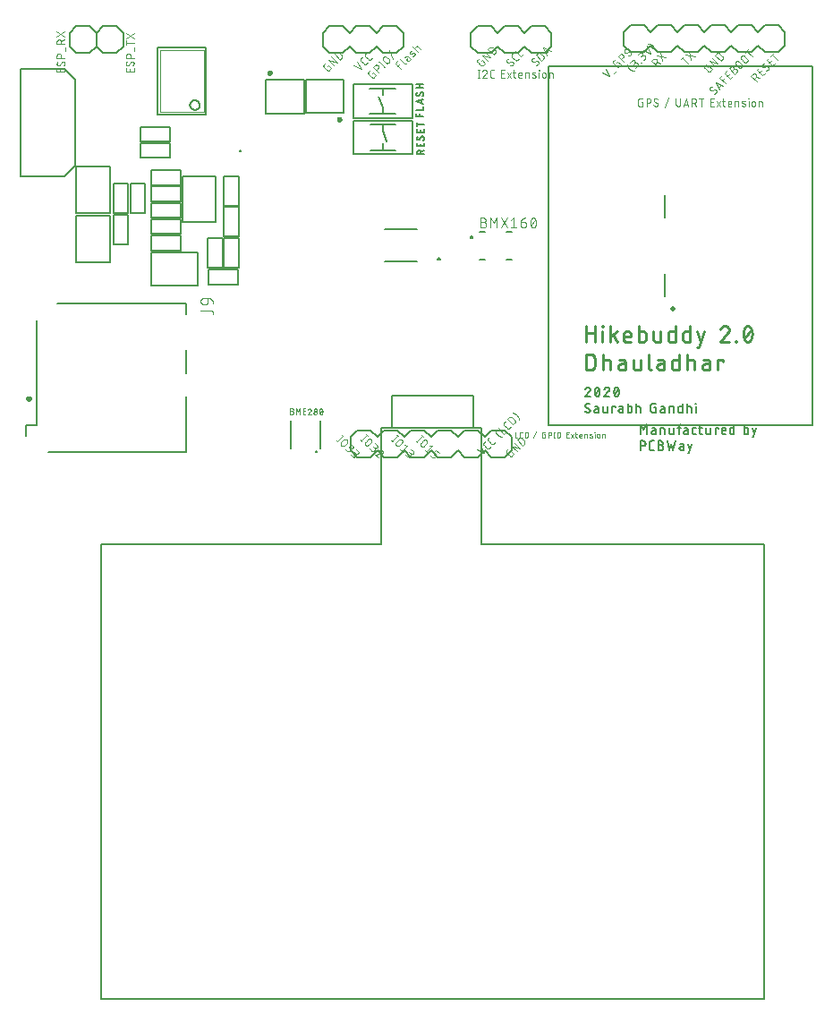
<source format=gbr>
G04 EAGLE Gerber RS-274X export*
G75*
%MOMM*%
%FSLAX34Y34*%
%LPD*%
%INSilkscreen Top*%
%IPPOS*%
%AMOC8*
5,1,8,0,0,1.08239X$1,22.5*%
G01*
%ADD10C,0.279400*%
%ADD11C,0.152400*%
%ADD12C,0.076200*%
%ADD13C,0.101600*%
%ADD14C,0.050800*%
%ADD15C,0.127000*%
%ADD16C,0.200000*%
%ADD17C,0.500000*%
%ADD18C,0.203200*%
%ADD19C,0.300000*%

G36*
X237150Y362119D02*
X237150Y362119D01*
X237193Y362133D01*
X237310Y362162D01*
X237793Y362362D01*
X237830Y362386D01*
X237936Y362445D01*
X238350Y362763D01*
X238381Y362796D01*
X238467Y362880D01*
X238785Y363294D01*
X238806Y363334D01*
X238868Y363437D01*
X239068Y363920D01*
X239077Y363963D01*
X239111Y364080D01*
X239179Y364597D01*
X239177Y364642D01*
X239179Y364763D01*
X239111Y365280D01*
X239097Y365323D01*
X239095Y365332D01*
X239094Y365348D01*
X239085Y365370D01*
X239068Y365440D01*
X238868Y365923D01*
X238844Y365960D01*
X238785Y366066D01*
X238467Y366480D01*
X238434Y366511D01*
X238350Y366597D01*
X237936Y366915D01*
X237896Y366936D01*
X237793Y366998D01*
X237310Y367198D01*
X237267Y367207D01*
X237150Y367241D01*
X236633Y367309D01*
X236588Y367307D01*
X236467Y367309D01*
X235950Y367241D01*
X235907Y367227D01*
X235790Y367198D01*
X235307Y366998D01*
X235270Y366974D01*
X235164Y366915D01*
X234750Y366597D01*
X234719Y366564D01*
X234633Y366480D01*
X234315Y366066D01*
X234294Y366026D01*
X234232Y365923D01*
X234032Y365440D01*
X234023Y365397D01*
X233989Y365280D01*
X233921Y364763D01*
X233923Y364718D01*
X233921Y364597D01*
X233989Y364080D01*
X234003Y364037D01*
X234032Y363920D01*
X234232Y363437D01*
X234256Y363400D01*
X234315Y363294D01*
X234633Y362880D01*
X234666Y362849D01*
X234750Y362763D01*
X235164Y362445D01*
X235204Y362424D01*
X235307Y362362D01*
X235790Y362162D01*
X235833Y362153D01*
X235950Y362119D01*
X236467Y362051D01*
X236512Y362053D01*
X236633Y362051D01*
X237150Y362119D01*
G37*
G36*
X303150Y318259D02*
X303150Y318259D01*
X303193Y318273D01*
X303310Y318302D01*
X303793Y318502D01*
X303830Y318526D01*
X303936Y318585D01*
X304350Y318903D01*
X304381Y318936D01*
X304467Y319020D01*
X304785Y319434D01*
X304806Y319474D01*
X304868Y319577D01*
X305068Y320060D01*
X305077Y320103D01*
X305111Y320220D01*
X305179Y320737D01*
X305177Y320782D01*
X305179Y320903D01*
X305111Y321420D01*
X305097Y321463D01*
X305095Y321472D01*
X305094Y321488D01*
X305085Y321510D01*
X305068Y321580D01*
X304868Y322063D01*
X304844Y322100D01*
X304785Y322206D01*
X304467Y322620D01*
X304434Y322651D01*
X304350Y322737D01*
X303936Y323055D01*
X303896Y323076D01*
X303793Y323138D01*
X303310Y323338D01*
X303267Y323347D01*
X303150Y323381D01*
X302633Y323449D01*
X302588Y323447D01*
X302467Y323449D01*
X301950Y323381D01*
X301907Y323367D01*
X301790Y323338D01*
X301307Y323138D01*
X301270Y323114D01*
X301164Y323055D01*
X300750Y322737D01*
X300719Y322704D01*
X300633Y322620D01*
X300315Y322206D01*
X300294Y322166D01*
X300232Y322063D01*
X300032Y321580D01*
X300023Y321537D01*
X299989Y321420D01*
X299921Y320903D01*
X299923Y320858D01*
X299921Y320737D01*
X299989Y320220D01*
X300003Y320177D01*
X300032Y320060D01*
X300232Y319577D01*
X300256Y319540D01*
X300315Y319434D01*
X300633Y319020D01*
X300666Y318989D01*
X300750Y318903D01*
X301164Y318585D01*
X301204Y318564D01*
X301307Y318502D01*
X301790Y318302D01*
X301833Y318293D01*
X301950Y318259D01*
X302467Y318191D01*
X302512Y318193D01*
X302633Y318191D01*
X303150Y318259D01*
G37*
D10*
X535397Y110567D02*
X535397Y125553D01*
X535397Y118893D02*
X543723Y118893D01*
X543723Y125553D02*
X543723Y110567D01*
X551023Y110567D02*
X551023Y120558D01*
X550606Y124720D02*
X550606Y125553D01*
X551439Y125553D01*
X551439Y124720D01*
X550606Y124720D01*
X558368Y125553D02*
X558368Y110567D01*
X558368Y115562D02*
X565028Y120558D01*
X561282Y117644D02*
X565028Y110567D01*
X573637Y110567D02*
X577800Y110567D01*
X573637Y110567D02*
X573539Y110569D01*
X573441Y110575D01*
X573343Y110584D01*
X573246Y110598D01*
X573150Y110615D01*
X573054Y110636D01*
X572959Y110661D01*
X572865Y110689D01*
X572772Y110721D01*
X572681Y110757D01*
X572591Y110796D01*
X572503Y110839D01*
X572416Y110886D01*
X572332Y110935D01*
X572249Y110988D01*
X572169Y111044D01*
X572091Y111103D01*
X572015Y111166D01*
X571941Y111231D01*
X571871Y111299D01*
X571803Y111369D01*
X571738Y111443D01*
X571675Y111519D01*
X571616Y111597D01*
X571560Y111677D01*
X571507Y111760D01*
X571458Y111844D01*
X571411Y111931D01*
X571368Y112019D01*
X571329Y112109D01*
X571293Y112200D01*
X571261Y112293D01*
X571233Y112387D01*
X571208Y112482D01*
X571187Y112578D01*
X571170Y112674D01*
X571156Y112771D01*
X571147Y112869D01*
X571141Y112967D01*
X571139Y113065D01*
X571139Y117227D01*
X571140Y117227D02*
X571142Y117341D01*
X571148Y117454D01*
X571157Y117568D01*
X571171Y117680D01*
X571188Y117793D01*
X571210Y117905D01*
X571235Y118015D01*
X571263Y118125D01*
X571296Y118234D01*
X571332Y118342D01*
X571372Y118449D01*
X571416Y118554D01*
X571463Y118657D01*
X571513Y118759D01*
X571567Y118859D01*
X571625Y118957D01*
X571686Y119053D01*
X571749Y119147D01*
X571817Y119239D01*
X571887Y119329D01*
X571960Y119415D01*
X572036Y119500D01*
X572115Y119582D01*
X572197Y119661D01*
X572282Y119737D01*
X572368Y119810D01*
X572458Y119880D01*
X572550Y119948D01*
X572644Y120011D01*
X572740Y120072D01*
X572838Y120130D01*
X572938Y120184D01*
X573040Y120234D01*
X573143Y120281D01*
X573248Y120325D01*
X573355Y120365D01*
X573463Y120401D01*
X573572Y120434D01*
X573682Y120462D01*
X573792Y120487D01*
X573904Y120509D01*
X574017Y120526D01*
X574129Y120540D01*
X574243Y120549D01*
X574356Y120555D01*
X574470Y120557D01*
X574584Y120555D01*
X574697Y120549D01*
X574811Y120540D01*
X574923Y120526D01*
X575036Y120509D01*
X575148Y120487D01*
X575258Y120462D01*
X575368Y120434D01*
X575477Y120401D01*
X575585Y120365D01*
X575692Y120325D01*
X575797Y120281D01*
X575900Y120234D01*
X576002Y120184D01*
X576102Y120130D01*
X576200Y120072D01*
X576296Y120011D01*
X576390Y119948D01*
X576482Y119880D01*
X576572Y119810D01*
X576658Y119737D01*
X576743Y119661D01*
X576825Y119582D01*
X576904Y119500D01*
X576980Y119415D01*
X577053Y119329D01*
X577123Y119239D01*
X577191Y119147D01*
X577254Y119053D01*
X577315Y118957D01*
X577373Y118859D01*
X577427Y118759D01*
X577477Y118657D01*
X577524Y118554D01*
X577568Y118449D01*
X577608Y118342D01*
X577644Y118234D01*
X577677Y118125D01*
X577705Y118015D01*
X577730Y117905D01*
X577752Y117793D01*
X577769Y117680D01*
X577783Y117568D01*
X577792Y117454D01*
X577798Y117341D01*
X577800Y117227D01*
X577800Y115562D01*
X571139Y115562D01*
X585318Y110567D02*
X585318Y125553D01*
X585318Y110567D02*
X589481Y110567D01*
X589579Y110569D01*
X589677Y110575D01*
X589775Y110584D01*
X589872Y110598D01*
X589968Y110615D01*
X590064Y110636D01*
X590159Y110661D01*
X590253Y110689D01*
X590346Y110721D01*
X590437Y110757D01*
X590527Y110796D01*
X590615Y110839D01*
X590702Y110886D01*
X590786Y110935D01*
X590869Y110988D01*
X590949Y111044D01*
X591027Y111103D01*
X591103Y111165D01*
X591177Y111231D01*
X591247Y111299D01*
X591315Y111369D01*
X591380Y111443D01*
X591443Y111518D01*
X591502Y111597D01*
X591558Y111677D01*
X591611Y111760D01*
X591660Y111844D01*
X591707Y111931D01*
X591750Y112019D01*
X591789Y112109D01*
X591825Y112200D01*
X591857Y112293D01*
X591885Y112387D01*
X591910Y112482D01*
X591931Y112578D01*
X591948Y112674D01*
X591962Y112771D01*
X591971Y112869D01*
X591977Y112967D01*
X591979Y113065D01*
X591978Y113065D02*
X591978Y118060D01*
X591979Y118060D02*
X591977Y118158D01*
X591971Y118256D01*
X591962Y118354D01*
X591948Y118451D01*
X591931Y118547D01*
X591910Y118643D01*
X591885Y118738D01*
X591857Y118832D01*
X591825Y118925D01*
X591789Y119016D01*
X591750Y119106D01*
X591707Y119194D01*
X591660Y119281D01*
X591611Y119365D01*
X591558Y119448D01*
X591502Y119528D01*
X591443Y119607D01*
X591380Y119682D01*
X591315Y119756D01*
X591247Y119826D01*
X591177Y119894D01*
X591103Y119960D01*
X591027Y120022D01*
X590949Y120081D01*
X590869Y120137D01*
X590786Y120190D01*
X590702Y120240D01*
X590615Y120286D01*
X590527Y120329D01*
X590437Y120368D01*
X590346Y120404D01*
X590253Y120436D01*
X590159Y120464D01*
X590064Y120489D01*
X589968Y120510D01*
X589872Y120527D01*
X589775Y120541D01*
X589677Y120550D01*
X589579Y120556D01*
X589481Y120558D01*
X585318Y120558D01*
X599275Y120558D02*
X599275Y113065D01*
X599277Y112967D01*
X599283Y112869D01*
X599292Y112771D01*
X599306Y112674D01*
X599323Y112578D01*
X599344Y112482D01*
X599369Y112387D01*
X599397Y112293D01*
X599429Y112200D01*
X599465Y112109D01*
X599504Y112019D01*
X599547Y111931D01*
X599594Y111844D01*
X599643Y111760D01*
X599696Y111677D01*
X599752Y111597D01*
X599811Y111519D01*
X599874Y111443D01*
X599939Y111369D01*
X600007Y111299D01*
X600077Y111231D01*
X600151Y111166D01*
X600227Y111103D01*
X600305Y111044D01*
X600385Y110988D01*
X600468Y110935D01*
X600552Y110886D01*
X600639Y110839D01*
X600727Y110796D01*
X600817Y110757D01*
X600908Y110721D01*
X601001Y110689D01*
X601095Y110661D01*
X601190Y110636D01*
X601286Y110615D01*
X601382Y110598D01*
X601479Y110584D01*
X601577Y110575D01*
X601675Y110569D01*
X601773Y110567D01*
X605936Y110567D01*
X605936Y120558D01*
X619894Y125553D02*
X619894Y110567D01*
X615731Y110567D01*
X615633Y110569D01*
X615535Y110575D01*
X615437Y110584D01*
X615340Y110598D01*
X615244Y110615D01*
X615148Y110636D01*
X615053Y110661D01*
X614959Y110689D01*
X614866Y110721D01*
X614775Y110757D01*
X614685Y110796D01*
X614597Y110839D01*
X614510Y110886D01*
X614426Y110935D01*
X614343Y110988D01*
X614263Y111044D01*
X614185Y111103D01*
X614109Y111166D01*
X614035Y111231D01*
X613965Y111299D01*
X613897Y111369D01*
X613832Y111443D01*
X613769Y111519D01*
X613710Y111597D01*
X613654Y111677D01*
X613601Y111760D01*
X613552Y111844D01*
X613505Y111931D01*
X613462Y112019D01*
X613423Y112109D01*
X613387Y112200D01*
X613355Y112293D01*
X613327Y112387D01*
X613302Y112482D01*
X613281Y112578D01*
X613264Y112674D01*
X613250Y112771D01*
X613241Y112869D01*
X613235Y112967D01*
X613233Y113065D01*
X613233Y118060D01*
X613235Y118158D01*
X613241Y118256D01*
X613250Y118354D01*
X613264Y118451D01*
X613281Y118547D01*
X613302Y118643D01*
X613327Y118738D01*
X613355Y118832D01*
X613387Y118925D01*
X613423Y119016D01*
X613462Y119106D01*
X613505Y119194D01*
X613552Y119281D01*
X613601Y119365D01*
X613654Y119448D01*
X613710Y119528D01*
X613769Y119607D01*
X613832Y119682D01*
X613897Y119756D01*
X613965Y119826D01*
X614035Y119894D01*
X614109Y119960D01*
X614185Y120022D01*
X614263Y120081D01*
X614343Y120137D01*
X614426Y120190D01*
X614510Y120240D01*
X614597Y120286D01*
X614685Y120329D01*
X614775Y120368D01*
X614866Y120404D01*
X614959Y120436D01*
X615053Y120464D01*
X615148Y120489D01*
X615244Y120510D01*
X615340Y120527D01*
X615437Y120541D01*
X615535Y120550D01*
X615633Y120556D01*
X615731Y120558D01*
X619894Y120558D01*
X633962Y125553D02*
X633962Y110567D01*
X629799Y110567D01*
X629701Y110569D01*
X629603Y110575D01*
X629505Y110584D01*
X629408Y110598D01*
X629312Y110615D01*
X629216Y110636D01*
X629121Y110661D01*
X629027Y110689D01*
X628934Y110721D01*
X628843Y110757D01*
X628753Y110796D01*
X628665Y110839D01*
X628578Y110886D01*
X628494Y110935D01*
X628411Y110988D01*
X628331Y111044D01*
X628253Y111103D01*
X628177Y111166D01*
X628103Y111231D01*
X628033Y111299D01*
X627965Y111369D01*
X627900Y111443D01*
X627837Y111519D01*
X627778Y111597D01*
X627722Y111677D01*
X627669Y111760D01*
X627620Y111844D01*
X627573Y111931D01*
X627530Y112019D01*
X627491Y112109D01*
X627455Y112200D01*
X627423Y112293D01*
X627395Y112387D01*
X627370Y112482D01*
X627349Y112578D01*
X627332Y112674D01*
X627318Y112771D01*
X627309Y112869D01*
X627303Y112967D01*
X627301Y113065D01*
X627301Y118060D01*
X627303Y118158D01*
X627309Y118256D01*
X627318Y118354D01*
X627332Y118451D01*
X627349Y118547D01*
X627370Y118643D01*
X627395Y118738D01*
X627423Y118832D01*
X627455Y118925D01*
X627491Y119016D01*
X627530Y119106D01*
X627573Y119194D01*
X627620Y119281D01*
X627669Y119365D01*
X627722Y119448D01*
X627778Y119528D01*
X627837Y119607D01*
X627900Y119682D01*
X627965Y119756D01*
X628033Y119826D01*
X628103Y119894D01*
X628177Y119960D01*
X628253Y120022D01*
X628331Y120081D01*
X628411Y120137D01*
X628494Y120190D01*
X628578Y120240D01*
X628665Y120286D01*
X628753Y120329D01*
X628843Y120368D01*
X628934Y120404D01*
X629027Y120436D01*
X629121Y120464D01*
X629216Y120489D01*
X629312Y120510D01*
X629408Y120527D01*
X629505Y120541D01*
X629603Y120550D01*
X629701Y120556D01*
X629799Y120558D01*
X633962Y120558D01*
X640959Y105572D02*
X642624Y105572D01*
X647619Y120558D01*
X640959Y120558D02*
X644289Y110567D01*
X667110Y125554D02*
X667230Y125552D01*
X667350Y125546D01*
X667470Y125537D01*
X667589Y125523D01*
X667708Y125506D01*
X667826Y125485D01*
X667944Y125460D01*
X668060Y125431D01*
X668176Y125399D01*
X668291Y125363D01*
X668404Y125323D01*
X668516Y125280D01*
X668627Y125233D01*
X668736Y125183D01*
X668843Y125129D01*
X668949Y125072D01*
X669052Y125011D01*
X669154Y124947D01*
X669254Y124880D01*
X669351Y124810D01*
X669446Y124737D01*
X669539Y124660D01*
X669629Y124581D01*
X669717Y124499D01*
X669802Y124414D01*
X669884Y124326D01*
X669963Y124236D01*
X670040Y124143D01*
X670113Y124048D01*
X670183Y123951D01*
X670250Y123851D01*
X670314Y123749D01*
X670375Y123646D01*
X670432Y123540D01*
X670486Y123433D01*
X670536Y123324D01*
X670583Y123213D01*
X670626Y123101D01*
X670666Y122988D01*
X670702Y122873D01*
X670734Y122757D01*
X670763Y122641D01*
X670788Y122523D01*
X670809Y122405D01*
X670826Y122286D01*
X670840Y122167D01*
X670849Y122047D01*
X670855Y121927D01*
X670857Y121807D01*
X667110Y125553D02*
X666972Y125551D01*
X666835Y125545D01*
X666698Y125535D01*
X666561Y125522D01*
X666425Y125504D01*
X666289Y125482D01*
X666153Y125457D01*
X666019Y125428D01*
X665886Y125395D01*
X665753Y125358D01*
X665622Y125317D01*
X665491Y125273D01*
X665363Y125225D01*
X665235Y125173D01*
X665109Y125117D01*
X664985Y125058D01*
X664862Y124996D01*
X664742Y124930D01*
X664623Y124861D01*
X664506Y124788D01*
X664392Y124712D01*
X664279Y124632D01*
X664169Y124550D01*
X664061Y124464D01*
X663956Y124376D01*
X663854Y124284D01*
X663754Y124190D01*
X663656Y124092D01*
X663562Y123992D01*
X663471Y123889D01*
X663382Y123784D01*
X663297Y123676D01*
X663214Y123566D01*
X663135Y123454D01*
X663059Y123339D01*
X662986Y123222D01*
X662917Y123103D01*
X662851Y122983D01*
X662789Y122860D01*
X662730Y122736D01*
X662675Y122610D01*
X662623Y122482D01*
X662575Y122353D01*
X662531Y122223D01*
X669607Y118893D02*
X669697Y118981D01*
X669783Y119072D01*
X669867Y119165D01*
X669948Y119261D01*
X670026Y119359D01*
X670100Y119459D01*
X670172Y119562D01*
X670240Y119667D01*
X670305Y119775D01*
X670367Y119884D01*
X670425Y119995D01*
X670480Y120108D01*
X670531Y120222D01*
X670578Y120338D01*
X670622Y120455D01*
X670662Y120574D01*
X670699Y120694D01*
X670732Y120815D01*
X670761Y120937D01*
X670786Y121059D01*
X670807Y121183D01*
X670825Y121307D01*
X670838Y121432D01*
X670848Y121557D01*
X670854Y121682D01*
X670856Y121807D01*
X669608Y118893D02*
X662531Y110567D01*
X670856Y110567D01*
X677219Y110567D02*
X677219Y111400D01*
X678052Y111400D01*
X678052Y110567D01*
X677219Y110567D01*
X684414Y118060D02*
X684418Y118355D01*
X684428Y118649D01*
X684446Y118944D01*
X684470Y119238D01*
X684502Y119531D01*
X684540Y119823D01*
X684586Y120114D01*
X684639Y120404D01*
X684698Y120693D01*
X684764Y120980D01*
X684837Y121266D01*
X684917Y121550D01*
X685004Y121832D01*
X685097Y122111D01*
X685197Y122389D01*
X685304Y122663D01*
X685417Y122936D01*
X685537Y123205D01*
X685663Y123472D01*
X685701Y123575D01*
X685742Y123676D01*
X685786Y123775D01*
X685834Y123874D01*
X685885Y123970D01*
X685940Y124064D01*
X685998Y124157D01*
X686059Y124247D01*
X686124Y124335D01*
X686191Y124421D01*
X686262Y124504D01*
X686335Y124585D01*
X686411Y124663D01*
X686490Y124739D01*
X686572Y124811D01*
X686656Y124881D01*
X686743Y124947D01*
X686831Y125011D01*
X686922Y125071D01*
X687016Y125128D01*
X687111Y125182D01*
X687208Y125232D01*
X687306Y125279D01*
X687406Y125322D01*
X687508Y125362D01*
X687611Y125398D01*
X687715Y125430D01*
X687821Y125459D01*
X687927Y125484D01*
X688034Y125505D01*
X688142Y125522D01*
X688250Y125536D01*
X688359Y125545D01*
X688468Y125551D01*
X688577Y125553D01*
X688686Y125551D01*
X688795Y125545D01*
X688904Y125536D01*
X689012Y125522D01*
X689120Y125505D01*
X689227Y125484D01*
X689333Y125459D01*
X689439Y125430D01*
X689543Y125398D01*
X689646Y125362D01*
X689748Y125322D01*
X689848Y125279D01*
X689946Y125232D01*
X690043Y125182D01*
X690138Y125128D01*
X690232Y125071D01*
X690323Y125011D01*
X690411Y124947D01*
X690498Y124881D01*
X690582Y124811D01*
X690664Y124739D01*
X690743Y124663D01*
X690819Y124585D01*
X690892Y124504D01*
X690963Y124421D01*
X691030Y124335D01*
X691095Y124247D01*
X691156Y124157D01*
X691214Y124064D01*
X691269Y123970D01*
X691320Y123874D01*
X691368Y123775D01*
X691412Y123676D01*
X691453Y123575D01*
X691491Y123472D01*
X691617Y123205D01*
X691737Y122936D01*
X691850Y122663D01*
X691957Y122389D01*
X692057Y122111D01*
X692150Y121832D01*
X692237Y121550D01*
X692317Y121266D01*
X692390Y120980D01*
X692456Y120693D01*
X692515Y120404D01*
X692568Y120114D01*
X692614Y119823D01*
X692652Y119531D01*
X692684Y119238D01*
X692708Y118944D01*
X692726Y118649D01*
X692736Y118355D01*
X692740Y118060D01*
X684414Y118060D02*
X684418Y117765D01*
X684428Y117471D01*
X684446Y117176D01*
X684470Y116882D01*
X684502Y116589D01*
X684540Y116297D01*
X684586Y116006D01*
X684639Y115716D01*
X684698Y115427D01*
X684764Y115140D01*
X684837Y114854D01*
X684917Y114570D01*
X685004Y114288D01*
X685097Y114009D01*
X685197Y113731D01*
X685304Y113457D01*
X685417Y113184D01*
X685537Y112915D01*
X685663Y112648D01*
X685701Y112545D01*
X685742Y112444D01*
X685786Y112345D01*
X685834Y112246D01*
X685885Y112150D01*
X685940Y112056D01*
X685998Y111963D01*
X686059Y111873D01*
X686124Y111785D01*
X686191Y111699D01*
X686262Y111616D01*
X686335Y111535D01*
X686411Y111457D01*
X686490Y111381D01*
X686572Y111309D01*
X686656Y111239D01*
X686743Y111173D01*
X686831Y111109D01*
X686922Y111049D01*
X687016Y110992D01*
X687111Y110938D01*
X687208Y110888D01*
X687306Y110841D01*
X687406Y110798D01*
X687508Y110758D01*
X687611Y110722D01*
X687715Y110690D01*
X687821Y110661D01*
X687927Y110636D01*
X688034Y110615D01*
X688142Y110598D01*
X688250Y110584D01*
X688359Y110575D01*
X688468Y110569D01*
X688577Y110567D01*
X691491Y112648D02*
X691617Y112915D01*
X691737Y113184D01*
X691850Y113457D01*
X691957Y113731D01*
X692057Y114009D01*
X692150Y114288D01*
X692237Y114570D01*
X692317Y114854D01*
X692390Y115140D01*
X692456Y115427D01*
X692515Y115716D01*
X692568Y116006D01*
X692614Y116297D01*
X692652Y116589D01*
X692684Y116882D01*
X692708Y117176D01*
X692726Y117471D01*
X692736Y117765D01*
X692740Y118060D01*
X691491Y112648D02*
X691453Y112545D01*
X691412Y112444D01*
X691368Y112345D01*
X691320Y112246D01*
X691269Y112150D01*
X691214Y112056D01*
X691156Y111963D01*
X691095Y111873D01*
X691030Y111785D01*
X690963Y111699D01*
X690892Y111616D01*
X690819Y111535D01*
X690743Y111457D01*
X690664Y111381D01*
X690582Y111309D01*
X690498Y111239D01*
X690411Y111173D01*
X690323Y111109D01*
X690231Y111049D01*
X690138Y110992D01*
X690043Y110938D01*
X689946Y110888D01*
X689848Y110841D01*
X689748Y110798D01*
X689646Y110758D01*
X689543Y110722D01*
X689439Y110690D01*
X689333Y110661D01*
X689227Y110636D01*
X689120Y110615D01*
X689012Y110598D01*
X688904Y110584D01*
X688795Y110575D01*
X688686Y110569D01*
X688577Y110567D01*
X685247Y113897D02*
X691908Y122223D01*
X535397Y98883D02*
X535397Y83897D01*
X535397Y98883D02*
X539560Y98883D01*
X539688Y98881D01*
X539816Y98875D01*
X539944Y98865D01*
X540072Y98851D01*
X540199Y98834D01*
X540325Y98812D01*
X540451Y98787D01*
X540575Y98757D01*
X540699Y98724D01*
X540822Y98687D01*
X540944Y98646D01*
X541064Y98602D01*
X541183Y98554D01*
X541300Y98502D01*
X541416Y98447D01*
X541529Y98388D01*
X541642Y98325D01*
X541752Y98259D01*
X541859Y98190D01*
X541965Y98118D01*
X542069Y98042D01*
X542170Y97963D01*
X542269Y97881D01*
X542365Y97796D01*
X542458Y97709D01*
X542549Y97618D01*
X542636Y97525D01*
X542721Y97429D01*
X542803Y97330D01*
X542882Y97229D01*
X542958Y97125D01*
X543030Y97019D01*
X543099Y96912D01*
X543165Y96802D01*
X543228Y96689D01*
X543287Y96576D01*
X543342Y96460D01*
X543394Y96343D01*
X543442Y96224D01*
X543486Y96104D01*
X543527Y95982D01*
X543564Y95859D01*
X543597Y95735D01*
X543627Y95611D01*
X543652Y95485D01*
X543674Y95359D01*
X543691Y95232D01*
X543705Y95104D01*
X543715Y94976D01*
X543721Y94848D01*
X543723Y94720D01*
X543723Y88060D01*
X543721Y87932D01*
X543715Y87804D01*
X543705Y87676D01*
X543691Y87548D01*
X543674Y87421D01*
X543652Y87295D01*
X543627Y87169D01*
X543597Y87045D01*
X543564Y86921D01*
X543527Y86798D01*
X543486Y86676D01*
X543442Y86556D01*
X543394Y86437D01*
X543342Y86320D01*
X543287Y86204D01*
X543228Y86091D01*
X543165Y85978D01*
X543099Y85868D01*
X543030Y85761D01*
X542958Y85655D01*
X542882Y85551D01*
X542803Y85450D01*
X542721Y85351D01*
X542636Y85255D01*
X542549Y85162D01*
X542458Y85071D01*
X542365Y84984D01*
X542269Y84899D01*
X542170Y84817D01*
X542069Y84738D01*
X541965Y84662D01*
X541859Y84590D01*
X541752Y84521D01*
X541642Y84455D01*
X541529Y84392D01*
X541416Y84333D01*
X541300Y84278D01*
X541183Y84226D01*
X541064Y84178D01*
X540944Y84134D01*
X540822Y84093D01*
X540699Y84056D01*
X540575Y84023D01*
X540451Y83993D01*
X540325Y83968D01*
X540199Y83946D01*
X540072Y83929D01*
X539944Y83915D01*
X539816Y83905D01*
X539688Y83899D01*
X539560Y83897D01*
X535397Y83897D01*
X551861Y83897D02*
X551861Y98883D01*
X551861Y93888D02*
X556024Y93888D01*
X556122Y93886D01*
X556220Y93880D01*
X556318Y93871D01*
X556415Y93857D01*
X556511Y93840D01*
X556607Y93819D01*
X556702Y93794D01*
X556796Y93766D01*
X556889Y93734D01*
X556980Y93698D01*
X557070Y93659D01*
X557158Y93616D01*
X557245Y93570D01*
X557329Y93520D01*
X557412Y93467D01*
X557492Y93411D01*
X557570Y93352D01*
X557646Y93290D01*
X557720Y93224D01*
X557790Y93156D01*
X557858Y93086D01*
X557923Y93012D01*
X557986Y92937D01*
X558045Y92858D01*
X558101Y92778D01*
X558154Y92695D01*
X558203Y92611D01*
X558250Y92524D01*
X558293Y92436D01*
X558332Y92346D01*
X558368Y92255D01*
X558400Y92162D01*
X558428Y92068D01*
X558453Y91973D01*
X558474Y91877D01*
X558491Y91781D01*
X558505Y91684D01*
X558514Y91586D01*
X558520Y91488D01*
X558522Y91390D01*
X558521Y91390D02*
X558521Y83897D01*
X568732Y89725D02*
X572479Y89725D01*
X568732Y89725D02*
X568626Y89723D01*
X568519Y89717D01*
X568413Y89708D01*
X568308Y89694D01*
X568203Y89677D01*
X568098Y89655D01*
X567995Y89630D01*
X567892Y89601D01*
X567791Y89569D01*
X567691Y89533D01*
X567592Y89493D01*
X567495Y89449D01*
X567400Y89403D01*
X567306Y89352D01*
X567214Y89298D01*
X567124Y89241D01*
X567036Y89181D01*
X566951Y89117D01*
X566868Y89051D01*
X566787Y88981D01*
X566709Y88909D01*
X566634Y88834D01*
X566562Y88756D01*
X566492Y88675D01*
X566426Y88592D01*
X566362Y88507D01*
X566302Y88419D01*
X566245Y88329D01*
X566191Y88237D01*
X566140Y88143D01*
X566094Y88048D01*
X566050Y87951D01*
X566010Y87852D01*
X565974Y87752D01*
X565942Y87651D01*
X565913Y87548D01*
X565888Y87445D01*
X565866Y87340D01*
X565849Y87235D01*
X565835Y87130D01*
X565826Y87024D01*
X565820Y86917D01*
X565818Y86811D01*
X565820Y86705D01*
X565826Y86598D01*
X565835Y86492D01*
X565849Y86387D01*
X565866Y86282D01*
X565888Y86177D01*
X565913Y86074D01*
X565942Y85971D01*
X565974Y85870D01*
X566010Y85770D01*
X566050Y85671D01*
X566094Y85574D01*
X566140Y85479D01*
X566191Y85385D01*
X566245Y85293D01*
X566302Y85203D01*
X566362Y85115D01*
X566426Y85030D01*
X566492Y84947D01*
X566562Y84866D01*
X566634Y84788D01*
X566709Y84713D01*
X566787Y84641D01*
X566868Y84571D01*
X566951Y84505D01*
X567036Y84441D01*
X567124Y84381D01*
X567214Y84324D01*
X567306Y84270D01*
X567400Y84219D01*
X567495Y84173D01*
X567592Y84129D01*
X567691Y84089D01*
X567791Y84053D01*
X567892Y84021D01*
X567995Y83992D01*
X568098Y83967D01*
X568203Y83945D01*
X568308Y83928D01*
X568413Y83914D01*
X568519Y83905D01*
X568626Y83899D01*
X568732Y83897D01*
X572479Y83897D01*
X572479Y91390D01*
X572477Y91488D01*
X572471Y91586D01*
X572462Y91684D01*
X572448Y91781D01*
X572431Y91877D01*
X572410Y91973D01*
X572385Y92068D01*
X572357Y92162D01*
X572325Y92255D01*
X572289Y92346D01*
X572250Y92436D01*
X572207Y92524D01*
X572160Y92611D01*
X572111Y92695D01*
X572058Y92778D01*
X572002Y92858D01*
X571943Y92937D01*
X571880Y93012D01*
X571815Y93086D01*
X571747Y93156D01*
X571677Y93224D01*
X571603Y93290D01*
X571527Y93352D01*
X571449Y93411D01*
X571369Y93467D01*
X571286Y93520D01*
X571202Y93570D01*
X571115Y93616D01*
X571027Y93659D01*
X570937Y93698D01*
X570846Y93734D01*
X570753Y93766D01*
X570659Y93794D01*
X570564Y93819D01*
X570468Y93840D01*
X570372Y93857D01*
X570275Y93871D01*
X570177Y93880D01*
X570079Y93886D01*
X569981Y93888D01*
X566651Y93888D01*
X580518Y93888D02*
X580518Y86395D01*
X580520Y86297D01*
X580526Y86199D01*
X580535Y86101D01*
X580549Y86004D01*
X580566Y85908D01*
X580587Y85812D01*
X580612Y85717D01*
X580640Y85623D01*
X580672Y85530D01*
X580708Y85439D01*
X580747Y85349D01*
X580790Y85261D01*
X580837Y85174D01*
X580886Y85090D01*
X580939Y85007D01*
X580995Y84927D01*
X581054Y84849D01*
X581117Y84773D01*
X581182Y84699D01*
X581250Y84629D01*
X581320Y84561D01*
X581394Y84496D01*
X581470Y84433D01*
X581548Y84374D01*
X581628Y84318D01*
X581711Y84265D01*
X581795Y84216D01*
X581882Y84169D01*
X581970Y84126D01*
X582060Y84087D01*
X582151Y84051D01*
X582244Y84019D01*
X582338Y83991D01*
X582433Y83966D01*
X582529Y83945D01*
X582625Y83928D01*
X582722Y83914D01*
X582820Y83905D01*
X582918Y83899D01*
X583016Y83897D01*
X587178Y83897D01*
X587178Y93888D01*
X594679Y98883D02*
X594679Y86395D01*
X594678Y86395D02*
X594680Y86297D01*
X594686Y86199D01*
X594695Y86101D01*
X594709Y86004D01*
X594726Y85908D01*
X594747Y85812D01*
X594772Y85717D01*
X594800Y85623D01*
X594832Y85530D01*
X594868Y85439D01*
X594907Y85349D01*
X594950Y85261D01*
X594997Y85174D01*
X595046Y85090D01*
X595099Y85007D01*
X595155Y84927D01*
X595214Y84849D01*
X595277Y84773D01*
X595342Y84699D01*
X595410Y84629D01*
X595480Y84561D01*
X595554Y84496D01*
X595630Y84433D01*
X595708Y84374D01*
X595788Y84318D01*
X595871Y84265D01*
X595955Y84216D01*
X596042Y84169D01*
X596130Y84126D01*
X596220Y84087D01*
X596311Y84051D01*
X596404Y84019D01*
X596498Y83991D01*
X596593Y83966D01*
X596689Y83945D01*
X596785Y83928D01*
X596882Y83914D01*
X596980Y83905D01*
X597078Y83899D01*
X597176Y83897D01*
X605726Y89725D02*
X609473Y89725D01*
X605726Y89725D02*
X605620Y89723D01*
X605513Y89717D01*
X605407Y89708D01*
X605302Y89694D01*
X605197Y89677D01*
X605092Y89655D01*
X604989Y89630D01*
X604886Y89601D01*
X604785Y89569D01*
X604685Y89533D01*
X604586Y89493D01*
X604489Y89449D01*
X604394Y89403D01*
X604300Y89352D01*
X604208Y89298D01*
X604118Y89241D01*
X604030Y89181D01*
X603945Y89117D01*
X603862Y89051D01*
X603781Y88981D01*
X603703Y88909D01*
X603628Y88834D01*
X603556Y88756D01*
X603486Y88675D01*
X603420Y88592D01*
X603356Y88507D01*
X603296Y88419D01*
X603239Y88329D01*
X603185Y88237D01*
X603134Y88143D01*
X603088Y88048D01*
X603044Y87951D01*
X603004Y87852D01*
X602968Y87752D01*
X602936Y87651D01*
X602907Y87548D01*
X602882Y87445D01*
X602860Y87340D01*
X602843Y87235D01*
X602829Y87130D01*
X602820Y87024D01*
X602814Y86917D01*
X602812Y86811D01*
X602814Y86705D01*
X602820Y86598D01*
X602829Y86492D01*
X602843Y86387D01*
X602860Y86282D01*
X602882Y86177D01*
X602907Y86074D01*
X602936Y85971D01*
X602968Y85870D01*
X603004Y85770D01*
X603044Y85671D01*
X603088Y85574D01*
X603134Y85479D01*
X603185Y85385D01*
X603239Y85293D01*
X603296Y85203D01*
X603356Y85115D01*
X603420Y85030D01*
X603486Y84947D01*
X603556Y84866D01*
X603628Y84788D01*
X603703Y84713D01*
X603781Y84641D01*
X603862Y84571D01*
X603945Y84505D01*
X604030Y84441D01*
X604118Y84381D01*
X604208Y84324D01*
X604300Y84270D01*
X604394Y84219D01*
X604489Y84173D01*
X604586Y84129D01*
X604685Y84089D01*
X604785Y84053D01*
X604886Y84021D01*
X604989Y83992D01*
X605092Y83967D01*
X605197Y83945D01*
X605302Y83928D01*
X605407Y83914D01*
X605513Y83905D01*
X605620Y83899D01*
X605726Y83897D01*
X609473Y83897D01*
X609473Y91390D01*
X609471Y91488D01*
X609465Y91586D01*
X609456Y91684D01*
X609442Y91781D01*
X609425Y91877D01*
X609404Y91973D01*
X609379Y92068D01*
X609351Y92162D01*
X609319Y92255D01*
X609283Y92346D01*
X609244Y92436D01*
X609201Y92524D01*
X609154Y92611D01*
X609105Y92695D01*
X609052Y92778D01*
X608996Y92858D01*
X608937Y92937D01*
X608874Y93012D01*
X608809Y93086D01*
X608741Y93156D01*
X608671Y93224D01*
X608597Y93290D01*
X608521Y93352D01*
X608443Y93411D01*
X608363Y93467D01*
X608280Y93520D01*
X608196Y93570D01*
X608109Y93616D01*
X608021Y93659D01*
X607931Y93698D01*
X607840Y93734D01*
X607747Y93766D01*
X607653Y93794D01*
X607558Y93819D01*
X607462Y93840D01*
X607366Y93857D01*
X607269Y93871D01*
X607171Y93880D01*
X607073Y93886D01*
X606975Y93888D01*
X603645Y93888D01*
X623541Y98883D02*
X623541Y83897D01*
X619378Y83897D01*
X619280Y83899D01*
X619182Y83905D01*
X619084Y83914D01*
X618987Y83928D01*
X618891Y83945D01*
X618795Y83966D01*
X618700Y83991D01*
X618606Y84019D01*
X618513Y84051D01*
X618422Y84087D01*
X618332Y84126D01*
X618244Y84169D01*
X618157Y84216D01*
X618073Y84265D01*
X617990Y84318D01*
X617910Y84374D01*
X617832Y84433D01*
X617756Y84496D01*
X617682Y84561D01*
X617612Y84629D01*
X617544Y84699D01*
X617479Y84773D01*
X617416Y84849D01*
X617357Y84927D01*
X617301Y85007D01*
X617248Y85090D01*
X617199Y85174D01*
X617152Y85261D01*
X617109Y85349D01*
X617070Y85439D01*
X617034Y85530D01*
X617002Y85623D01*
X616974Y85717D01*
X616949Y85812D01*
X616928Y85908D01*
X616911Y86004D01*
X616897Y86101D01*
X616888Y86199D01*
X616882Y86297D01*
X616880Y86395D01*
X616880Y91390D01*
X616882Y91488D01*
X616888Y91586D01*
X616897Y91684D01*
X616911Y91781D01*
X616928Y91877D01*
X616949Y91973D01*
X616974Y92068D01*
X617002Y92162D01*
X617034Y92255D01*
X617070Y92346D01*
X617109Y92436D01*
X617152Y92524D01*
X617199Y92611D01*
X617248Y92695D01*
X617301Y92778D01*
X617357Y92858D01*
X617416Y92937D01*
X617479Y93012D01*
X617544Y93086D01*
X617612Y93156D01*
X617682Y93224D01*
X617756Y93290D01*
X617832Y93352D01*
X617910Y93411D01*
X617990Y93467D01*
X618073Y93520D01*
X618157Y93570D01*
X618244Y93616D01*
X618332Y93659D01*
X618422Y93698D01*
X618513Y93734D01*
X618606Y93766D01*
X618700Y93794D01*
X618795Y93819D01*
X618891Y93840D01*
X618987Y93857D01*
X619084Y93871D01*
X619182Y93880D01*
X619280Y93886D01*
X619378Y93888D01*
X623541Y93888D01*
X631580Y98883D02*
X631580Y83897D01*
X631580Y93888D02*
X635743Y93888D01*
X635841Y93886D01*
X635939Y93880D01*
X636037Y93871D01*
X636134Y93857D01*
X636230Y93840D01*
X636326Y93819D01*
X636421Y93794D01*
X636515Y93766D01*
X636608Y93734D01*
X636699Y93698D01*
X636789Y93659D01*
X636877Y93616D01*
X636964Y93570D01*
X637048Y93520D01*
X637131Y93467D01*
X637211Y93411D01*
X637289Y93352D01*
X637365Y93290D01*
X637439Y93224D01*
X637509Y93156D01*
X637577Y93086D01*
X637642Y93012D01*
X637705Y92937D01*
X637764Y92858D01*
X637820Y92778D01*
X637873Y92695D01*
X637922Y92611D01*
X637969Y92524D01*
X638012Y92436D01*
X638051Y92346D01*
X638087Y92255D01*
X638119Y92162D01*
X638147Y92068D01*
X638172Y91973D01*
X638193Y91877D01*
X638210Y91781D01*
X638224Y91684D01*
X638233Y91586D01*
X638239Y91488D01*
X638241Y91390D01*
X638240Y91390D02*
X638240Y83897D01*
X648452Y89725D02*
X652198Y89725D01*
X648452Y89725D02*
X648346Y89723D01*
X648239Y89717D01*
X648133Y89708D01*
X648028Y89694D01*
X647923Y89677D01*
X647818Y89655D01*
X647715Y89630D01*
X647612Y89601D01*
X647511Y89569D01*
X647411Y89533D01*
X647312Y89493D01*
X647215Y89449D01*
X647120Y89403D01*
X647026Y89352D01*
X646934Y89298D01*
X646844Y89241D01*
X646756Y89181D01*
X646671Y89117D01*
X646588Y89051D01*
X646507Y88981D01*
X646429Y88909D01*
X646354Y88834D01*
X646282Y88756D01*
X646212Y88675D01*
X646146Y88592D01*
X646082Y88507D01*
X646022Y88419D01*
X645965Y88329D01*
X645911Y88237D01*
X645860Y88143D01*
X645814Y88048D01*
X645770Y87951D01*
X645730Y87852D01*
X645694Y87752D01*
X645662Y87651D01*
X645633Y87548D01*
X645608Y87445D01*
X645586Y87340D01*
X645569Y87235D01*
X645555Y87130D01*
X645546Y87024D01*
X645540Y86917D01*
X645538Y86811D01*
X645540Y86705D01*
X645546Y86598D01*
X645555Y86492D01*
X645569Y86387D01*
X645586Y86282D01*
X645608Y86177D01*
X645633Y86074D01*
X645662Y85971D01*
X645694Y85870D01*
X645730Y85770D01*
X645770Y85671D01*
X645814Y85574D01*
X645860Y85479D01*
X645911Y85385D01*
X645965Y85293D01*
X646022Y85203D01*
X646082Y85115D01*
X646146Y85030D01*
X646212Y84947D01*
X646282Y84866D01*
X646354Y84788D01*
X646429Y84713D01*
X646507Y84641D01*
X646588Y84571D01*
X646671Y84505D01*
X646756Y84441D01*
X646844Y84381D01*
X646934Y84324D01*
X647026Y84270D01*
X647120Y84219D01*
X647215Y84173D01*
X647312Y84129D01*
X647411Y84089D01*
X647511Y84053D01*
X647612Y84021D01*
X647715Y83992D01*
X647818Y83967D01*
X647923Y83945D01*
X648028Y83928D01*
X648133Y83914D01*
X648239Y83905D01*
X648346Y83899D01*
X648452Y83897D01*
X652198Y83897D01*
X652198Y91390D01*
X652196Y91488D01*
X652190Y91586D01*
X652181Y91684D01*
X652167Y91781D01*
X652150Y91877D01*
X652129Y91973D01*
X652104Y92068D01*
X652076Y92162D01*
X652044Y92255D01*
X652008Y92346D01*
X651969Y92436D01*
X651926Y92524D01*
X651879Y92611D01*
X651830Y92695D01*
X651777Y92778D01*
X651721Y92858D01*
X651662Y92937D01*
X651599Y93012D01*
X651534Y93086D01*
X651466Y93156D01*
X651396Y93224D01*
X651322Y93290D01*
X651246Y93352D01*
X651168Y93411D01*
X651088Y93467D01*
X651005Y93520D01*
X650921Y93570D01*
X650834Y93616D01*
X650746Y93659D01*
X650656Y93698D01*
X650565Y93734D01*
X650472Y93766D01*
X650378Y93794D01*
X650283Y93819D01*
X650187Y93840D01*
X650091Y93857D01*
X649994Y93871D01*
X649896Y93880D01*
X649798Y93886D01*
X649700Y93888D01*
X646370Y93888D01*
X660365Y93888D02*
X660365Y83897D01*
X660365Y93888D02*
X665361Y93888D01*
X665361Y92223D01*
D11*
X539460Y65479D02*
X539458Y65571D01*
X539452Y65662D01*
X539443Y65753D01*
X539429Y65844D01*
X539412Y65934D01*
X539390Y66023D01*
X539365Y66111D01*
X539337Y66198D01*
X539304Y66284D01*
X539268Y66368D01*
X539229Y66451D01*
X539186Y66532D01*
X539139Y66611D01*
X539090Y66688D01*
X539037Y66763D01*
X538981Y66835D01*
X538922Y66905D01*
X538860Y66973D01*
X538795Y67038D01*
X538727Y67100D01*
X538657Y67159D01*
X538585Y67215D01*
X538510Y67268D01*
X538433Y67317D01*
X538354Y67364D01*
X538273Y67407D01*
X538190Y67446D01*
X538106Y67482D01*
X538020Y67515D01*
X537933Y67543D01*
X537845Y67568D01*
X537756Y67590D01*
X537666Y67607D01*
X537575Y67621D01*
X537484Y67630D01*
X537393Y67636D01*
X537301Y67638D01*
X537198Y67636D01*
X537096Y67630D01*
X536994Y67621D01*
X536892Y67608D01*
X536791Y67591D01*
X536690Y67570D01*
X536591Y67546D01*
X536492Y67517D01*
X536395Y67486D01*
X536298Y67450D01*
X536203Y67412D01*
X536110Y67369D01*
X536018Y67323D01*
X535928Y67274D01*
X535840Y67222D01*
X535753Y67166D01*
X535669Y67107D01*
X535588Y67046D01*
X535508Y66981D01*
X535431Y66913D01*
X535356Y66842D01*
X535285Y66769D01*
X535216Y66693D01*
X535149Y66615D01*
X535086Y66534D01*
X535026Y66451D01*
X534969Y66366D01*
X534915Y66279D01*
X534864Y66189D01*
X534817Y66098D01*
X534773Y66006D01*
X534732Y65911D01*
X534695Y65816D01*
X534662Y65719D01*
X538740Y63800D02*
X538807Y63866D01*
X538871Y63935D01*
X538932Y64006D01*
X538990Y64080D01*
X539045Y64156D01*
X539097Y64234D01*
X539146Y64314D01*
X539192Y64396D01*
X539234Y64480D01*
X539273Y64566D01*
X539308Y64653D01*
X539339Y64741D01*
X539367Y64831D01*
X539392Y64921D01*
X539413Y65013D01*
X539430Y65105D01*
X539443Y65198D01*
X539452Y65291D01*
X539458Y65385D01*
X539460Y65479D01*
X538740Y63800D02*
X534662Y59002D01*
X539460Y59002D01*
X543806Y63320D02*
X543808Y63490D01*
X543814Y63660D01*
X543824Y63829D01*
X543838Y63999D01*
X543857Y64168D01*
X543879Y64336D01*
X543905Y64504D01*
X543935Y64671D01*
X543970Y64837D01*
X544008Y65003D01*
X544050Y65168D01*
X544096Y65331D01*
X544146Y65494D01*
X544200Y65655D01*
X544257Y65815D01*
X544319Y65973D01*
X544384Y66130D01*
X544453Y66285D01*
X544526Y66439D01*
X544554Y66515D01*
X544586Y66590D01*
X544621Y66664D01*
X544659Y66736D01*
X544701Y66806D01*
X544746Y66874D01*
X544794Y66940D01*
X544845Y67004D01*
X544899Y67065D01*
X544955Y67124D01*
X545015Y67180D01*
X545076Y67233D01*
X545140Y67283D01*
X545207Y67331D01*
X545275Y67375D01*
X545346Y67416D01*
X545418Y67454D01*
X545492Y67488D01*
X545567Y67519D01*
X545644Y67547D01*
X545722Y67571D01*
X545801Y67591D01*
X545881Y67608D01*
X545961Y67621D01*
X546042Y67631D01*
X546123Y67636D01*
X546205Y67638D01*
X546287Y67636D01*
X546368Y67631D01*
X546449Y67621D01*
X546529Y67608D01*
X546609Y67591D01*
X546688Y67571D01*
X546766Y67547D01*
X546843Y67519D01*
X546918Y67488D01*
X546992Y67454D01*
X547064Y67416D01*
X547135Y67375D01*
X547203Y67331D01*
X547270Y67283D01*
X547334Y67233D01*
X547395Y67180D01*
X547455Y67124D01*
X547511Y67065D01*
X547565Y67004D01*
X547616Y66940D01*
X547664Y66874D01*
X547709Y66806D01*
X547751Y66736D01*
X547789Y66664D01*
X547824Y66590D01*
X547856Y66515D01*
X547884Y66439D01*
X547957Y66285D01*
X548026Y66130D01*
X548091Y65973D01*
X548153Y65815D01*
X548210Y65655D01*
X548264Y65494D01*
X548314Y65331D01*
X548360Y65168D01*
X548402Y65003D01*
X548440Y64837D01*
X548475Y64671D01*
X548505Y64504D01*
X548531Y64336D01*
X548553Y64168D01*
X548572Y63999D01*
X548586Y63829D01*
X548596Y63660D01*
X548602Y63490D01*
X548604Y63320D01*
X543806Y63320D02*
X543808Y63150D01*
X543814Y62980D01*
X543824Y62811D01*
X543838Y62641D01*
X543857Y62472D01*
X543879Y62304D01*
X543905Y62136D01*
X543935Y61969D01*
X543970Y61803D01*
X544008Y61637D01*
X544050Y61472D01*
X544096Y61309D01*
X544146Y61147D01*
X544200Y60985D01*
X544257Y60826D01*
X544319Y60667D01*
X544384Y60510D01*
X544453Y60355D01*
X544526Y60201D01*
X544554Y60125D01*
X544586Y60050D01*
X544621Y59976D01*
X544659Y59904D01*
X544701Y59834D01*
X544746Y59766D01*
X544794Y59700D01*
X544845Y59636D01*
X544899Y59575D01*
X544955Y59516D01*
X545015Y59460D01*
X545076Y59407D01*
X545140Y59357D01*
X545207Y59309D01*
X545275Y59265D01*
X545346Y59224D01*
X545418Y59186D01*
X545492Y59152D01*
X545567Y59121D01*
X545644Y59093D01*
X545722Y59069D01*
X545801Y59049D01*
X545881Y59032D01*
X545961Y59019D01*
X546042Y59009D01*
X546123Y59004D01*
X546205Y59002D01*
X547884Y60201D02*
X547957Y60355D01*
X548026Y60510D01*
X548091Y60667D01*
X548153Y60826D01*
X548210Y60985D01*
X548264Y61147D01*
X548314Y61309D01*
X548360Y61472D01*
X548402Y61637D01*
X548440Y61803D01*
X548475Y61969D01*
X548505Y62136D01*
X548531Y62304D01*
X548553Y62472D01*
X548572Y62641D01*
X548586Y62811D01*
X548596Y62980D01*
X548602Y63150D01*
X548604Y63320D01*
X547884Y60201D02*
X547856Y60125D01*
X547824Y60050D01*
X547789Y59976D01*
X547751Y59904D01*
X547709Y59834D01*
X547664Y59766D01*
X547616Y59700D01*
X547565Y59636D01*
X547511Y59575D01*
X547455Y59516D01*
X547395Y59460D01*
X547334Y59407D01*
X547270Y59357D01*
X547203Y59309D01*
X547135Y59265D01*
X547064Y59224D01*
X546992Y59186D01*
X546918Y59152D01*
X546843Y59121D01*
X546766Y59093D01*
X546688Y59069D01*
X546609Y59049D01*
X546529Y59032D01*
X546449Y59019D01*
X546368Y59009D01*
X546287Y59004D01*
X546205Y59002D01*
X544286Y60921D02*
X548124Y65719D01*
X555589Y67638D02*
X555681Y67636D01*
X555772Y67630D01*
X555863Y67621D01*
X555954Y67607D01*
X556044Y67590D01*
X556133Y67568D01*
X556221Y67543D01*
X556308Y67515D01*
X556394Y67482D01*
X556478Y67446D01*
X556561Y67407D01*
X556642Y67364D01*
X556721Y67317D01*
X556798Y67268D01*
X556873Y67215D01*
X556945Y67159D01*
X557015Y67100D01*
X557083Y67038D01*
X557148Y66973D01*
X557210Y66905D01*
X557269Y66835D01*
X557325Y66763D01*
X557378Y66688D01*
X557427Y66611D01*
X557474Y66532D01*
X557517Y66451D01*
X557556Y66368D01*
X557592Y66284D01*
X557625Y66198D01*
X557653Y66111D01*
X557678Y66023D01*
X557700Y65934D01*
X557717Y65844D01*
X557731Y65753D01*
X557740Y65662D01*
X557746Y65571D01*
X557748Y65479D01*
X555589Y67638D02*
X555486Y67636D01*
X555384Y67630D01*
X555282Y67621D01*
X555180Y67608D01*
X555079Y67591D01*
X554978Y67570D01*
X554879Y67546D01*
X554780Y67517D01*
X554683Y67486D01*
X554586Y67450D01*
X554491Y67412D01*
X554398Y67369D01*
X554306Y67323D01*
X554216Y67274D01*
X554128Y67222D01*
X554041Y67166D01*
X553957Y67107D01*
X553876Y67046D01*
X553796Y66981D01*
X553719Y66913D01*
X553644Y66842D01*
X553573Y66769D01*
X553504Y66693D01*
X553437Y66615D01*
X553374Y66534D01*
X553314Y66451D01*
X553257Y66366D01*
X553203Y66279D01*
X553152Y66189D01*
X553105Y66098D01*
X553061Y66006D01*
X553020Y65911D01*
X552983Y65816D01*
X552950Y65719D01*
X557028Y63800D02*
X557095Y63866D01*
X557159Y63935D01*
X557220Y64006D01*
X557278Y64080D01*
X557333Y64156D01*
X557385Y64234D01*
X557434Y64314D01*
X557480Y64396D01*
X557522Y64480D01*
X557561Y64566D01*
X557596Y64653D01*
X557627Y64741D01*
X557655Y64831D01*
X557680Y64921D01*
X557701Y65013D01*
X557718Y65105D01*
X557731Y65198D01*
X557740Y65291D01*
X557746Y65385D01*
X557748Y65479D01*
X557028Y63800D02*
X552950Y59002D01*
X557748Y59002D01*
X562094Y63320D02*
X562096Y63490D01*
X562102Y63660D01*
X562112Y63829D01*
X562126Y63999D01*
X562145Y64168D01*
X562167Y64336D01*
X562193Y64504D01*
X562223Y64671D01*
X562258Y64837D01*
X562296Y65003D01*
X562338Y65168D01*
X562384Y65331D01*
X562434Y65494D01*
X562488Y65655D01*
X562545Y65815D01*
X562607Y65973D01*
X562672Y66130D01*
X562741Y66285D01*
X562814Y66439D01*
X562842Y66515D01*
X562874Y66590D01*
X562909Y66664D01*
X562947Y66736D01*
X562989Y66806D01*
X563034Y66874D01*
X563082Y66940D01*
X563133Y67004D01*
X563187Y67065D01*
X563243Y67124D01*
X563303Y67180D01*
X563364Y67233D01*
X563428Y67283D01*
X563495Y67331D01*
X563563Y67375D01*
X563634Y67416D01*
X563706Y67454D01*
X563780Y67488D01*
X563855Y67519D01*
X563932Y67547D01*
X564010Y67571D01*
X564089Y67591D01*
X564169Y67608D01*
X564249Y67621D01*
X564330Y67631D01*
X564411Y67636D01*
X564493Y67638D01*
X564575Y67636D01*
X564656Y67631D01*
X564737Y67621D01*
X564817Y67608D01*
X564897Y67591D01*
X564976Y67571D01*
X565054Y67547D01*
X565131Y67519D01*
X565206Y67488D01*
X565280Y67454D01*
X565352Y67416D01*
X565423Y67375D01*
X565491Y67331D01*
X565558Y67283D01*
X565622Y67233D01*
X565683Y67180D01*
X565743Y67124D01*
X565799Y67065D01*
X565853Y67004D01*
X565904Y66940D01*
X565952Y66874D01*
X565997Y66806D01*
X566039Y66736D01*
X566077Y66664D01*
X566112Y66590D01*
X566144Y66515D01*
X566172Y66439D01*
X566245Y66285D01*
X566314Y66130D01*
X566379Y65973D01*
X566441Y65815D01*
X566498Y65655D01*
X566552Y65494D01*
X566602Y65331D01*
X566648Y65168D01*
X566690Y65003D01*
X566728Y64837D01*
X566763Y64671D01*
X566793Y64504D01*
X566819Y64336D01*
X566841Y64168D01*
X566860Y63999D01*
X566874Y63829D01*
X566884Y63660D01*
X566890Y63490D01*
X566892Y63320D01*
X562094Y63320D02*
X562096Y63150D01*
X562102Y62980D01*
X562112Y62811D01*
X562126Y62641D01*
X562145Y62472D01*
X562167Y62304D01*
X562193Y62136D01*
X562223Y61969D01*
X562258Y61803D01*
X562296Y61637D01*
X562338Y61472D01*
X562384Y61309D01*
X562434Y61147D01*
X562488Y60985D01*
X562545Y60826D01*
X562607Y60667D01*
X562672Y60510D01*
X562741Y60355D01*
X562814Y60201D01*
X562842Y60125D01*
X562874Y60050D01*
X562909Y59976D01*
X562947Y59904D01*
X562989Y59834D01*
X563034Y59766D01*
X563082Y59700D01*
X563133Y59636D01*
X563187Y59575D01*
X563243Y59516D01*
X563303Y59460D01*
X563364Y59407D01*
X563428Y59357D01*
X563495Y59309D01*
X563563Y59265D01*
X563634Y59224D01*
X563706Y59186D01*
X563780Y59152D01*
X563855Y59121D01*
X563932Y59093D01*
X564010Y59069D01*
X564089Y59049D01*
X564169Y59032D01*
X564249Y59019D01*
X564330Y59009D01*
X564411Y59004D01*
X564493Y59002D01*
X566172Y60201D02*
X566245Y60355D01*
X566314Y60510D01*
X566379Y60667D01*
X566441Y60826D01*
X566498Y60985D01*
X566552Y61147D01*
X566602Y61309D01*
X566648Y61472D01*
X566690Y61637D01*
X566728Y61803D01*
X566763Y61969D01*
X566793Y62136D01*
X566819Y62304D01*
X566841Y62472D01*
X566860Y62641D01*
X566874Y62811D01*
X566884Y62980D01*
X566890Y63150D01*
X566892Y63320D01*
X566172Y60201D02*
X566144Y60125D01*
X566112Y60050D01*
X566077Y59976D01*
X566039Y59904D01*
X565997Y59834D01*
X565952Y59766D01*
X565904Y59700D01*
X565853Y59636D01*
X565799Y59575D01*
X565743Y59516D01*
X565683Y59460D01*
X565622Y59407D01*
X565558Y59357D01*
X565491Y59309D01*
X565423Y59265D01*
X565352Y59224D01*
X565280Y59186D01*
X565206Y59152D01*
X565131Y59121D01*
X565054Y59093D01*
X564976Y59069D01*
X564897Y59049D01*
X564817Y59032D01*
X564737Y59019D01*
X564656Y59009D01*
X564575Y59004D01*
X564493Y59002D01*
X562574Y60921D02*
X566412Y65719D01*
X539460Y45681D02*
X539458Y45595D01*
X539452Y45509D01*
X539443Y45423D01*
X539429Y45338D01*
X539412Y45254D01*
X539391Y45170D01*
X539366Y45088D01*
X539338Y45007D01*
X539306Y44927D01*
X539270Y44848D01*
X539231Y44772D01*
X539188Y44697D01*
X539143Y44624D01*
X539094Y44553D01*
X539041Y44485D01*
X538986Y44418D01*
X538928Y44355D01*
X538867Y44294D01*
X538804Y44236D01*
X538737Y44181D01*
X538669Y44129D01*
X538598Y44079D01*
X538525Y44034D01*
X538450Y43991D01*
X538374Y43952D01*
X538295Y43916D01*
X538215Y43884D01*
X538134Y43856D01*
X538052Y43831D01*
X537968Y43810D01*
X537884Y43793D01*
X537799Y43779D01*
X537713Y43770D01*
X537627Y43764D01*
X537541Y43762D01*
X537418Y43764D01*
X537295Y43769D01*
X537172Y43779D01*
X537050Y43792D01*
X536928Y43809D01*
X536806Y43829D01*
X536686Y43853D01*
X536566Y43881D01*
X536447Y43912D01*
X536329Y43947D01*
X536212Y43986D01*
X536096Y44028D01*
X535982Y44074D01*
X535869Y44123D01*
X535758Y44175D01*
X535648Y44231D01*
X535540Y44290D01*
X535434Y44353D01*
X535329Y44418D01*
X535227Y44487D01*
X535127Y44559D01*
X535030Y44634D01*
X534934Y44711D01*
X534841Y44792D01*
X534750Y44875D01*
X534662Y44961D01*
X534902Y50479D02*
X534904Y50565D01*
X534910Y50651D01*
X534919Y50737D01*
X534933Y50822D01*
X534950Y50906D01*
X534971Y50990D01*
X534996Y51072D01*
X535024Y51153D01*
X535056Y51233D01*
X535092Y51312D01*
X535131Y51388D01*
X535174Y51463D01*
X535219Y51536D01*
X535268Y51607D01*
X535321Y51675D01*
X535376Y51742D01*
X535434Y51805D01*
X535495Y51866D01*
X535558Y51924D01*
X535625Y51979D01*
X535693Y52032D01*
X535764Y52081D01*
X535837Y52126D01*
X535912Y52169D01*
X535988Y52208D01*
X536067Y52244D01*
X536147Y52276D01*
X536228Y52304D01*
X536310Y52329D01*
X536394Y52350D01*
X536478Y52367D01*
X536563Y52381D01*
X536649Y52390D01*
X536735Y52396D01*
X536821Y52398D01*
X536937Y52396D01*
X537052Y52391D01*
X537168Y52381D01*
X537283Y52368D01*
X537397Y52352D01*
X537511Y52331D01*
X537625Y52307D01*
X537737Y52279D01*
X537848Y52248D01*
X537959Y52213D01*
X538068Y52175D01*
X538176Y52133D01*
X538282Y52088D01*
X538388Y52039D01*
X538491Y51987D01*
X538593Y51932D01*
X538692Y51873D01*
X538790Y51811D01*
X538886Y51746D01*
X538980Y51678D01*
X535861Y48800D02*
X535787Y48846D01*
X535714Y48896D01*
X535644Y48949D01*
X535576Y49005D01*
X535511Y49064D01*
X535448Y49126D01*
X535389Y49191D01*
X535332Y49258D01*
X535278Y49328D01*
X535228Y49400D01*
X535181Y49474D01*
X535137Y49550D01*
X535097Y49629D01*
X535061Y49709D01*
X535028Y49790D01*
X534999Y49873D01*
X534973Y49958D01*
X534951Y50043D01*
X534934Y50129D01*
X534920Y50216D01*
X534910Y50303D01*
X534904Y50391D01*
X534902Y50479D01*
X538501Y47360D02*
X538575Y47314D01*
X538648Y47264D01*
X538718Y47211D01*
X538786Y47155D01*
X538851Y47096D01*
X538914Y47034D01*
X538973Y46969D01*
X539030Y46902D01*
X539084Y46832D01*
X539134Y46760D01*
X539181Y46686D01*
X539225Y46610D01*
X539265Y46531D01*
X539301Y46451D01*
X539334Y46370D01*
X539363Y46287D01*
X539389Y46202D01*
X539411Y46117D01*
X539428Y46031D01*
X539442Y45944D01*
X539452Y45857D01*
X539458Y45769D01*
X539460Y45681D01*
X538500Y47360D02*
X535861Y48800D01*
X544983Y47120D02*
X547142Y47120D01*
X544983Y47120D02*
X544902Y47118D01*
X544821Y47112D01*
X544740Y47102D01*
X544660Y47089D01*
X544581Y47071D01*
X544503Y47050D01*
X544426Y47025D01*
X544350Y46996D01*
X544275Y46964D01*
X544203Y46928D01*
X544132Y46888D01*
X544063Y46845D01*
X543996Y46799D01*
X543932Y46750D01*
X543870Y46698D01*
X543810Y46642D01*
X543754Y46584D01*
X543700Y46524D01*
X543649Y46460D01*
X543601Y46395D01*
X543557Y46327D01*
X543516Y46257D01*
X543478Y46185D01*
X543444Y46112D01*
X543413Y46036D01*
X543386Y45960D01*
X543363Y45882D01*
X543344Y45803D01*
X543328Y45724D01*
X543316Y45643D01*
X543308Y45563D01*
X543304Y45482D01*
X543304Y45400D01*
X543308Y45319D01*
X543316Y45239D01*
X543328Y45158D01*
X543344Y45079D01*
X543363Y45000D01*
X543386Y44922D01*
X543413Y44846D01*
X543444Y44770D01*
X543478Y44697D01*
X543516Y44625D01*
X543557Y44555D01*
X543601Y44487D01*
X543649Y44422D01*
X543700Y44358D01*
X543754Y44298D01*
X543810Y44240D01*
X543870Y44184D01*
X543932Y44132D01*
X543996Y44083D01*
X544063Y44037D01*
X544132Y43994D01*
X544203Y43954D01*
X544275Y43918D01*
X544350Y43886D01*
X544426Y43857D01*
X544503Y43832D01*
X544581Y43811D01*
X544660Y43793D01*
X544740Y43780D01*
X544821Y43770D01*
X544902Y43764D01*
X544983Y43762D01*
X547142Y43762D01*
X547142Y48080D01*
X547141Y48080D02*
X547139Y48155D01*
X547133Y48230D01*
X547123Y48305D01*
X547110Y48379D01*
X547092Y48452D01*
X547071Y48525D01*
X547045Y48596D01*
X547017Y48665D01*
X546984Y48733D01*
X546948Y48800D01*
X546909Y48864D01*
X546866Y48926D01*
X546820Y48986D01*
X546771Y49043D01*
X546720Y49098D01*
X546665Y49149D01*
X546608Y49198D01*
X546548Y49244D01*
X546486Y49287D01*
X546422Y49326D01*
X546355Y49362D01*
X546287Y49395D01*
X546218Y49423D01*
X546147Y49449D01*
X546074Y49470D01*
X546001Y49488D01*
X545927Y49501D01*
X545852Y49511D01*
X545777Y49517D01*
X545702Y49519D01*
X543783Y49519D01*
X551906Y49519D02*
X551906Y45201D01*
X551908Y45126D01*
X551914Y45051D01*
X551924Y44976D01*
X551937Y44902D01*
X551955Y44829D01*
X551976Y44756D01*
X552002Y44685D01*
X552030Y44616D01*
X552063Y44548D01*
X552099Y44482D01*
X552138Y44417D01*
X552181Y44355D01*
X552227Y44295D01*
X552276Y44238D01*
X552327Y44183D01*
X552382Y44132D01*
X552439Y44083D01*
X552499Y44037D01*
X552561Y43994D01*
X552626Y43955D01*
X552692Y43919D01*
X552760Y43886D01*
X552829Y43858D01*
X552900Y43832D01*
X552973Y43811D01*
X553046Y43793D01*
X553120Y43780D01*
X553195Y43770D01*
X553270Y43764D01*
X553345Y43762D01*
X555744Y43762D01*
X555744Y49519D01*
X560516Y49519D02*
X560516Y43762D01*
X560516Y49519D02*
X563395Y49519D01*
X563395Y48560D01*
X568147Y47120D02*
X570306Y47120D01*
X568147Y47120D02*
X568066Y47118D01*
X567985Y47112D01*
X567904Y47102D01*
X567824Y47089D01*
X567745Y47071D01*
X567667Y47050D01*
X567590Y47025D01*
X567514Y46996D01*
X567439Y46964D01*
X567367Y46928D01*
X567296Y46888D01*
X567227Y46845D01*
X567160Y46799D01*
X567096Y46750D01*
X567034Y46698D01*
X566974Y46642D01*
X566918Y46584D01*
X566864Y46524D01*
X566813Y46460D01*
X566765Y46395D01*
X566721Y46327D01*
X566680Y46257D01*
X566642Y46185D01*
X566608Y46112D01*
X566577Y46036D01*
X566550Y45960D01*
X566527Y45882D01*
X566508Y45803D01*
X566492Y45724D01*
X566480Y45643D01*
X566472Y45563D01*
X566468Y45482D01*
X566468Y45400D01*
X566472Y45319D01*
X566480Y45239D01*
X566492Y45158D01*
X566508Y45079D01*
X566527Y45000D01*
X566550Y44922D01*
X566577Y44846D01*
X566608Y44770D01*
X566642Y44697D01*
X566680Y44625D01*
X566721Y44555D01*
X566765Y44487D01*
X566813Y44422D01*
X566864Y44358D01*
X566918Y44298D01*
X566974Y44240D01*
X567034Y44184D01*
X567096Y44132D01*
X567160Y44083D01*
X567227Y44037D01*
X567296Y43994D01*
X567367Y43954D01*
X567439Y43918D01*
X567514Y43886D01*
X567590Y43857D01*
X567667Y43832D01*
X567745Y43811D01*
X567824Y43793D01*
X567904Y43780D01*
X567985Y43770D01*
X568066Y43764D01*
X568147Y43762D01*
X570306Y43762D01*
X570306Y48080D01*
X570304Y48155D01*
X570298Y48230D01*
X570288Y48305D01*
X570275Y48379D01*
X570257Y48452D01*
X570236Y48525D01*
X570210Y48596D01*
X570182Y48665D01*
X570149Y48733D01*
X570113Y48800D01*
X570074Y48864D01*
X570031Y48926D01*
X569985Y48986D01*
X569936Y49043D01*
X569885Y49098D01*
X569830Y49149D01*
X569773Y49198D01*
X569713Y49244D01*
X569651Y49287D01*
X569587Y49326D01*
X569520Y49362D01*
X569452Y49395D01*
X569383Y49423D01*
X569312Y49449D01*
X569239Y49470D01*
X569166Y49488D01*
X569092Y49501D01*
X569017Y49511D01*
X568942Y49517D01*
X568867Y49519D01*
X566948Y49519D01*
X575138Y52398D02*
X575138Y43762D01*
X577537Y43762D01*
X577612Y43764D01*
X577687Y43770D01*
X577762Y43780D01*
X577836Y43793D01*
X577909Y43811D01*
X577982Y43832D01*
X578053Y43858D01*
X578122Y43886D01*
X578190Y43919D01*
X578256Y43955D01*
X578321Y43994D01*
X578383Y44037D01*
X578443Y44083D01*
X578500Y44132D01*
X578555Y44183D01*
X578606Y44238D01*
X578655Y44295D01*
X578701Y44355D01*
X578744Y44417D01*
X578783Y44481D01*
X578819Y44548D01*
X578852Y44616D01*
X578880Y44685D01*
X578906Y44756D01*
X578927Y44829D01*
X578945Y44902D01*
X578958Y44976D01*
X578968Y45051D01*
X578974Y45126D01*
X578976Y45201D01*
X578976Y48080D01*
X578974Y48155D01*
X578968Y48230D01*
X578958Y48305D01*
X578945Y48379D01*
X578927Y48452D01*
X578906Y48525D01*
X578880Y48596D01*
X578852Y48665D01*
X578819Y48733D01*
X578783Y48800D01*
X578744Y48864D01*
X578701Y48926D01*
X578655Y48986D01*
X578606Y49043D01*
X578555Y49098D01*
X578500Y49149D01*
X578443Y49198D01*
X578383Y49244D01*
X578321Y49287D01*
X578257Y49326D01*
X578190Y49362D01*
X578122Y49395D01*
X578053Y49423D01*
X577982Y49449D01*
X577909Y49470D01*
X577836Y49488D01*
X577762Y49501D01*
X577687Y49511D01*
X577612Y49517D01*
X577537Y49519D01*
X575138Y49519D01*
X583300Y52398D02*
X583300Y43762D01*
X583300Y49519D02*
X585699Y49519D01*
X585774Y49517D01*
X585849Y49511D01*
X585924Y49501D01*
X585998Y49488D01*
X586071Y49470D01*
X586144Y49449D01*
X586215Y49423D01*
X586284Y49395D01*
X586352Y49362D01*
X586418Y49326D01*
X586483Y49287D01*
X586545Y49244D01*
X586605Y49198D01*
X586662Y49149D01*
X586717Y49098D01*
X586768Y49043D01*
X586817Y48986D01*
X586863Y48926D01*
X586906Y48864D01*
X586945Y48800D01*
X586981Y48733D01*
X587014Y48665D01*
X587042Y48596D01*
X587068Y48525D01*
X587089Y48452D01*
X587107Y48379D01*
X587120Y48305D01*
X587130Y48230D01*
X587136Y48155D01*
X587138Y48080D01*
X587138Y43762D01*
X600199Y48560D02*
X601639Y48560D01*
X601639Y43762D01*
X598760Y43762D01*
X598674Y43764D01*
X598588Y43770D01*
X598502Y43779D01*
X598417Y43793D01*
X598333Y43810D01*
X598249Y43831D01*
X598167Y43856D01*
X598086Y43884D01*
X598006Y43916D01*
X597927Y43952D01*
X597851Y43991D01*
X597776Y44034D01*
X597703Y44079D01*
X597632Y44128D01*
X597564Y44181D01*
X597497Y44236D01*
X597434Y44294D01*
X597373Y44355D01*
X597315Y44418D01*
X597260Y44485D01*
X597207Y44553D01*
X597158Y44624D01*
X597113Y44697D01*
X597070Y44772D01*
X597031Y44848D01*
X596995Y44927D01*
X596963Y45007D01*
X596935Y45088D01*
X596910Y45170D01*
X596889Y45254D01*
X596872Y45338D01*
X596858Y45423D01*
X596849Y45509D01*
X596843Y45595D01*
X596841Y45681D01*
X596841Y50479D01*
X596843Y50565D01*
X596849Y50651D01*
X596858Y50737D01*
X596872Y50822D01*
X596889Y50906D01*
X596910Y50990D01*
X596935Y51072D01*
X596963Y51153D01*
X596995Y51233D01*
X597031Y51312D01*
X597070Y51388D01*
X597113Y51463D01*
X597158Y51536D01*
X597207Y51607D01*
X597260Y51675D01*
X597315Y51742D01*
X597373Y51805D01*
X597434Y51866D01*
X597497Y51924D01*
X597564Y51979D01*
X597632Y52031D01*
X597703Y52081D01*
X597776Y52126D01*
X597851Y52169D01*
X597927Y52208D01*
X598006Y52244D01*
X598086Y52276D01*
X598167Y52304D01*
X598249Y52329D01*
X598333Y52350D01*
X598417Y52367D01*
X598502Y52381D01*
X598588Y52390D01*
X598674Y52396D01*
X598760Y52398D01*
X601639Y52398D01*
X607771Y47120D02*
X609930Y47120D01*
X607771Y47120D02*
X607690Y47118D01*
X607609Y47112D01*
X607528Y47102D01*
X607448Y47089D01*
X607369Y47071D01*
X607291Y47050D01*
X607214Y47025D01*
X607138Y46996D01*
X607063Y46964D01*
X606991Y46928D01*
X606920Y46888D01*
X606851Y46845D01*
X606784Y46799D01*
X606720Y46750D01*
X606658Y46698D01*
X606598Y46642D01*
X606542Y46584D01*
X606488Y46524D01*
X606437Y46460D01*
X606389Y46395D01*
X606345Y46327D01*
X606304Y46257D01*
X606266Y46185D01*
X606232Y46112D01*
X606201Y46036D01*
X606174Y45960D01*
X606151Y45882D01*
X606132Y45803D01*
X606116Y45724D01*
X606104Y45643D01*
X606096Y45563D01*
X606092Y45482D01*
X606092Y45400D01*
X606096Y45319D01*
X606104Y45239D01*
X606116Y45158D01*
X606132Y45079D01*
X606151Y45000D01*
X606174Y44922D01*
X606201Y44846D01*
X606232Y44770D01*
X606266Y44697D01*
X606304Y44625D01*
X606345Y44555D01*
X606389Y44487D01*
X606437Y44422D01*
X606488Y44358D01*
X606542Y44298D01*
X606598Y44240D01*
X606658Y44184D01*
X606720Y44132D01*
X606784Y44083D01*
X606851Y44037D01*
X606920Y43994D01*
X606991Y43954D01*
X607063Y43918D01*
X607138Y43886D01*
X607214Y43857D01*
X607291Y43832D01*
X607369Y43811D01*
X607448Y43793D01*
X607528Y43780D01*
X607609Y43770D01*
X607690Y43764D01*
X607771Y43762D01*
X609930Y43762D01*
X609930Y48080D01*
X609928Y48155D01*
X609922Y48230D01*
X609912Y48305D01*
X609899Y48379D01*
X609881Y48452D01*
X609860Y48525D01*
X609834Y48596D01*
X609806Y48665D01*
X609773Y48733D01*
X609737Y48800D01*
X609698Y48864D01*
X609655Y48926D01*
X609609Y48986D01*
X609560Y49043D01*
X609509Y49098D01*
X609454Y49149D01*
X609397Y49198D01*
X609337Y49244D01*
X609275Y49287D01*
X609211Y49326D01*
X609144Y49362D01*
X609076Y49395D01*
X609007Y49423D01*
X608936Y49449D01*
X608863Y49470D01*
X608790Y49488D01*
X608716Y49501D01*
X608641Y49511D01*
X608566Y49517D01*
X608491Y49519D01*
X606572Y49519D01*
X614694Y49519D02*
X614694Y43762D01*
X614694Y49519D02*
X617093Y49519D01*
X617168Y49517D01*
X617243Y49511D01*
X617318Y49501D01*
X617392Y49488D01*
X617465Y49470D01*
X617538Y49449D01*
X617609Y49423D01*
X617678Y49395D01*
X617746Y49362D01*
X617812Y49326D01*
X617877Y49287D01*
X617939Y49244D01*
X617999Y49198D01*
X618056Y49149D01*
X618111Y49098D01*
X618162Y49043D01*
X618211Y48986D01*
X618257Y48926D01*
X618300Y48864D01*
X618339Y48800D01*
X618375Y48733D01*
X618408Y48665D01*
X618436Y48596D01*
X618462Y48525D01*
X618483Y48452D01*
X618501Y48379D01*
X618514Y48305D01*
X618524Y48230D01*
X618530Y48155D01*
X618532Y48080D01*
X618532Y43762D01*
X626694Y43762D02*
X626694Y52398D01*
X626694Y43762D02*
X624295Y43762D01*
X624220Y43764D01*
X624145Y43770D01*
X624070Y43780D01*
X623996Y43793D01*
X623923Y43811D01*
X623850Y43832D01*
X623779Y43858D01*
X623710Y43886D01*
X623642Y43919D01*
X623576Y43955D01*
X623511Y43994D01*
X623449Y44037D01*
X623389Y44083D01*
X623332Y44132D01*
X623277Y44183D01*
X623226Y44238D01*
X623177Y44295D01*
X623131Y44355D01*
X623088Y44417D01*
X623049Y44482D01*
X623013Y44548D01*
X622980Y44616D01*
X622952Y44685D01*
X622926Y44756D01*
X622905Y44829D01*
X622887Y44902D01*
X622874Y44976D01*
X622864Y45051D01*
X622858Y45126D01*
X622856Y45201D01*
X622856Y48080D01*
X622858Y48155D01*
X622864Y48230D01*
X622874Y48305D01*
X622887Y48379D01*
X622905Y48452D01*
X622926Y48525D01*
X622952Y48596D01*
X622980Y48665D01*
X623013Y48733D01*
X623049Y48800D01*
X623088Y48864D01*
X623131Y48926D01*
X623177Y48986D01*
X623226Y49043D01*
X623277Y49098D01*
X623332Y49149D01*
X623389Y49198D01*
X623449Y49244D01*
X623511Y49287D01*
X623576Y49326D01*
X623642Y49362D01*
X623710Y49395D01*
X623779Y49423D01*
X623850Y49449D01*
X623923Y49470D01*
X623996Y49488D01*
X624070Y49501D01*
X624145Y49511D01*
X624220Y49517D01*
X624295Y49519D01*
X626694Y49519D01*
X631458Y52398D02*
X631458Y43762D01*
X631458Y49519D02*
X633857Y49519D01*
X633932Y49517D01*
X634007Y49511D01*
X634082Y49501D01*
X634156Y49488D01*
X634229Y49470D01*
X634302Y49449D01*
X634373Y49423D01*
X634442Y49395D01*
X634510Y49362D01*
X634576Y49326D01*
X634641Y49287D01*
X634703Y49244D01*
X634763Y49198D01*
X634820Y49149D01*
X634875Y49098D01*
X634926Y49043D01*
X634975Y48986D01*
X635021Y48926D01*
X635064Y48864D01*
X635103Y48800D01*
X635139Y48733D01*
X635172Y48665D01*
X635200Y48596D01*
X635226Y48525D01*
X635247Y48452D01*
X635265Y48379D01*
X635278Y48305D01*
X635288Y48230D01*
X635294Y48155D01*
X635296Y48080D01*
X635296Y43762D01*
X639473Y43762D02*
X639473Y49519D01*
X639233Y51918D02*
X639233Y52398D01*
X639713Y52398D01*
X639713Y51918D01*
X639233Y51918D01*
X500000Y31500D02*
X500000Y371500D01*
X500000Y31500D02*
X750000Y31500D01*
X750000Y371500D01*
X500000Y371500D01*
D12*
X658737Y348590D02*
X658790Y348533D01*
X658841Y348474D01*
X658889Y348413D01*
X658935Y348350D01*
X658977Y348284D01*
X659016Y348217D01*
X659051Y348147D01*
X659084Y348076D01*
X659113Y348004D01*
X659138Y347930D01*
X659160Y347856D01*
X659179Y347780D01*
X659193Y347703D01*
X659204Y347626D01*
X659212Y347549D01*
X659216Y347471D01*
X659216Y347393D01*
X659212Y347315D01*
X659204Y347238D01*
X659193Y347161D01*
X659179Y347084D01*
X659160Y347008D01*
X659138Y346934D01*
X659113Y346860D01*
X659084Y346788D01*
X659051Y346717D01*
X659016Y346647D01*
X658977Y346580D01*
X658935Y346514D01*
X658889Y346451D01*
X658841Y346390D01*
X658790Y346331D01*
X658737Y346274D01*
X658736Y346275D02*
X658654Y346196D01*
X658570Y346119D01*
X658483Y346046D01*
X658394Y345975D01*
X658303Y345907D01*
X658209Y345843D01*
X658113Y345781D01*
X658016Y345723D01*
X657916Y345668D01*
X657815Y345616D01*
X657712Y345568D01*
X657608Y345522D01*
X657502Y345481D01*
X657395Y345443D01*
X657286Y345408D01*
X657177Y345377D01*
X657066Y345350D01*
X656955Y345326D01*
X656843Y345306D01*
X656730Y345290D01*
X656617Y345277D01*
X656504Y345269D01*
X656390Y345263D01*
X656277Y345262D01*
X653093Y348734D02*
X653040Y348791D01*
X652989Y348850D01*
X652941Y348911D01*
X652895Y348974D01*
X652853Y349040D01*
X652814Y349107D01*
X652779Y349177D01*
X652746Y349248D01*
X652717Y349320D01*
X652692Y349394D01*
X652670Y349468D01*
X652651Y349544D01*
X652637Y349621D01*
X652626Y349698D01*
X652618Y349775D01*
X652614Y349853D01*
X652614Y349931D01*
X652618Y350009D01*
X652626Y350086D01*
X652637Y350163D01*
X652651Y350240D01*
X652670Y350316D01*
X652692Y350390D01*
X652717Y350464D01*
X652746Y350536D01*
X652779Y350607D01*
X652814Y350677D01*
X652853Y350744D01*
X652895Y350810D01*
X652941Y350873D01*
X652989Y350934D01*
X653040Y350993D01*
X653093Y351050D01*
X653094Y351049D02*
X653173Y351125D01*
X653254Y351199D01*
X653339Y351269D01*
X653425Y351336D01*
X653514Y351400D01*
X653606Y351461D01*
X653699Y351519D01*
X653794Y351573D01*
X653892Y351624D01*
X653990Y351671D01*
X654091Y351715D01*
X654193Y351755D01*
X654297Y351792D01*
X654401Y351824D01*
X654507Y351853D01*
X654614Y351878D01*
X654722Y351900D01*
X654830Y351917D01*
X654685Y348300D02*
X654609Y348282D01*
X654531Y348268D01*
X654454Y348257D01*
X654376Y348250D01*
X654297Y348247D01*
X654219Y348248D01*
X654140Y348252D01*
X654062Y348260D01*
X653985Y348272D01*
X653908Y348287D01*
X653831Y348306D01*
X653756Y348328D01*
X653682Y348354D01*
X653609Y348383D01*
X653538Y348416D01*
X653468Y348452D01*
X653401Y348492D01*
X653335Y348534D01*
X653271Y348580D01*
X653209Y348628D01*
X653150Y348680D01*
X653093Y348734D01*
X657145Y349024D02*
X657221Y349042D01*
X657299Y349056D01*
X657376Y349067D01*
X657454Y349074D01*
X657533Y349077D01*
X657611Y349076D01*
X657690Y349072D01*
X657768Y349064D01*
X657845Y349053D01*
X657922Y349037D01*
X657999Y349018D01*
X658074Y348996D01*
X658148Y348970D01*
X658221Y348941D01*
X658292Y348908D01*
X658362Y348872D01*
X658429Y348832D01*
X658495Y348790D01*
X658559Y348744D01*
X658621Y348696D01*
X658680Y348644D01*
X658737Y348590D01*
X657145Y349024D02*
X654685Y348301D01*
X661711Y349250D02*
X658238Y356194D01*
X665183Y352722D01*
X663447Y353590D02*
X660843Y350986D01*
X667356Y354895D02*
X662148Y360104D01*
X664463Y362419D01*
X666777Y360104D02*
X664463Y357789D01*
X671839Y359378D02*
X674154Y361693D01*
X671839Y359378D02*
X666631Y364586D01*
X668945Y366901D01*
X670682Y364008D02*
X668945Y362272D01*
X673500Y366827D02*
X674947Y368273D01*
X674947Y368274D02*
X675012Y368335D01*
X675079Y368394D01*
X675148Y368450D01*
X675220Y368503D01*
X675295Y368553D01*
X675371Y368599D01*
X675449Y368642D01*
X675529Y368681D01*
X675611Y368717D01*
X675694Y368750D01*
X675779Y368778D01*
X675864Y368803D01*
X675951Y368825D01*
X676039Y368842D01*
X676127Y368855D01*
X676216Y368865D01*
X676305Y368871D01*
X676394Y368873D01*
X676483Y368871D01*
X676572Y368865D01*
X676661Y368855D01*
X676749Y368842D01*
X676837Y368825D01*
X676924Y368803D01*
X677009Y368778D01*
X677094Y368750D01*
X677177Y368717D01*
X677259Y368681D01*
X677339Y368642D01*
X677417Y368599D01*
X677493Y368553D01*
X677568Y368503D01*
X677640Y368450D01*
X677709Y368394D01*
X677776Y368335D01*
X677841Y368274D01*
X677902Y368209D01*
X677961Y368142D01*
X678017Y368073D01*
X678070Y368001D01*
X678120Y367926D01*
X678166Y367850D01*
X678209Y367772D01*
X678248Y367692D01*
X678284Y367610D01*
X678317Y367527D01*
X678345Y367442D01*
X678370Y367357D01*
X678392Y367270D01*
X678409Y367182D01*
X678422Y367094D01*
X678432Y367005D01*
X678438Y366916D01*
X678440Y366827D01*
X678438Y366738D01*
X678432Y366649D01*
X678422Y366560D01*
X678409Y366472D01*
X678391Y366384D01*
X678370Y366297D01*
X678345Y366212D01*
X678317Y366127D01*
X678284Y366044D01*
X678248Y365962D01*
X678209Y365882D01*
X678166Y365804D01*
X678120Y365728D01*
X678070Y365653D01*
X678017Y365581D01*
X677961Y365512D01*
X677902Y365445D01*
X677841Y365380D01*
X676394Y363933D01*
X671186Y369141D01*
X672632Y370588D01*
X672632Y370589D02*
X672691Y370644D01*
X672751Y370696D01*
X672815Y370746D01*
X672881Y370792D01*
X672948Y370835D01*
X673018Y370875D01*
X673090Y370911D01*
X673164Y370943D01*
X673239Y370972D01*
X673315Y370998D01*
X673392Y371019D01*
X673471Y371037D01*
X673550Y371050D01*
X673630Y371060D01*
X673710Y371066D01*
X673790Y371068D01*
X673870Y371066D01*
X673950Y371060D01*
X674030Y371050D01*
X674109Y371037D01*
X674188Y371019D01*
X674265Y370998D01*
X674341Y370972D01*
X674416Y370943D01*
X674490Y370911D01*
X674562Y370875D01*
X674632Y370835D01*
X674699Y370792D01*
X674765Y370746D01*
X674829Y370696D01*
X674889Y370644D01*
X674948Y370589D01*
X675003Y370530D01*
X675055Y370470D01*
X675105Y370406D01*
X675151Y370340D01*
X675194Y370273D01*
X675234Y370203D01*
X675270Y370131D01*
X675302Y370057D01*
X675331Y369982D01*
X675357Y369906D01*
X675378Y369829D01*
X675396Y369750D01*
X675409Y369671D01*
X675419Y369591D01*
X675425Y369511D01*
X675427Y369431D01*
X675425Y369351D01*
X675419Y369271D01*
X675409Y369191D01*
X675396Y369112D01*
X675378Y369033D01*
X675357Y368956D01*
X675331Y368880D01*
X675302Y368805D01*
X675270Y368731D01*
X675234Y368659D01*
X675194Y368589D01*
X675151Y368522D01*
X675105Y368456D01*
X675055Y368392D01*
X675003Y368332D01*
X674948Y368273D01*
X677549Y372612D02*
X679864Y370297D01*
X677549Y372611D02*
X677488Y372676D01*
X677429Y372743D01*
X677373Y372812D01*
X677320Y372884D01*
X677270Y372959D01*
X677224Y373035D01*
X677181Y373113D01*
X677142Y373193D01*
X677106Y373275D01*
X677073Y373358D01*
X677045Y373443D01*
X677020Y373528D01*
X676998Y373615D01*
X676981Y373703D01*
X676968Y373791D01*
X676958Y373880D01*
X676952Y373969D01*
X676950Y374058D01*
X676952Y374147D01*
X676958Y374236D01*
X676968Y374325D01*
X676981Y374413D01*
X676998Y374501D01*
X677020Y374588D01*
X677045Y374673D01*
X677073Y374758D01*
X677106Y374841D01*
X677142Y374923D01*
X677181Y375003D01*
X677224Y375081D01*
X677270Y375157D01*
X677320Y375232D01*
X677373Y375304D01*
X677429Y375373D01*
X677488Y375440D01*
X677549Y375505D01*
X677614Y375566D01*
X677681Y375625D01*
X677750Y375681D01*
X677822Y375734D01*
X677897Y375784D01*
X677973Y375830D01*
X678051Y375873D01*
X678131Y375912D01*
X678213Y375948D01*
X678296Y375981D01*
X678381Y376009D01*
X678466Y376034D01*
X678553Y376056D01*
X678641Y376073D01*
X678729Y376086D01*
X678818Y376096D01*
X678907Y376102D01*
X678996Y376104D01*
X679085Y376102D01*
X679174Y376096D01*
X679263Y376086D01*
X679351Y376073D01*
X679439Y376055D01*
X679526Y376034D01*
X679611Y376009D01*
X679696Y375981D01*
X679779Y375948D01*
X679861Y375912D01*
X679941Y375873D01*
X680019Y375830D01*
X680095Y375784D01*
X680170Y375734D01*
X680242Y375681D01*
X680311Y375625D01*
X680378Y375566D01*
X680443Y375505D01*
X682758Y373190D01*
X682819Y373125D01*
X682878Y373058D01*
X682934Y372989D01*
X682987Y372917D01*
X683037Y372842D01*
X683083Y372766D01*
X683126Y372688D01*
X683165Y372608D01*
X683201Y372526D01*
X683234Y372443D01*
X683262Y372358D01*
X683287Y372273D01*
X683309Y372186D01*
X683326Y372098D01*
X683339Y372010D01*
X683349Y371921D01*
X683355Y371832D01*
X683357Y371743D01*
X683355Y371654D01*
X683349Y371565D01*
X683339Y371476D01*
X683326Y371388D01*
X683309Y371300D01*
X683287Y371213D01*
X683262Y371128D01*
X683234Y371043D01*
X683201Y370960D01*
X683165Y370878D01*
X683126Y370798D01*
X683083Y370720D01*
X683037Y370644D01*
X682987Y370569D01*
X682934Y370497D01*
X682878Y370428D01*
X682819Y370361D01*
X682758Y370296D01*
X682693Y370235D01*
X682626Y370176D01*
X682557Y370120D01*
X682485Y370067D01*
X682410Y370017D01*
X682334Y369971D01*
X682256Y369928D01*
X682176Y369889D01*
X682094Y369853D01*
X682011Y369820D01*
X681926Y369792D01*
X681841Y369767D01*
X681754Y369746D01*
X681666Y369728D01*
X681578Y369715D01*
X681489Y369705D01*
X681400Y369699D01*
X681311Y369697D01*
X681222Y369699D01*
X681133Y369705D01*
X681044Y369715D01*
X680956Y369728D01*
X680868Y369745D01*
X680781Y369767D01*
X680696Y369792D01*
X680611Y369820D01*
X680528Y369853D01*
X680446Y369889D01*
X680366Y369928D01*
X680288Y369971D01*
X680212Y370017D01*
X680137Y370067D01*
X680065Y370120D01*
X679996Y370176D01*
X679929Y370235D01*
X679864Y370296D01*
X685037Y375469D02*
X682722Y377784D01*
X682661Y377849D01*
X682602Y377916D01*
X682546Y377985D01*
X682493Y378057D01*
X682443Y378132D01*
X682397Y378208D01*
X682354Y378286D01*
X682315Y378366D01*
X682279Y378448D01*
X682246Y378531D01*
X682218Y378616D01*
X682193Y378701D01*
X682171Y378788D01*
X682154Y378876D01*
X682141Y378964D01*
X682131Y379053D01*
X682125Y379142D01*
X682123Y379231D01*
X682125Y379320D01*
X682131Y379409D01*
X682141Y379498D01*
X682154Y379586D01*
X682171Y379674D01*
X682193Y379761D01*
X682218Y379846D01*
X682246Y379931D01*
X682279Y380014D01*
X682315Y380096D01*
X682354Y380176D01*
X682397Y380254D01*
X682443Y380330D01*
X682493Y380405D01*
X682546Y380477D01*
X682602Y380546D01*
X682661Y380613D01*
X682722Y380678D01*
X682787Y380739D01*
X682854Y380798D01*
X682923Y380854D01*
X682995Y380907D01*
X683070Y380957D01*
X683146Y381003D01*
X683224Y381046D01*
X683304Y381085D01*
X683386Y381121D01*
X683469Y381154D01*
X683554Y381182D01*
X683639Y381207D01*
X683726Y381229D01*
X683814Y381246D01*
X683902Y381259D01*
X683991Y381269D01*
X684080Y381275D01*
X684169Y381277D01*
X684258Y381275D01*
X684347Y381269D01*
X684436Y381259D01*
X684524Y381246D01*
X684612Y381228D01*
X684699Y381207D01*
X684784Y381182D01*
X684869Y381154D01*
X684952Y381121D01*
X685034Y381085D01*
X685114Y381046D01*
X685192Y381003D01*
X685268Y380957D01*
X685343Y380907D01*
X685415Y380854D01*
X685484Y380798D01*
X685551Y380739D01*
X685616Y380678D01*
X687930Y378363D01*
X687931Y378363D02*
X687992Y378298D01*
X688051Y378231D01*
X688107Y378162D01*
X688160Y378090D01*
X688210Y378015D01*
X688256Y377939D01*
X688299Y377861D01*
X688338Y377781D01*
X688374Y377699D01*
X688407Y377616D01*
X688435Y377531D01*
X688460Y377446D01*
X688482Y377359D01*
X688499Y377271D01*
X688512Y377183D01*
X688522Y377094D01*
X688528Y377005D01*
X688530Y376916D01*
X688528Y376827D01*
X688522Y376738D01*
X688512Y376649D01*
X688499Y376561D01*
X688482Y376473D01*
X688460Y376386D01*
X688435Y376301D01*
X688407Y376216D01*
X688374Y376133D01*
X688338Y376051D01*
X688299Y375971D01*
X688256Y375893D01*
X688210Y375817D01*
X688160Y375742D01*
X688107Y375670D01*
X688051Y375601D01*
X687992Y375534D01*
X687931Y375469D01*
X687866Y375408D01*
X687799Y375349D01*
X687730Y375293D01*
X687658Y375240D01*
X687583Y375190D01*
X687507Y375144D01*
X687429Y375101D01*
X687349Y375062D01*
X687267Y375026D01*
X687184Y374993D01*
X687099Y374965D01*
X687014Y374940D01*
X686927Y374919D01*
X686839Y374901D01*
X686751Y374888D01*
X686662Y374878D01*
X686573Y374872D01*
X686484Y374870D01*
X686395Y374872D01*
X686306Y374878D01*
X686217Y374888D01*
X686129Y374901D01*
X686041Y374918D01*
X685954Y374940D01*
X685869Y374965D01*
X685784Y374993D01*
X685701Y375026D01*
X685619Y375062D01*
X685539Y375101D01*
X685461Y375144D01*
X685385Y375190D01*
X685310Y375240D01*
X685238Y375293D01*
X685169Y375349D01*
X685102Y375408D01*
X685037Y375469D01*
X692758Y380297D02*
X687550Y385506D01*
X688996Y386952D02*
X686103Y384059D01*
X691791Y362247D02*
X697000Y357039D01*
X691791Y362247D02*
X693238Y363694D01*
X693303Y363755D01*
X693370Y363814D01*
X693439Y363870D01*
X693511Y363923D01*
X693586Y363973D01*
X693662Y364019D01*
X693740Y364062D01*
X693820Y364101D01*
X693902Y364137D01*
X693985Y364170D01*
X694070Y364198D01*
X694155Y364223D01*
X694242Y364245D01*
X694330Y364262D01*
X694418Y364275D01*
X694507Y364285D01*
X694596Y364291D01*
X694685Y364293D01*
X694774Y364291D01*
X694863Y364285D01*
X694952Y364275D01*
X695040Y364262D01*
X695128Y364245D01*
X695215Y364223D01*
X695300Y364198D01*
X695385Y364170D01*
X695468Y364137D01*
X695550Y364101D01*
X695630Y364062D01*
X695708Y364019D01*
X695784Y363973D01*
X695859Y363923D01*
X695931Y363870D01*
X696000Y363814D01*
X696067Y363755D01*
X696132Y363694D01*
X696193Y363629D01*
X696252Y363562D01*
X696308Y363493D01*
X696361Y363421D01*
X696411Y363346D01*
X696457Y363270D01*
X696500Y363192D01*
X696539Y363112D01*
X696575Y363030D01*
X696608Y362947D01*
X696636Y362862D01*
X696661Y362777D01*
X696683Y362690D01*
X696700Y362602D01*
X696713Y362514D01*
X696723Y362425D01*
X696729Y362336D01*
X696731Y362247D01*
X696729Y362158D01*
X696723Y362069D01*
X696713Y361980D01*
X696700Y361892D01*
X696683Y361804D01*
X696661Y361717D01*
X696636Y361632D01*
X696608Y361547D01*
X696575Y361464D01*
X696539Y361382D01*
X696500Y361302D01*
X696457Y361224D01*
X696411Y361148D01*
X696361Y361073D01*
X696308Y361001D01*
X696252Y360932D01*
X696193Y360865D01*
X696132Y360800D01*
X696132Y360801D02*
X694685Y359354D01*
X696421Y361090D02*
X699894Y359932D01*
X702320Y362359D02*
X704635Y364674D01*
X702320Y362359D02*
X697111Y367567D01*
X699426Y369882D01*
X701162Y366989D02*
X699426Y365252D01*
X708184Y368221D02*
X708237Y368278D01*
X708288Y368337D01*
X708336Y368398D01*
X708382Y368461D01*
X708424Y368527D01*
X708463Y368594D01*
X708498Y368664D01*
X708531Y368735D01*
X708560Y368807D01*
X708585Y368881D01*
X708607Y368955D01*
X708626Y369031D01*
X708640Y369108D01*
X708651Y369185D01*
X708659Y369262D01*
X708663Y369340D01*
X708663Y369418D01*
X708659Y369496D01*
X708651Y369573D01*
X708640Y369650D01*
X708626Y369727D01*
X708607Y369803D01*
X708585Y369877D01*
X708560Y369951D01*
X708531Y370023D01*
X708498Y370094D01*
X708463Y370164D01*
X708424Y370231D01*
X708382Y370297D01*
X708336Y370360D01*
X708288Y370421D01*
X708237Y370480D01*
X708184Y370537D01*
X708183Y368222D02*
X708101Y368143D01*
X708017Y368066D01*
X707930Y367993D01*
X707841Y367922D01*
X707750Y367854D01*
X707656Y367790D01*
X707560Y367728D01*
X707463Y367670D01*
X707363Y367615D01*
X707262Y367563D01*
X707159Y367515D01*
X707055Y367469D01*
X706949Y367428D01*
X706842Y367390D01*
X706733Y367355D01*
X706624Y367324D01*
X706513Y367297D01*
X706402Y367273D01*
X706290Y367253D01*
X706177Y367237D01*
X706064Y367224D01*
X705951Y367216D01*
X705837Y367210D01*
X705724Y367209D01*
X702540Y370681D02*
X702487Y370738D01*
X702436Y370797D01*
X702388Y370858D01*
X702342Y370921D01*
X702300Y370987D01*
X702261Y371054D01*
X702226Y371124D01*
X702193Y371195D01*
X702164Y371267D01*
X702139Y371341D01*
X702117Y371415D01*
X702098Y371491D01*
X702084Y371568D01*
X702073Y371645D01*
X702065Y371722D01*
X702061Y371800D01*
X702061Y371878D01*
X702065Y371956D01*
X702073Y372033D01*
X702084Y372110D01*
X702098Y372187D01*
X702117Y372263D01*
X702139Y372337D01*
X702164Y372411D01*
X702193Y372483D01*
X702226Y372554D01*
X702261Y372624D01*
X702300Y372691D01*
X702342Y372757D01*
X702388Y372820D01*
X702436Y372881D01*
X702487Y372940D01*
X702540Y372997D01*
X702541Y372996D02*
X702620Y373072D01*
X702701Y373146D01*
X702786Y373216D01*
X702872Y373283D01*
X702961Y373347D01*
X703053Y373408D01*
X703146Y373466D01*
X703241Y373520D01*
X703339Y373571D01*
X703437Y373618D01*
X703538Y373662D01*
X703640Y373702D01*
X703744Y373739D01*
X703848Y373771D01*
X703954Y373800D01*
X704061Y373825D01*
X704169Y373847D01*
X704277Y373864D01*
X704132Y370247D02*
X704056Y370229D01*
X703978Y370215D01*
X703901Y370204D01*
X703823Y370197D01*
X703744Y370194D01*
X703666Y370195D01*
X703587Y370199D01*
X703509Y370207D01*
X703432Y370219D01*
X703355Y370234D01*
X703278Y370253D01*
X703203Y370275D01*
X703129Y370301D01*
X703056Y370330D01*
X702985Y370363D01*
X702915Y370399D01*
X702848Y370439D01*
X702782Y370481D01*
X702718Y370527D01*
X702656Y370575D01*
X702597Y370627D01*
X702540Y370681D01*
X706591Y370971D02*
X706667Y370989D01*
X706745Y371003D01*
X706822Y371014D01*
X706900Y371021D01*
X706979Y371024D01*
X707057Y371023D01*
X707136Y371019D01*
X707214Y371011D01*
X707291Y371000D01*
X707368Y370984D01*
X707445Y370965D01*
X707520Y370943D01*
X707594Y370917D01*
X707667Y370888D01*
X707738Y370855D01*
X707808Y370819D01*
X707875Y370779D01*
X707941Y370737D01*
X708005Y370691D01*
X708067Y370643D01*
X708126Y370591D01*
X708183Y370537D01*
X706592Y370971D02*
X704132Y370247D01*
X711631Y371669D02*
X713945Y373984D01*
X711631Y371669D02*
X706422Y376878D01*
X708737Y379193D01*
X710473Y376299D02*
X708737Y374563D01*
X711823Y382279D02*
X717032Y377071D01*
X713270Y383726D02*
X710376Y380832D01*
X652000Y371326D02*
X651132Y370458D01*
X652000Y371326D02*
X654894Y368432D01*
X653157Y366696D01*
X653158Y366696D02*
X653099Y366641D01*
X653039Y366589D01*
X652975Y366539D01*
X652909Y366493D01*
X652842Y366450D01*
X652772Y366410D01*
X652700Y366374D01*
X652626Y366342D01*
X652551Y366313D01*
X652475Y366287D01*
X652398Y366266D01*
X652319Y366248D01*
X652240Y366235D01*
X652160Y366225D01*
X652080Y366219D01*
X652000Y366217D01*
X651920Y366219D01*
X651840Y366225D01*
X651760Y366235D01*
X651681Y366248D01*
X651602Y366266D01*
X651525Y366287D01*
X651449Y366313D01*
X651374Y366342D01*
X651300Y366374D01*
X651228Y366410D01*
X651158Y366450D01*
X651091Y366493D01*
X651025Y366539D01*
X650962Y366589D01*
X650901Y366641D01*
X650842Y366696D01*
X650843Y366696D02*
X647949Y369590D01*
X647948Y369589D02*
X647893Y369648D01*
X647841Y369708D01*
X647791Y369772D01*
X647745Y369838D01*
X647702Y369905D01*
X647662Y369975D01*
X647626Y370047D01*
X647594Y370121D01*
X647565Y370195D01*
X647539Y370272D01*
X647518Y370349D01*
X647500Y370428D01*
X647487Y370507D01*
X647477Y370587D01*
X647471Y370667D01*
X647469Y370747D01*
X647471Y370827D01*
X647477Y370907D01*
X647487Y370987D01*
X647500Y371066D01*
X647518Y371145D01*
X647539Y371222D01*
X647565Y371298D01*
X647594Y371373D01*
X647626Y371447D01*
X647662Y371519D01*
X647702Y371589D01*
X647745Y371656D01*
X647791Y371722D01*
X647841Y371785D01*
X647893Y371846D01*
X647948Y371905D01*
X647949Y371905D02*
X649685Y373641D01*
X652309Y376265D02*
X657517Y371056D01*
X660411Y373950D02*
X652309Y376265D01*
X655202Y379158D02*
X660411Y373950D01*
X663035Y376574D02*
X657826Y381782D01*
X659273Y383229D01*
X659338Y383290D01*
X659405Y383349D01*
X659474Y383405D01*
X659546Y383458D01*
X659621Y383508D01*
X659697Y383554D01*
X659775Y383597D01*
X659855Y383636D01*
X659937Y383672D01*
X660020Y383705D01*
X660105Y383733D01*
X660190Y383758D01*
X660277Y383780D01*
X660365Y383797D01*
X660453Y383810D01*
X660542Y383820D01*
X660631Y383826D01*
X660720Y383828D01*
X660809Y383826D01*
X660898Y383820D01*
X660987Y383810D01*
X661075Y383797D01*
X661163Y383779D01*
X661250Y383758D01*
X661335Y383733D01*
X661420Y383705D01*
X661503Y383672D01*
X661585Y383636D01*
X661665Y383597D01*
X661743Y383554D01*
X661819Y383508D01*
X661894Y383458D01*
X661966Y383405D01*
X662035Y383349D01*
X662102Y383290D01*
X662167Y383229D01*
X664482Y380914D01*
X664543Y380849D01*
X664602Y380782D01*
X664658Y380713D01*
X664711Y380641D01*
X664761Y380566D01*
X664807Y380490D01*
X664850Y380412D01*
X664889Y380332D01*
X664925Y380250D01*
X664958Y380167D01*
X664986Y380082D01*
X665011Y379997D01*
X665033Y379910D01*
X665050Y379822D01*
X665063Y379734D01*
X665073Y379645D01*
X665079Y379556D01*
X665081Y379467D01*
X665079Y379378D01*
X665073Y379289D01*
X665063Y379200D01*
X665050Y379112D01*
X665033Y379024D01*
X665011Y378937D01*
X664986Y378852D01*
X664958Y378767D01*
X664925Y378684D01*
X664889Y378602D01*
X664850Y378522D01*
X664807Y378444D01*
X664761Y378368D01*
X664711Y378293D01*
X664658Y378221D01*
X664602Y378152D01*
X664543Y378085D01*
X664482Y378020D01*
X663035Y376574D01*
X631947Y373986D02*
X626738Y379194D01*
X625291Y377747D02*
X628185Y380641D01*
X633302Y385758D02*
X635038Y377077D01*
X638511Y380550D02*
X629830Y382286D01*
X603000Y371039D02*
X597791Y376247D01*
X599238Y377694D01*
X599303Y377755D01*
X599370Y377814D01*
X599439Y377870D01*
X599511Y377923D01*
X599586Y377973D01*
X599662Y378019D01*
X599740Y378062D01*
X599820Y378101D01*
X599902Y378137D01*
X599985Y378170D01*
X600070Y378198D01*
X600155Y378223D01*
X600242Y378245D01*
X600330Y378262D01*
X600418Y378275D01*
X600507Y378285D01*
X600596Y378291D01*
X600685Y378293D01*
X600774Y378291D01*
X600863Y378285D01*
X600952Y378275D01*
X601040Y378262D01*
X601128Y378245D01*
X601215Y378223D01*
X601300Y378198D01*
X601385Y378170D01*
X601468Y378137D01*
X601550Y378101D01*
X601630Y378062D01*
X601708Y378019D01*
X601784Y377973D01*
X601859Y377923D01*
X601931Y377870D01*
X602000Y377814D01*
X602067Y377755D01*
X602132Y377694D01*
X602193Y377629D01*
X602252Y377562D01*
X602308Y377493D01*
X602361Y377421D01*
X602411Y377346D01*
X602457Y377270D01*
X602500Y377192D01*
X602539Y377112D01*
X602575Y377030D01*
X602608Y376947D01*
X602636Y376862D01*
X602661Y376777D01*
X602683Y376690D01*
X602700Y376602D01*
X602713Y376514D01*
X602723Y376425D01*
X602729Y376336D01*
X602731Y376247D01*
X602729Y376158D01*
X602723Y376069D01*
X602713Y375980D01*
X602700Y375892D01*
X602683Y375804D01*
X602661Y375717D01*
X602636Y375632D01*
X602608Y375547D01*
X602575Y375464D01*
X602539Y375382D01*
X602500Y375302D01*
X602457Y375224D01*
X602411Y375148D01*
X602361Y375073D01*
X602308Y375001D01*
X602252Y374932D01*
X602193Y374865D01*
X602132Y374800D01*
X602132Y374801D02*
X600685Y373354D01*
X602421Y375090D02*
X605894Y373932D01*
X607847Y375886D02*
X606111Y384567D01*
X602638Y381094D02*
X611319Y379358D01*
X557615Y361896D02*
X550670Y365368D01*
X554143Y368841D02*
X557615Y361896D01*
X561692Y364815D02*
X564007Y367130D01*
X564783Y374851D02*
X565651Y375719D01*
X568545Y372826D01*
X566809Y371090D01*
X566809Y371089D02*
X566750Y371034D01*
X566690Y370982D01*
X566626Y370932D01*
X566560Y370886D01*
X566493Y370843D01*
X566423Y370803D01*
X566351Y370767D01*
X566277Y370735D01*
X566202Y370706D01*
X566126Y370680D01*
X566049Y370659D01*
X565970Y370641D01*
X565891Y370628D01*
X565811Y370618D01*
X565731Y370612D01*
X565651Y370610D01*
X565571Y370612D01*
X565491Y370618D01*
X565411Y370628D01*
X565332Y370641D01*
X565253Y370659D01*
X565176Y370680D01*
X565100Y370706D01*
X565025Y370735D01*
X564951Y370767D01*
X564879Y370803D01*
X564809Y370843D01*
X564742Y370886D01*
X564676Y370932D01*
X564613Y370982D01*
X564552Y371034D01*
X564493Y371089D01*
X564494Y371090D02*
X561600Y373983D01*
X561545Y374042D01*
X561493Y374102D01*
X561443Y374166D01*
X561397Y374232D01*
X561354Y374299D01*
X561314Y374369D01*
X561278Y374441D01*
X561246Y374515D01*
X561217Y374589D01*
X561191Y374666D01*
X561170Y374743D01*
X561152Y374822D01*
X561139Y374901D01*
X561129Y374981D01*
X561123Y375061D01*
X561121Y375141D01*
X561123Y375221D01*
X561129Y375301D01*
X561139Y375381D01*
X561152Y375460D01*
X561170Y375539D01*
X561191Y375616D01*
X561217Y375692D01*
X561246Y375767D01*
X561278Y375841D01*
X561314Y375913D01*
X561354Y375983D01*
X561397Y376050D01*
X561443Y376116D01*
X561493Y376179D01*
X561545Y376240D01*
X561600Y376299D01*
X561600Y376298D02*
X563336Y378034D01*
X566043Y380741D02*
X571252Y375533D01*
X566043Y380741D02*
X567490Y382188D01*
X567555Y382249D01*
X567622Y382308D01*
X567691Y382364D01*
X567763Y382417D01*
X567838Y382467D01*
X567914Y382513D01*
X567992Y382556D01*
X568072Y382595D01*
X568154Y382631D01*
X568237Y382664D01*
X568322Y382692D01*
X568407Y382717D01*
X568494Y382739D01*
X568582Y382756D01*
X568670Y382769D01*
X568759Y382779D01*
X568848Y382785D01*
X568937Y382787D01*
X569026Y382785D01*
X569115Y382779D01*
X569204Y382769D01*
X569292Y382756D01*
X569380Y382739D01*
X569467Y382717D01*
X569552Y382692D01*
X569637Y382664D01*
X569720Y382631D01*
X569802Y382595D01*
X569882Y382556D01*
X569960Y382513D01*
X570036Y382467D01*
X570111Y382417D01*
X570183Y382364D01*
X570252Y382308D01*
X570319Y382249D01*
X570384Y382188D01*
X570445Y382123D01*
X570504Y382056D01*
X570560Y381987D01*
X570613Y381915D01*
X570663Y381840D01*
X570709Y381764D01*
X570752Y381686D01*
X570791Y381606D01*
X570827Y381524D01*
X570860Y381441D01*
X570888Y381356D01*
X570913Y381271D01*
X570935Y381184D01*
X570952Y381096D01*
X570965Y381008D01*
X570975Y380919D01*
X570981Y380830D01*
X570983Y380741D01*
X570981Y380652D01*
X570975Y380563D01*
X570965Y380474D01*
X570952Y380386D01*
X570935Y380298D01*
X570913Y380211D01*
X570888Y380126D01*
X570860Y380041D01*
X570827Y379958D01*
X570791Y379876D01*
X570752Y379796D01*
X570709Y379718D01*
X570663Y379642D01*
X570613Y379567D01*
X570560Y379495D01*
X570504Y379426D01*
X570445Y379359D01*
X570384Y379294D01*
X570384Y379295D02*
X568937Y377848D01*
X577733Y382013D02*
X577786Y382070D01*
X577837Y382129D01*
X577885Y382190D01*
X577931Y382253D01*
X577973Y382319D01*
X578012Y382386D01*
X578047Y382456D01*
X578080Y382527D01*
X578109Y382599D01*
X578134Y382673D01*
X578156Y382747D01*
X578175Y382823D01*
X578189Y382900D01*
X578200Y382977D01*
X578208Y383054D01*
X578212Y383132D01*
X578212Y383210D01*
X578208Y383288D01*
X578200Y383365D01*
X578189Y383442D01*
X578175Y383519D01*
X578156Y383595D01*
X578134Y383669D01*
X578109Y383743D01*
X578080Y383815D01*
X578047Y383886D01*
X578012Y383956D01*
X577973Y384023D01*
X577931Y384089D01*
X577885Y384152D01*
X577837Y384213D01*
X577786Y384272D01*
X577733Y384329D01*
X577732Y382014D02*
X577650Y381935D01*
X577566Y381858D01*
X577479Y381785D01*
X577390Y381714D01*
X577299Y381646D01*
X577205Y381582D01*
X577109Y381520D01*
X577012Y381462D01*
X576912Y381407D01*
X576811Y381355D01*
X576708Y381307D01*
X576604Y381261D01*
X576498Y381220D01*
X576391Y381182D01*
X576282Y381147D01*
X576173Y381116D01*
X576062Y381089D01*
X575951Y381065D01*
X575839Y381045D01*
X575726Y381029D01*
X575613Y381016D01*
X575500Y381008D01*
X575386Y381002D01*
X575273Y381001D01*
X572089Y384473D02*
X572036Y384530D01*
X571985Y384589D01*
X571937Y384650D01*
X571891Y384713D01*
X571849Y384779D01*
X571810Y384846D01*
X571775Y384916D01*
X571742Y384987D01*
X571713Y385059D01*
X571688Y385133D01*
X571666Y385207D01*
X571647Y385283D01*
X571633Y385360D01*
X571622Y385437D01*
X571614Y385514D01*
X571610Y385592D01*
X571610Y385670D01*
X571614Y385748D01*
X571622Y385825D01*
X571633Y385902D01*
X571647Y385979D01*
X571666Y386055D01*
X571688Y386129D01*
X571713Y386203D01*
X571742Y386275D01*
X571775Y386346D01*
X571810Y386416D01*
X571849Y386483D01*
X571891Y386549D01*
X571937Y386612D01*
X571985Y386673D01*
X572036Y386732D01*
X572089Y386789D01*
X572090Y386788D02*
X572169Y386864D01*
X572250Y386938D01*
X572335Y387008D01*
X572421Y387075D01*
X572510Y387139D01*
X572602Y387200D01*
X572695Y387258D01*
X572790Y387312D01*
X572888Y387363D01*
X572986Y387410D01*
X573087Y387454D01*
X573189Y387494D01*
X573293Y387531D01*
X573397Y387563D01*
X573503Y387592D01*
X573610Y387617D01*
X573718Y387639D01*
X573826Y387656D01*
X573682Y384039D02*
X573606Y384021D01*
X573528Y384007D01*
X573451Y383996D01*
X573373Y383989D01*
X573294Y383986D01*
X573216Y383987D01*
X573137Y383991D01*
X573059Y383999D01*
X572982Y384011D01*
X572905Y384026D01*
X572828Y384045D01*
X572753Y384067D01*
X572679Y384093D01*
X572606Y384122D01*
X572535Y384155D01*
X572465Y384191D01*
X572398Y384231D01*
X572332Y384273D01*
X572268Y384319D01*
X572206Y384367D01*
X572147Y384419D01*
X572090Y384473D01*
X576141Y384763D02*
X576217Y384781D01*
X576295Y384795D01*
X576372Y384806D01*
X576450Y384813D01*
X576529Y384816D01*
X576607Y384815D01*
X576686Y384811D01*
X576764Y384803D01*
X576841Y384792D01*
X576918Y384776D01*
X576995Y384757D01*
X577070Y384735D01*
X577144Y384709D01*
X577217Y384680D01*
X577288Y384647D01*
X577358Y384611D01*
X577425Y384571D01*
X577491Y384529D01*
X577555Y384483D01*
X577617Y384435D01*
X577676Y384383D01*
X577733Y384329D01*
X576141Y384762D02*
X573682Y384039D01*
X574602Y373215D02*
X574619Y373047D01*
X574640Y372880D01*
X574665Y372713D01*
X574693Y372547D01*
X574726Y372382D01*
X574763Y372217D01*
X574804Y372054D01*
X574848Y371891D01*
X574897Y371730D01*
X574949Y371570D01*
X575006Y371411D01*
X575066Y371253D01*
X575130Y371097D01*
X575197Y370943D01*
X575269Y370790D01*
X575344Y370639D01*
X575422Y370490D01*
X575504Y370343D01*
X575590Y370198D01*
X575679Y370055D01*
X575771Y369914D01*
X575867Y369775D01*
X575966Y369639D01*
X576069Y369505D01*
X576174Y369374D01*
X576283Y369245D01*
X576395Y369119D01*
X576510Y368995D01*
X576628Y368875D01*
X576627Y368875D02*
X576747Y368757D01*
X576871Y368642D01*
X576997Y368530D01*
X577126Y368421D01*
X577257Y368316D01*
X577391Y368213D01*
X577527Y368114D01*
X577666Y368018D01*
X577807Y367926D01*
X577950Y367837D01*
X578095Y367751D01*
X578242Y367669D01*
X578391Y367590D01*
X578542Y367516D01*
X578695Y367444D01*
X578849Y367377D01*
X579005Y367313D01*
X579163Y367253D01*
X579322Y367196D01*
X579482Y367144D01*
X579643Y367095D01*
X579806Y367051D01*
X579970Y367010D01*
X580134Y366973D01*
X580299Y366940D01*
X580465Y366912D01*
X580632Y366887D01*
X580799Y366866D01*
X580967Y366849D01*
X582487Y369526D02*
X583934Y370973D01*
X583934Y370972D02*
X583995Y371037D01*
X584054Y371104D01*
X584110Y371173D01*
X584163Y371245D01*
X584213Y371320D01*
X584259Y371396D01*
X584302Y371474D01*
X584341Y371554D01*
X584377Y371636D01*
X584410Y371719D01*
X584438Y371804D01*
X584463Y371889D01*
X584485Y371976D01*
X584502Y372064D01*
X584515Y372152D01*
X584525Y372241D01*
X584531Y372330D01*
X584533Y372419D01*
X584531Y372508D01*
X584525Y372597D01*
X584515Y372686D01*
X584502Y372774D01*
X584485Y372862D01*
X584463Y372949D01*
X584438Y373034D01*
X584410Y373119D01*
X584377Y373202D01*
X584341Y373284D01*
X584302Y373364D01*
X584259Y373442D01*
X584213Y373518D01*
X584163Y373593D01*
X584110Y373665D01*
X584054Y373734D01*
X583995Y373801D01*
X583934Y373866D01*
X583869Y373927D01*
X583802Y373986D01*
X583733Y374042D01*
X583661Y374095D01*
X583586Y374145D01*
X583510Y374191D01*
X583432Y374234D01*
X583352Y374273D01*
X583270Y374309D01*
X583187Y374342D01*
X583102Y374370D01*
X583017Y374395D01*
X582930Y374416D01*
X582842Y374434D01*
X582754Y374447D01*
X582665Y374457D01*
X582576Y374463D01*
X582487Y374465D01*
X582398Y374463D01*
X582309Y374457D01*
X582220Y374447D01*
X582132Y374434D01*
X582044Y374417D01*
X581957Y374395D01*
X581872Y374370D01*
X581787Y374342D01*
X581704Y374309D01*
X581622Y374273D01*
X581542Y374234D01*
X581464Y374191D01*
X581388Y374145D01*
X581313Y374095D01*
X581241Y374042D01*
X581172Y373986D01*
X581105Y373927D01*
X581040Y373866D01*
X579015Y376470D02*
X577278Y374734D01*
X579014Y376471D02*
X579073Y376526D01*
X579133Y376578D01*
X579197Y376628D01*
X579263Y376674D01*
X579330Y376717D01*
X579400Y376757D01*
X579472Y376793D01*
X579546Y376825D01*
X579621Y376854D01*
X579697Y376880D01*
X579774Y376901D01*
X579853Y376919D01*
X579932Y376932D01*
X580012Y376942D01*
X580092Y376948D01*
X580172Y376950D01*
X580252Y376948D01*
X580332Y376942D01*
X580412Y376932D01*
X580491Y376919D01*
X580570Y376901D01*
X580647Y376880D01*
X580723Y376854D01*
X580798Y376825D01*
X580872Y376793D01*
X580944Y376757D01*
X581014Y376717D01*
X581081Y376674D01*
X581147Y376628D01*
X581210Y376578D01*
X581271Y376526D01*
X581330Y376471D01*
X581385Y376412D01*
X581437Y376352D01*
X581487Y376288D01*
X581533Y376222D01*
X581576Y376155D01*
X581616Y376085D01*
X581652Y376013D01*
X581684Y375939D01*
X581713Y375865D01*
X581739Y375788D01*
X581760Y375711D01*
X581778Y375632D01*
X581791Y375553D01*
X581801Y375473D01*
X581807Y375393D01*
X581809Y375313D01*
X581807Y375233D01*
X581801Y375153D01*
X581791Y375073D01*
X581778Y374994D01*
X581760Y374915D01*
X581739Y374838D01*
X581713Y374762D01*
X581684Y374687D01*
X581652Y374613D01*
X581616Y374541D01*
X581576Y374471D01*
X581533Y374404D01*
X581487Y374338D01*
X581437Y374275D01*
X581385Y374214D01*
X581330Y374155D01*
X581329Y374156D02*
X580172Y372998D01*
X587121Y374738D02*
X587410Y374449D01*
X587121Y374738D02*
X587410Y375027D01*
X587699Y374738D01*
X587410Y374449D01*
X589729Y376767D02*
X591175Y378214D01*
X591176Y378214D02*
X591237Y378279D01*
X591296Y378346D01*
X591352Y378415D01*
X591405Y378487D01*
X591455Y378562D01*
X591501Y378638D01*
X591544Y378716D01*
X591583Y378796D01*
X591619Y378878D01*
X591652Y378961D01*
X591680Y379046D01*
X591705Y379131D01*
X591727Y379218D01*
X591744Y379306D01*
X591757Y379394D01*
X591767Y379483D01*
X591773Y379572D01*
X591775Y379661D01*
X591773Y379750D01*
X591767Y379839D01*
X591757Y379928D01*
X591744Y380016D01*
X591727Y380104D01*
X591705Y380191D01*
X591680Y380276D01*
X591652Y380361D01*
X591619Y380444D01*
X591583Y380526D01*
X591544Y380606D01*
X591501Y380684D01*
X591455Y380760D01*
X591405Y380835D01*
X591352Y380907D01*
X591296Y380976D01*
X591237Y381043D01*
X591176Y381108D01*
X591111Y381169D01*
X591044Y381228D01*
X590975Y381284D01*
X590903Y381337D01*
X590828Y381387D01*
X590752Y381433D01*
X590674Y381476D01*
X590594Y381515D01*
X590512Y381551D01*
X590429Y381584D01*
X590344Y381612D01*
X590259Y381637D01*
X590172Y381658D01*
X590084Y381676D01*
X589996Y381689D01*
X589907Y381699D01*
X589818Y381705D01*
X589729Y381707D01*
X589640Y381705D01*
X589551Y381699D01*
X589462Y381689D01*
X589374Y381676D01*
X589286Y381659D01*
X589199Y381637D01*
X589114Y381612D01*
X589029Y381584D01*
X588946Y381551D01*
X588864Y381515D01*
X588784Y381476D01*
X588706Y381433D01*
X588630Y381387D01*
X588555Y381337D01*
X588483Y381284D01*
X588414Y381228D01*
X588347Y381169D01*
X588282Y381108D01*
X586256Y383712D02*
X584520Y381976D01*
X586256Y383713D02*
X586315Y383768D01*
X586375Y383820D01*
X586439Y383870D01*
X586505Y383916D01*
X586572Y383959D01*
X586642Y383999D01*
X586714Y384035D01*
X586788Y384067D01*
X586863Y384096D01*
X586939Y384122D01*
X587016Y384143D01*
X587095Y384161D01*
X587174Y384174D01*
X587254Y384184D01*
X587334Y384190D01*
X587414Y384192D01*
X587494Y384190D01*
X587574Y384184D01*
X587654Y384174D01*
X587733Y384161D01*
X587812Y384143D01*
X587889Y384122D01*
X587965Y384096D01*
X588040Y384067D01*
X588114Y384035D01*
X588186Y383999D01*
X588256Y383959D01*
X588323Y383916D01*
X588389Y383870D01*
X588452Y383820D01*
X588513Y383768D01*
X588572Y383713D01*
X588627Y383654D01*
X588679Y383594D01*
X588729Y383530D01*
X588775Y383464D01*
X588818Y383397D01*
X588858Y383327D01*
X588894Y383255D01*
X588926Y383181D01*
X588955Y383107D01*
X588981Y383030D01*
X589002Y382953D01*
X589020Y382874D01*
X589033Y382795D01*
X589043Y382715D01*
X589049Y382635D01*
X589051Y382555D01*
X589049Y382475D01*
X589043Y382395D01*
X589033Y382315D01*
X589020Y382236D01*
X589002Y382157D01*
X588981Y382080D01*
X588955Y382004D01*
X588926Y381929D01*
X588894Y381855D01*
X588858Y381783D01*
X588818Y381713D01*
X588775Y381646D01*
X588729Y381580D01*
X588679Y381517D01*
X588627Y381456D01*
X588572Y381397D01*
X588571Y381397D02*
X587414Y380240D01*
X589403Y386859D02*
X596348Y383387D01*
X592876Y390332D01*
X598446Y390693D02*
X598564Y390572D01*
X598679Y390449D01*
X598791Y390323D01*
X598900Y390194D01*
X599005Y390063D01*
X599108Y389929D01*
X599207Y389793D01*
X599303Y389654D01*
X599395Y389513D01*
X599484Y389370D01*
X599570Y389225D01*
X599652Y389077D01*
X599731Y388928D01*
X599806Y388777D01*
X599877Y388625D01*
X599944Y388470D01*
X600008Y388314D01*
X600068Y388157D01*
X600125Y387998D01*
X600177Y387838D01*
X600226Y387676D01*
X600270Y387514D01*
X600311Y387350D01*
X600348Y387186D01*
X600381Y387020D01*
X600410Y386854D01*
X600434Y386687D01*
X600455Y386520D01*
X600472Y386353D01*
X598446Y390693D02*
X598325Y390811D01*
X598202Y390926D01*
X598076Y391038D01*
X597947Y391147D01*
X597816Y391252D01*
X597682Y391355D01*
X597545Y391454D01*
X597407Y391550D01*
X597266Y391642D01*
X597123Y391731D01*
X596978Y391817D01*
X596830Y391899D01*
X596681Y391978D01*
X596530Y392053D01*
X596378Y392124D01*
X596223Y392191D01*
X596067Y392255D01*
X595910Y392315D01*
X595751Y392372D01*
X595591Y392424D01*
X595429Y392473D01*
X595267Y392517D01*
X595103Y392558D01*
X594939Y392595D01*
X594773Y392628D01*
X594607Y392657D01*
X594440Y392681D01*
X594273Y392702D01*
X594105Y392719D01*
X588973Y337473D02*
X587746Y337473D01*
X588973Y337473D02*
X588973Y333381D01*
X586518Y333381D01*
X586440Y333383D01*
X586362Y333388D01*
X586285Y333398D01*
X586208Y333411D01*
X586132Y333427D01*
X586057Y333447D01*
X585983Y333471D01*
X585910Y333498D01*
X585838Y333529D01*
X585768Y333563D01*
X585700Y333600D01*
X585633Y333641D01*
X585568Y333685D01*
X585506Y333731D01*
X585446Y333781D01*
X585388Y333833D01*
X585333Y333888D01*
X585281Y333946D01*
X585231Y334006D01*
X585185Y334068D01*
X585141Y334133D01*
X585100Y334200D01*
X585063Y334268D01*
X585029Y334338D01*
X584998Y334410D01*
X584971Y334483D01*
X584947Y334557D01*
X584927Y334632D01*
X584911Y334708D01*
X584898Y334785D01*
X584888Y334862D01*
X584883Y334940D01*
X584881Y335018D01*
X584881Y339110D01*
X584883Y339190D01*
X584889Y339270D01*
X584899Y339350D01*
X584912Y339429D01*
X584930Y339508D01*
X584951Y339585D01*
X584977Y339661D01*
X585006Y339736D01*
X585038Y339810D01*
X585074Y339882D01*
X585114Y339952D01*
X585157Y340019D01*
X585203Y340085D01*
X585253Y340148D01*
X585305Y340209D01*
X585360Y340268D01*
X585419Y340323D01*
X585479Y340375D01*
X585543Y340425D01*
X585609Y340471D01*
X585676Y340514D01*
X585746Y340554D01*
X585818Y340590D01*
X585892Y340622D01*
X585966Y340651D01*
X586043Y340677D01*
X586120Y340698D01*
X586199Y340716D01*
X586278Y340729D01*
X586358Y340739D01*
X586438Y340745D01*
X586518Y340747D01*
X588973Y340747D01*
X592802Y340747D02*
X592802Y333381D01*
X592802Y340747D02*
X594848Y340747D01*
X594937Y340745D01*
X595026Y340739D01*
X595115Y340729D01*
X595203Y340716D01*
X595291Y340699D01*
X595378Y340677D01*
X595463Y340652D01*
X595548Y340624D01*
X595631Y340591D01*
X595713Y340555D01*
X595793Y340516D01*
X595871Y340473D01*
X595947Y340427D01*
X596022Y340377D01*
X596094Y340324D01*
X596163Y340268D01*
X596230Y340209D01*
X596295Y340148D01*
X596356Y340083D01*
X596415Y340016D01*
X596471Y339947D01*
X596524Y339875D01*
X596574Y339800D01*
X596620Y339724D01*
X596663Y339646D01*
X596702Y339566D01*
X596738Y339484D01*
X596771Y339401D01*
X596799Y339316D01*
X596824Y339231D01*
X596846Y339144D01*
X596863Y339056D01*
X596876Y338968D01*
X596886Y338879D01*
X596892Y338790D01*
X596894Y338701D01*
X596892Y338612D01*
X596886Y338523D01*
X596876Y338434D01*
X596863Y338346D01*
X596846Y338258D01*
X596824Y338171D01*
X596799Y338086D01*
X596771Y338001D01*
X596738Y337918D01*
X596702Y337836D01*
X596663Y337756D01*
X596620Y337678D01*
X596574Y337602D01*
X596524Y337527D01*
X596471Y337455D01*
X596415Y337386D01*
X596356Y337319D01*
X596295Y337254D01*
X596230Y337193D01*
X596163Y337134D01*
X596094Y337078D01*
X596022Y337025D01*
X595947Y336975D01*
X595871Y336929D01*
X595793Y336886D01*
X595713Y336847D01*
X595631Y336811D01*
X595548Y336778D01*
X595463Y336750D01*
X595378Y336725D01*
X595291Y336703D01*
X595203Y336686D01*
X595115Y336673D01*
X595026Y336663D01*
X594937Y336657D01*
X594848Y336655D01*
X592802Y336655D01*
X601967Y333381D02*
X602045Y333383D01*
X602123Y333388D01*
X602200Y333398D01*
X602277Y333411D01*
X602353Y333427D01*
X602428Y333447D01*
X602502Y333471D01*
X602575Y333498D01*
X602647Y333529D01*
X602717Y333563D01*
X602786Y333600D01*
X602852Y333641D01*
X602917Y333685D01*
X602979Y333731D01*
X603039Y333781D01*
X603097Y333833D01*
X603152Y333888D01*
X603204Y333946D01*
X603254Y334006D01*
X603300Y334068D01*
X603344Y334133D01*
X603385Y334200D01*
X603422Y334268D01*
X603456Y334338D01*
X603487Y334410D01*
X603514Y334483D01*
X603538Y334557D01*
X603558Y334632D01*
X603574Y334708D01*
X603587Y334785D01*
X603597Y334862D01*
X603602Y334940D01*
X603604Y335018D01*
X601967Y333381D02*
X601853Y333383D01*
X601740Y333388D01*
X601626Y333398D01*
X601513Y333411D01*
X601401Y333428D01*
X601289Y333448D01*
X601178Y333472D01*
X601067Y333500D01*
X600958Y333531D01*
X600850Y333566D01*
X600743Y333605D01*
X600637Y333647D01*
X600533Y333692D01*
X600430Y333741D01*
X600329Y333794D01*
X600230Y333849D01*
X600132Y333908D01*
X600037Y333970D01*
X599944Y334035D01*
X599852Y334103D01*
X599764Y334174D01*
X599677Y334248D01*
X599593Y334325D01*
X599512Y334404D01*
X599716Y339110D02*
X599718Y339188D01*
X599723Y339266D01*
X599733Y339343D01*
X599746Y339420D01*
X599762Y339496D01*
X599782Y339571D01*
X599806Y339645D01*
X599833Y339718D01*
X599864Y339790D01*
X599898Y339860D01*
X599935Y339929D01*
X599976Y339995D01*
X600020Y340060D01*
X600066Y340122D01*
X600116Y340182D01*
X600168Y340240D01*
X600223Y340295D01*
X600281Y340347D01*
X600341Y340397D01*
X600403Y340443D01*
X600468Y340487D01*
X600535Y340528D01*
X600603Y340565D01*
X600673Y340599D01*
X600745Y340630D01*
X600818Y340657D01*
X600892Y340681D01*
X600967Y340701D01*
X601043Y340717D01*
X601120Y340730D01*
X601197Y340740D01*
X601275Y340745D01*
X601353Y340747D01*
X601463Y340745D01*
X601572Y340739D01*
X601682Y340729D01*
X601790Y340716D01*
X601899Y340698D01*
X602006Y340677D01*
X602113Y340651D01*
X602219Y340622D01*
X602324Y340590D01*
X602427Y340553D01*
X602529Y340513D01*
X602630Y340469D01*
X602729Y340421D01*
X602826Y340371D01*
X602921Y340316D01*
X603014Y340258D01*
X603105Y340197D01*
X603194Y340133D01*
X600534Y337677D02*
X600467Y337719D01*
X600402Y337763D01*
X600340Y337811D01*
X600280Y337861D01*
X600222Y337914D01*
X600167Y337970D01*
X600115Y338029D01*
X600065Y338089D01*
X600018Y338153D01*
X599975Y338218D01*
X599934Y338285D01*
X599897Y338354D01*
X599863Y338425D01*
X599832Y338497D01*
X599805Y338571D01*
X599781Y338645D01*
X599761Y338721D01*
X599745Y338798D01*
X599732Y338875D01*
X599722Y338953D01*
X599717Y339032D01*
X599715Y339110D01*
X602785Y336450D02*
X602851Y336408D01*
X602916Y336364D01*
X602978Y336317D01*
X603038Y336266D01*
X603096Y336213D01*
X603151Y336157D01*
X603204Y336099D01*
X603253Y336038D01*
X603300Y335975D01*
X603343Y335910D01*
X603384Y335843D01*
X603421Y335774D01*
X603455Y335703D01*
X603486Y335631D01*
X603513Y335557D01*
X603537Y335482D01*
X603557Y335407D01*
X603573Y335330D01*
X603586Y335253D01*
X603596Y335175D01*
X603601Y335096D01*
X603603Y335018D01*
X602785Y336450D02*
X600534Y337678D01*
X610162Y332563D02*
X613436Y341565D01*
X620482Y340747D02*
X620482Y335427D01*
X620484Y335338D01*
X620490Y335249D01*
X620500Y335160D01*
X620513Y335072D01*
X620530Y334984D01*
X620552Y334897D01*
X620577Y334812D01*
X620605Y334727D01*
X620638Y334644D01*
X620674Y334562D01*
X620713Y334482D01*
X620756Y334404D01*
X620802Y334328D01*
X620852Y334253D01*
X620905Y334181D01*
X620961Y334112D01*
X621020Y334045D01*
X621081Y333980D01*
X621146Y333919D01*
X621213Y333860D01*
X621282Y333804D01*
X621354Y333751D01*
X621429Y333701D01*
X621505Y333655D01*
X621583Y333612D01*
X621663Y333573D01*
X621745Y333537D01*
X621828Y333504D01*
X621913Y333476D01*
X621998Y333451D01*
X622085Y333429D01*
X622173Y333412D01*
X622261Y333399D01*
X622350Y333389D01*
X622439Y333383D01*
X622528Y333381D01*
X622617Y333383D01*
X622706Y333389D01*
X622795Y333399D01*
X622883Y333412D01*
X622971Y333429D01*
X623058Y333451D01*
X623143Y333476D01*
X623228Y333504D01*
X623311Y333537D01*
X623393Y333573D01*
X623473Y333612D01*
X623551Y333655D01*
X623627Y333701D01*
X623702Y333751D01*
X623774Y333804D01*
X623843Y333860D01*
X623910Y333919D01*
X623975Y333980D01*
X624036Y334045D01*
X624095Y334112D01*
X624151Y334181D01*
X624204Y334253D01*
X624254Y334328D01*
X624300Y334404D01*
X624343Y334482D01*
X624382Y334562D01*
X624418Y334644D01*
X624451Y334727D01*
X624479Y334812D01*
X624504Y334897D01*
X624526Y334984D01*
X624543Y335072D01*
X624556Y335160D01*
X624566Y335249D01*
X624572Y335338D01*
X624574Y335427D01*
X624574Y340747D01*
X630087Y340747D02*
X627631Y333381D01*
X632542Y333381D02*
X630087Y340747D01*
X631928Y335223D02*
X628245Y335223D01*
X635651Y333381D02*
X635651Y340747D01*
X637697Y340747D01*
X637786Y340745D01*
X637875Y340739D01*
X637964Y340729D01*
X638052Y340716D01*
X638140Y340699D01*
X638227Y340677D01*
X638312Y340652D01*
X638397Y340624D01*
X638480Y340591D01*
X638562Y340555D01*
X638642Y340516D01*
X638720Y340473D01*
X638796Y340427D01*
X638871Y340377D01*
X638943Y340324D01*
X639012Y340268D01*
X639079Y340209D01*
X639144Y340148D01*
X639205Y340083D01*
X639264Y340016D01*
X639320Y339947D01*
X639373Y339875D01*
X639423Y339800D01*
X639469Y339724D01*
X639512Y339646D01*
X639551Y339566D01*
X639587Y339484D01*
X639620Y339401D01*
X639648Y339316D01*
X639673Y339231D01*
X639695Y339144D01*
X639712Y339056D01*
X639725Y338968D01*
X639735Y338879D01*
X639741Y338790D01*
X639743Y338701D01*
X639741Y338612D01*
X639735Y338523D01*
X639725Y338434D01*
X639712Y338346D01*
X639695Y338258D01*
X639673Y338171D01*
X639648Y338086D01*
X639620Y338001D01*
X639587Y337918D01*
X639551Y337836D01*
X639512Y337756D01*
X639469Y337678D01*
X639423Y337602D01*
X639373Y337527D01*
X639320Y337455D01*
X639264Y337386D01*
X639205Y337319D01*
X639144Y337254D01*
X639079Y337193D01*
X639012Y337134D01*
X638943Y337078D01*
X638871Y337025D01*
X638796Y336975D01*
X638720Y336929D01*
X638642Y336886D01*
X638562Y336847D01*
X638480Y336811D01*
X638397Y336778D01*
X638312Y336750D01*
X638227Y336725D01*
X638140Y336703D01*
X638052Y336686D01*
X637964Y336673D01*
X637875Y336663D01*
X637786Y336657D01*
X637697Y336655D01*
X635651Y336655D01*
X638106Y336655D02*
X639743Y333381D01*
X644473Y333381D02*
X644473Y340747D01*
X642427Y340747D02*
X646519Y340747D01*
X653416Y333381D02*
X656689Y333381D01*
X653416Y333381D02*
X653416Y340747D01*
X656689Y340747D01*
X655871Y337473D02*
X653416Y337473D01*
X659174Y333381D02*
X662447Y338292D01*
X659174Y338292D02*
X662447Y333381D01*
X664639Y338292D02*
X667095Y338292D01*
X665458Y340747D02*
X665458Y334609D01*
X665457Y334609D02*
X665459Y334540D01*
X665465Y334472D01*
X665474Y334403D01*
X665488Y334336D01*
X665505Y334269D01*
X665526Y334203D01*
X665550Y334139D01*
X665579Y334076D01*
X665610Y334015D01*
X665645Y333956D01*
X665683Y333898D01*
X665725Y333843D01*
X665769Y333791D01*
X665817Y333741D01*
X665867Y333693D01*
X665919Y333649D01*
X665974Y333607D01*
X666032Y333569D01*
X666091Y333534D01*
X666152Y333503D01*
X666215Y333474D01*
X666279Y333450D01*
X666345Y333429D01*
X666412Y333412D01*
X666479Y333398D01*
X666548Y333389D01*
X666616Y333383D01*
X666685Y333381D01*
X667095Y333381D01*
X671130Y333381D02*
X673176Y333381D01*
X671130Y333381D02*
X671061Y333383D01*
X670993Y333389D01*
X670924Y333398D01*
X670857Y333412D01*
X670790Y333429D01*
X670724Y333450D01*
X670660Y333474D01*
X670597Y333503D01*
X670536Y333534D01*
X670477Y333569D01*
X670419Y333607D01*
X670364Y333649D01*
X670312Y333693D01*
X670262Y333741D01*
X670214Y333791D01*
X670170Y333843D01*
X670128Y333898D01*
X670090Y333956D01*
X670055Y334015D01*
X670024Y334076D01*
X669995Y334139D01*
X669971Y334203D01*
X669950Y334269D01*
X669933Y334336D01*
X669919Y334403D01*
X669910Y334472D01*
X669904Y334540D01*
X669902Y334609D01*
X669902Y336655D01*
X669904Y336734D01*
X669910Y336813D01*
X669919Y336892D01*
X669932Y336970D01*
X669950Y337047D01*
X669970Y337123D01*
X669995Y337198D01*
X670023Y337272D01*
X670054Y337345D01*
X670090Y337416D01*
X670128Y337485D01*
X670170Y337552D01*
X670215Y337617D01*
X670263Y337680D01*
X670314Y337741D01*
X670368Y337798D01*
X670424Y337854D01*
X670483Y337906D01*
X670545Y337956D01*
X670609Y338002D01*
X670675Y338046D01*
X670743Y338086D01*
X670813Y338122D01*
X670885Y338156D01*
X670959Y338186D01*
X671033Y338212D01*
X671109Y338235D01*
X671186Y338253D01*
X671263Y338269D01*
X671342Y338280D01*
X671420Y338288D01*
X671499Y338292D01*
X671579Y338292D01*
X671658Y338288D01*
X671736Y338280D01*
X671815Y338269D01*
X671892Y338253D01*
X671969Y338235D01*
X672045Y338212D01*
X672119Y338186D01*
X672193Y338156D01*
X672265Y338122D01*
X672335Y338086D01*
X672403Y338046D01*
X672469Y338002D01*
X672533Y337956D01*
X672595Y337906D01*
X672654Y337854D01*
X672710Y337798D01*
X672764Y337741D01*
X672815Y337680D01*
X672863Y337617D01*
X672908Y337552D01*
X672950Y337485D01*
X672988Y337416D01*
X673024Y337345D01*
X673055Y337272D01*
X673083Y337198D01*
X673108Y337123D01*
X673128Y337047D01*
X673146Y336970D01*
X673159Y336892D01*
X673168Y336813D01*
X673174Y336734D01*
X673176Y336655D01*
X673176Y335836D01*
X669902Y335836D01*
X676486Y333381D02*
X676486Y338292D01*
X678532Y338292D01*
X678601Y338290D01*
X678669Y338284D01*
X678738Y338275D01*
X678805Y338261D01*
X678872Y338244D01*
X678938Y338223D01*
X679002Y338199D01*
X679065Y338170D01*
X679126Y338139D01*
X679185Y338104D01*
X679243Y338066D01*
X679298Y338024D01*
X679350Y337980D01*
X679400Y337932D01*
X679448Y337882D01*
X679492Y337830D01*
X679534Y337775D01*
X679572Y337717D01*
X679607Y337658D01*
X679638Y337597D01*
X679667Y337534D01*
X679691Y337470D01*
X679712Y337404D01*
X679729Y337337D01*
X679743Y337270D01*
X679752Y337201D01*
X679758Y337133D01*
X679760Y337064D01*
X679760Y333381D01*
X683684Y336246D02*
X685730Y335427D01*
X683684Y336246D02*
X683625Y336271D01*
X683568Y336300D01*
X683513Y336333D01*
X683460Y336369D01*
X683409Y336407D01*
X683361Y336449D01*
X683315Y336494D01*
X683272Y336541D01*
X683232Y336591D01*
X683195Y336643D01*
X683161Y336698D01*
X683130Y336754D01*
X683103Y336812D01*
X683080Y336872D01*
X683060Y336932D01*
X683044Y336994D01*
X683031Y337057D01*
X683023Y337121D01*
X683018Y337184D01*
X683017Y337248D01*
X683020Y337312D01*
X683027Y337376D01*
X683038Y337439D01*
X683052Y337501D01*
X683070Y337563D01*
X683092Y337623D01*
X683117Y337682D01*
X683146Y337739D01*
X683179Y337794D01*
X683214Y337847D01*
X683253Y337898D01*
X683295Y337947D01*
X683339Y337993D01*
X683387Y338036D01*
X683436Y338076D01*
X683489Y338113D01*
X683543Y338147D01*
X683599Y338178D01*
X683657Y338205D01*
X683716Y338229D01*
X683777Y338248D01*
X683839Y338265D01*
X683902Y338277D01*
X683965Y338286D01*
X684029Y338291D01*
X684093Y338292D01*
X684092Y338292D02*
X684228Y338288D01*
X684363Y338280D01*
X684499Y338268D01*
X684633Y338252D01*
X684768Y338232D01*
X684901Y338209D01*
X685034Y338181D01*
X685166Y338150D01*
X685297Y338115D01*
X685427Y338076D01*
X685556Y338033D01*
X685683Y337986D01*
X685809Y337936D01*
X685934Y337882D01*
X685730Y335427D02*
X685789Y335402D01*
X685846Y335373D01*
X685901Y335340D01*
X685954Y335304D01*
X686005Y335266D01*
X686053Y335224D01*
X686099Y335179D01*
X686142Y335132D01*
X686182Y335082D01*
X686219Y335030D01*
X686253Y334975D01*
X686284Y334919D01*
X686311Y334861D01*
X686334Y334801D01*
X686354Y334741D01*
X686370Y334679D01*
X686383Y334616D01*
X686391Y334552D01*
X686396Y334489D01*
X686397Y334425D01*
X686394Y334361D01*
X686387Y334297D01*
X686376Y334234D01*
X686362Y334172D01*
X686344Y334110D01*
X686322Y334050D01*
X686297Y333991D01*
X686268Y333934D01*
X686235Y333879D01*
X686200Y333826D01*
X686161Y333775D01*
X686119Y333726D01*
X686075Y333680D01*
X686027Y333637D01*
X685978Y333597D01*
X685925Y333560D01*
X685871Y333526D01*
X685815Y333495D01*
X685757Y333468D01*
X685698Y333444D01*
X685637Y333425D01*
X685575Y333408D01*
X685512Y333396D01*
X685449Y333387D01*
X685385Y333382D01*
X685321Y333381D01*
X685157Y333385D01*
X684993Y333393D01*
X684829Y333405D01*
X684666Y333421D01*
X684503Y333441D01*
X684340Y333464D01*
X684179Y333492D01*
X684017Y333523D01*
X683857Y333558D01*
X683698Y333597D01*
X683539Y333640D01*
X683382Y333686D01*
X683225Y333736D01*
X683070Y333790D01*
X689340Y333381D02*
X689340Y338292D01*
X689135Y340338D02*
X689135Y340747D01*
X689544Y340747D01*
X689544Y340338D01*
X689135Y340338D01*
X692336Y336655D02*
X692336Y335018D01*
X692335Y336655D02*
X692337Y336734D01*
X692343Y336813D01*
X692352Y336892D01*
X692365Y336970D01*
X692383Y337047D01*
X692403Y337123D01*
X692428Y337198D01*
X692456Y337272D01*
X692487Y337345D01*
X692523Y337416D01*
X692561Y337485D01*
X692603Y337552D01*
X692648Y337617D01*
X692696Y337680D01*
X692747Y337741D01*
X692801Y337798D01*
X692857Y337854D01*
X692916Y337906D01*
X692978Y337956D01*
X693042Y338002D01*
X693108Y338046D01*
X693176Y338086D01*
X693246Y338122D01*
X693318Y338156D01*
X693392Y338186D01*
X693466Y338212D01*
X693542Y338235D01*
X693619Y338253D01*
X693696Y338269D01*
X693775Y338280D01*
X693853Y338288D01*
X693932Y338292D01*
X694012Y338292D01*
X694091Y338288D01*
X694169Y338280D01*
X694248Y338269D01*
X694325Y338253D01*
X694402Y338235D01*
X694478Y338212D01*
X694552Y338186D01*
X694626Y338156D01*
X694698Y338122D01*
X694768Y338086D01*
X694836Y338046D01*
X694902Y338002D01*
X694966Y337956D01*
X695028Y337906D01*
X695087Y337854D01*
X695143Y337798D01*
X695197Y337741D01*
X695248Y337680D01*
X695296Y337617D01*
X695341Y337552D01*
X695383Y337485D01*
X695421Y337416D01*
X695457Y337345D01*
X695488Y337272D01*
X695516Y337198D01*
X695541Y337123D01*
X695561Y337047D01*
X695579Y336970D01*
X695592Y336892D01*
X695601Y336813D01*
X695607Y336734D01*
X695609Y336655D01*
X695609Y335018D01*
X695607Y334939D01*
X695601Y334860D01*
X695592Y334781D01*
X695579Y334703D01*
X695561Y334626D01*
X695541Y334550D01*
X695516Y334475D01*
X695488Y334401D01*
X695457Y334328D01*
X695421Y334257D01*
X695383Y334188D01*
X695341Y334121D01*
X695296Y334056D01*
X695248Y333993D01*
X695197Y333932D01*
X695143Y333875D01*
X695087Y333819D01*
X695028Y333767D01*
X694966Y333717D01*
X694902Y333671D01*
X694836Y333627D01*
X694768Y333587D01*
X694698Y333551D01*
X694626Y333517D01*
X694552Y333487D01*
X694478Y333461D01*
X694402Y333438D01*
X694325Y333420D01*
X694248Y333404D01*
X694169Y333393D01*
X694091Y333385D01*
X694012Y333381D01*
X693932Y333381D01*
X693853Y333385D01*
X693775Y333393D01*
X693696Y333404D01*
X693619Y333420D01*
X693542Y333438D01*
X693466Y333461D01*
X693392Y333487D01*
X693318Y333517D01*
X693246Y333551D01*
X693176Y333587D01*
X693108Y333627D01*
X693042Y333671D01*
X692978Y333717D01*
X692916Y333767D01*
X692857Y333819D01*
X692801Y333875D01*
X692747Y333932D01*
X692696Y333993D01*
X692648Y334056D01*
X692603Y334121D01*
X692561Y334188D01*
X692523Y334257D01*
X692487Y334328D01*
X692456Y334401D01*
X692428Y334475D01*
X692403Y334550D01*
X692383Y334626D01*
X692365Y334703D01*
X692352Y334781D01*
X692343Y334860D01*
X692337Y334939D01*
X692335Y335018D01*
X698919Y333381D02*
X698919Y338292D01*
X700965Y338292D01*
X701034Y338290D01*
X701102Y338284D01*
X701171Y338275D01*
X701238Y338261D01*
X701305Y338244D01*
X701371Y338223D01*
X701435Y338199D01*
X701498Y338170D01*
X701559Y338139D01*
X701618Y338104D01*
X701676Y338066D01*
X701731Y338024D01*
X701783Y337980D01*
X701833Y337932D01*
X701881Y337882D01*
X701925Y337830D01*
X701967Y337775D01*
X702005Y337717D01*
X702040Y337658D01*
X702071Y337597D01*
X702100Y337534D01*
X702124Y337470D01*
X702145Y337404D01*
X702162Y337337D01*
X702176Y337270D01*
X702185Y337201D01*
X702191Y337133D01*
X702193Y337064D01*
X702193Y333381D01*
X466237Y372774D02*
X466290Y372831D01*
X466341Y372890D01*
X466389Y372951D01*
X466435Y373014D01*
X466477Y373080D01*
X466516Y373147D01*
X466551Y373217D01*
X466584Y373288D01*
X466613Y373360D01*
X466638Y373434D01*
X466660Y373508D01*
X466679Y373584D01*
X466693Y373661D01*
X466704Y373738D01*
X466712Y373815D01*
X466716Y373893D01*
X466716Y373971D01*
X466712Y374049D01*
X466704Y374126D01*
X466693Y374203D01*
X466679Y374280D01*
X466660Y374356D01*
X466638Y374430D01*
X466613Y374504D01*
X466584Y374576D01*
X466551Y374647D01*
X466516Y374717D01*
X466477Y374784D01*
X466435Y374850D01*
X466389Y374913D01*
X466341Y374974D01*
X466290Y375033D01*
X466237Y375090D01*
X466236Y372775D02*
X466154Y372696D01*
X466070Y372619D01*
X465983Y372546D01*
X465894Y372475D01*
X465803Y372407D01*
X465709Y372343D01*
X465613Y372281D01*
X465516Y372223D01*
X465416Y372168D01*
X465315Y372116D01*
X465212Y372068D01*
X465108Y372022D01*
X465002Y371981D01*
X464895Y371943D01*
X464786Y371908D01*
X464677Y371877D01*
X464566Y371850D01*
X464455Y371826D01*
X464343Y371806D01*
X464230Y371790D01*
X464117Y371777D01*
X464004Y371769D01*
X463890Y371763D01*
X463777Y371762D01*
X460593Y375234D02*
X460540Y375291D01*
X460489Y375350D01*
X460441Y375411D01*
X460395Y375474D01*
X460353Y375540D01*
X460314Y375607D01*
X460279Y375677D01*
X460246Y375748D01*
X460217Y375820D01*
X460192Y375894D01*
X460170Y375968D01*
X460151Y376044D01*
X460137Y376121D01*
X460126Y376198D01*
X460118Y376275D01*
X460114Y376353D01*
X460114Y376431D01*
X460118Y376509D01*
X460126Y376586D01*
X460137Y376663D01*
X460151Y376740D01*
X460170Y376816D01*
X460192Y376890D01*
X460217Y376964D01*
X460246Y377036D01*
X460279Y377107D01*
X460314Y377177D01*
X460353Y377244D01*
X460395Y377310D01*
X460441Y377373D01*
X460489Y377434D01*
X460540Y377493D01*
X460593Y377550D01*
X460594Y377549D02*
X460673Y377625D01*
X460754Y377699D01*
X460839Y377769D01*
X460925Y377836D01*
X461014Y377900D01*
X461106Y377961D01*
X461199Y378019D01*
X461294Y378073D01*
X461392Y378124D01*
X461490Y378171D01*
X461591Y378215D01*
X461693Y378255D01*
X461797Y378292D01*
X461901Y378324D01*
X462007Y378353D01*
X462114Y378378D01*
X462222Y378400D01*
X462330Y378417D01*
X462185Y374800D02*
X462109Y374782D01*
X462031Y374768D01*
X461954Y374757D01*
X461876Y374750D01*
X461797Y374747D01*
X461719Y374748D01*
X461640Y374752D01*
X461562Y374760D01*
X461485Y374772D01*
X461408Y374787D01*
X461331Y374806D01*
X461256Y374828D01*
X461182Y374854D01*
X461109Y374883D01*
X461038Y374916D01*
X460968Y374952D01*
X460901Y374992D01*
X460835Y375034D01*
X460771Y375080D01*
X460709Y375128D01*
X460650Y375180D01*
X460593Y375234D01*
X464645Y375524D02*
X464721Y375542D01*
X464799Y375556D01*
X464876Y375567D01*
X464954Y375574D01*
X465033Y375577D01*
X465111Y375576D01*
X465190Y375572D01*
X465268Y375564D01*
X465345Y375553D01*
X465422Y375537D01*
X465499Y375518D01*
X465574Y375496D01*
X465648Y375470D01*
X465721Y375441D01*
X465792Y375408D01*
X465862Y375372D01*
X465929Y375332D01*
X465995Y375290D01*
X466059Y375244D01*
X466121Y375196D01*
X466180Y375144D01*
X466237Y375090D01*
X464645Y375524D02*
X462185Y374801D01*
X470641Y377180D02*
X471799Y378338D01*
X470642Y377180D02*
X470583Y377125D01*
X470523Y377073D01*
X470459Y377023D01*
X470393Y376977D01*
X470326Y376934D01*
X470256Y376894D01*
X470184Y376858D01*
X470110Y376826D01*
X470035Y376797D01*
X469959Y376771D01*
X469882Y376750D01*
X469803Y376732D01*
X469724Y376719D01*
X469644Y376709D01*
X469564Y376703D01*
X469484Y376701D01*
X469404Y376703D01*
X469324Y376709D01*
X469244Y376719D01*
X469165Y376732D01*
X469086Y376750D01*
X469009Y376771D01*
X468933Y376797D01*
X468858Y376826D01*
X468784Y376858D01*
X468712Y376894D01*
X468642Y376934D01*
X468575Y376977D01*
X468509Y377023D01*
X468446Y377073D01*
X468385Y377125D01*
X468326Y377180D01*
X465433Y380074D01*
X465432Y380073D02*
X465377Y380132D01*
X465325Y380192D01*
X465275Y380256D01*
X465229Y380322D01*
X465186Y380389D01*
X465146Y380459D01*
X465110Y380531D01*
X465078Y380605D01*
X465049Y380679D01*
X465023Y380756D01*
X465002Y380833D01*
X464984Y380912D01*
X464971Y380991D01*
X464961Y381071D01*
X464955Y381151D01*
X464953Y381231D01*
X464955Y381311D01*
X464961Y381391D01*
X464971Y381471D01*
X464984Y381550D01*
X465002Y381629D01*
X465023Y381706D01*
X465049Y381782D01*
X465078Y381857D01*
X465110Y381931D01*
X465146Y382003D01*
X465186Y382073D01*
X465229Y382140D01*
X465275Y382206D01*
X465325Y382269D01*
X465377Y382330D01*
X465432Y382389D01*
X465433Y382389D02*
X466590Y383546D01*
X468786Y385742D02*
X473994Y380533D01*
X476309Y382848D01*
X490237Y375590D02*
X490290Y375533D01*
X490341Y375474D01*
X490389Y375413D01*
X490435Y375350D01*
X490477Y375284D01*
X490516Y375217D01*
X490551Y375147D01*
X490584Y375076D01*
X490613Y375004D01*
X490638Y374930D01*
X490660Y374856D01*
X490679Y374780D01*
X490693Y374703D01*
X490704Y374626D01*
X490712Y374549D01*
X490716Y374471D01*
X490716Y374393D01*
X490712Y374315D01*
X490704Y374238D01*
X490693Y374161D01*
X490679Y374084D01*
X490660Y374008D01*
X490638Y373934D01*
X490613Y373860D01*
X490584Y373788D01*
X490551Y373717D01*
X490516Y373647D01*
X490477Y373580D01*
X490435Y373514D01*
X490389Y373451D01*
X490341Y373390D01*
X490290Y373331D01*
X490237Y373274D01*
X490236Y373275D02*
X490154Y373196D01*
X490070Y373119D01*
X489983Y373046D01*
X489894Y372975D01*
X489803Y372907D01*
X489709Y372843D01*
X489613Y372781D01*
X489516Y372723D01*
X489416Y372668D01*
X489315Y372616D01*
X489212Y372568D01*
X489108Y372522D01*
X489002Y372481D01*
X488895Y372443D01*
X488786Y372408D01*
X488677Y372377D01*
X488566Y372350D01*
X488455Y372326D01*
X488343Y372306D01*
X488230Y372290D01*
X488117Y372277D01*
X488004Y372269D01*
X487890Y372263D01*
X487777Y372262D01*
X484593Y375734D02*
X484540Y375791D01*
X484489Y375850D01*
X484441Y375911D01*
X484395Y375974D01*
X484353Y376040D01*
X484314Y376107D01*
X484279Y376177D01*
X484246Y376248D01*
X484217Y376320D01*
X484192Y376394D01*
X484170Y376468D01*
X484151Y376544D01*
X484137Y376621D01*
X484126Y376698D01*
X484118Y376775D01*
X484114Y376853D01*
X484114Y376931D01*
X484118Y377009D01*
X484126Y377086D01*
X484137Y377163D01*
X484151Y377240D01*
X484170Y377316D01*
X484192Y377390D01*
X484217Y377464D01*
X484246Y377536D01*
X484279Y377607D01*
X484314Y377677D01*
X484353Y377744D01*
X484395Y377810D01*
X484441Y377873D01*
X484489Y377934D01*
X484540Y377993D01*
X484593Y378050D01*
X484594Y378049D02*
X484673Y378125D01*
X484754Y378199D01*
X484839Y378269D01*
X484925Y378336D01*
X485014Y378400D01*
X485106Y378461D01*
X485199Y378519D01*
X485294Y378573D01*
X485392Y378624D01*
X485490Y378671D01*
X485591Y378715D01*
X485693Y378755D01*
X485797Y378792D01*
X485901Y378824D01*
X486007Y378853D01*
X486114Y378878D01*
X486222Y378900D01*
X486330Y378917D01*
X486185Y375300D02*
X486109Y375282D01*
X486031Y375268D01*
X485954Y375257D01*
X485876Y375250D01*
X485797Y375247D01*
X485719Y375248D01*
X485640Y375252D01*
X485562Y375260D01*
X485485Y375272D01*
X485408Y375287D01*
X485331Y375306D01*
X485256Y375328D01*
X485182Y375354D01*
X485109Y375383D01*
X485038Y375416D01*
X484968Y375452D01*
X484901Y375492D01*
X484835Y375534D01*
X484771Y375580D01*
X484709Y375628D01*
X484650Y375680D01*
X484593Y375734D01*
X488645Y376024D02*
X488721Y376042D01*
X488799Y376056D01*
X488876Y376067D01*
X488954Y376074D01*
X489033Y376077D01*
X489111Y376076D01*
X489190Y376072D01*
X489268Y376064D01*
X489345Y376053D01*
X489422Y376037D01*
X489499Y376018D01*
X489574Y375996D01*
X489648Y375970D01*
X489721Y375941D01*
X489792Y375908D01*
X489862Y375872D01*
X489929Y375832D01*
X489995Y375790D01*
X490059Y375744D01*
X490121Y375696D01*
X490180Y375644D01*
X490237Y375590D01*
X488645Y376024D02*
X486185Y375301D01*
X488464Y381920D02*
X493673Y376711D01*
X488464Y381920D02*
X489911Y383367D01*
X489976Y383428D01*
X490043Y383487D01*
X490112Y383543D01*
X490184Y383596D01*
X490259Y383646D01*
X490335Y383692D01*
X490413Y383735D01*
X490493Y383774D01*
X490575Y383810D01*
X490658Y383843D01*
X490743Y383871D01*
X490828Y383896D01*
X490915Y383918D01*
X491003Y383935D01*
X491091Y383948D01*
X491180Y383958D01*
X491269Y383964D01*
X491358Y383966D01*
X491447Y383964D01*
X491536Y383958D01*
X491625Y383948D01*
X491713Y383935D01*
X491801Y383917D01*
X491888Y383896D01*
X491973Y383871D01*
X492058Y383843D01*
X492141Y383810D01*
X492223Y383774D01*
X492303Y383735D01*
X492381Y383692D01*
X492457Y383646D01*
X492532Y383596D01*
X492604Y383543D01*
X492673Y383487D01*
X492740Y383428D01*
X492805Y383367D01*
X492804Y383367D02*
X495119Y381052D01*
X495120Y381052D02*
X495181Y380987D01*
X495240Y380920D01*
X495296Y380851D01*
X495349Y380779D01*
X495399Y380704D01*
X495445Y380628D01*
X495488Y380550D01*
X495527Y380470D01*
X495563Y380388D01*
X495596Y380305D01*
X495624Y380220D01*
X495649Y380135D01*
X495671Y380048D01*
X495688Y379960D01*
X495701Y379872D01*
X495711Y379783D01*
X495717Y379694D01*
X495719Y379605D01*
X495717Y379516D01*
X495711Y379427D01*
X495701Y379338D01*
X495688Y379250D01*
X495671Y379162D01*
X495649Y379075D01*
X495624Y378990D01*
X495596Y378905D01*
X495563Y378822D01*
X495527Y378740D01*
X495488Y378660D01*
X495445Y378582D01*
X495399Y378506D01*
X495349Y378431D01*
X495296Y378359D01*
X495240Y378290D01*
X495181Y378223D01*
X495120Y378158D01*
X495119Y378158D02*
X493673Y376711D01*
X498728Y381767D02*
X495256Y388712D01*
X502201Y385239D01*
X500464Y386107D02*
X497860Y383503D01*
X437000Y376826D02*
X436132Y375958D01*
X437000Y376826D02*
X439894Y373932D01*
X438157Y372196D01*
X438158Y372196D02*
X438099Y372141D01*
X438039Y372089D01*
X437975Y372039D01*
X437909Y371993D01*
X437842Y371950D01*
X437772Y371910D01*
X437700Y371874D01*
X437626Y371842D01*
X437551Y371813D01*
X437475Y371787D01*
X437398Y371766D01*
X437319Y371748D01*
X437240Y371735D01*
X437160Y371725D01*
X437080Y371719D01*
X437000Y371717D01*
X436920Y371719D01*
X436840Y371725D01*
X436760Y371735D01*
X436681Y371748D01*
X436602Y371766D01*
X436525Y371787D01*
X436449Y371813D01*
X436374Y371842D01*
X436300Y371874D01*
X436228Y371910D01*
X436158Y371950D01*
X436091Y371993D01*
X436025Y372039D01*
X435962Y372089D01*
X435901Y372141D01*
X435842Y372196D01*
X435843Y372196D02*
X432949Y375090D01*
X432948Y375089D02*
X432893Y375148D01*
X432841Y375208D01*
X432791Y375272D01*
X432745Y375338D01*
X432702Y375405D01*
X432662Y375475D01*
X432626Y375547D01*
X432594Y375621D01*
X432565Y375695D01*
X432539Y375772D01*
X432518Y375849D01*
X432500Y375928D01*
X432487Y376007D01*
X432477Y376087D01*
X432471Y376167D01*
X432469Y376247D01*
X432471Y376327D01*
X432477Y376407D01*
X432487Y376487D01*
X432500Y376566D01*
X432518Y376645D01*
X432539Y376722D01*
X432565Y376798D01*
X432594Y376873D01*
X432626Y376947D01*
X432662Y377019D01*
X432702Y377089D01*
X432745Y377156D01*
X432791Y377222D01*
X432841Y377285D01*
X432893Y377346D01*
X432948Y377405D01*
X432949Y377405D02*
X434685Y379141D01*
X437309Y381765D02*
X442517Y376556D01*
X445411Y379450D02*
X437309Y381765D01*
X440202Y384658D02*
X445411Y379450D01*
X448035Y382074D02*
X442826Y387282D01*
X444273Y388729D01*
X444338Y388790D01*
X444405Y388849D01*
X444474Y388905D01*
X444546Y388958D01*
X444621Y389008D01*
X444697Y389054D01*
X444775Y389097D01*
X444855Y389136D01*
X444937Y389172D01*
X445020Y389205D01*
X445105Y389233D01*
X445190Y389258D01*
X445277Y389280D01*
X445365Y389297D01*
X445453Y389310D01*
X445542Y389320D01*
X445631Y389326D01*
X445720Y389328D01*
X445809Y389326D01*
X445898Y389320D01*
X445987Y389310D01*
X446075Y389297D01*
X446163Y389279D01*
X446250Y389258D01*
X446335Y389233D01*
X446420Y389205D01*
X446503Y389172D01*
X446585Y389136D01*
X446665Y389097D01*
X446743Y389054D01*
X446819Y389008D01*
X446894Y388958D01*
X446966Y388905D01*
X447035Y388849D01*
X447102Y388790D01*
X447167Y388729D01*
X449482Y386414D01*
X449543Y386349D01*
X449602Y386282D01*
X449658Y386213D01*
X449711Y386141D01*
X449761Y386066D01*
X449807Y385990D01*
X449850Y385912D01*
X449889Y385832D01*
X449925Y385750D01*
X449958Y385667D01*
X449986Y385582D01*
X450011Y385497D01*
X450033Y385410D01*
X450050Y385322D01*
X450063Y385234D01*
X450073Y385145D01*
X450079Y385056D01*
X450081Y384967D01*
X450079Y384878D01*
X450073Y384789D01*
X450063Y384700D01*
X450050Y384612D01*
X450033Y384524D01*
X450011Y384437D01*
X449986Y384352D01*
X449958Y384267D01*
X449925Y384184D01*
X449889Y384102D01*
X449850Y384022D01*
X449807Y383944D01*
X449761Y383868D01*
X449711Y383793D01*
X449658Y383721D01*
X449602Y383652D01*
X449543Y383585D01*
X449482Y383520D01*
X448035Y382074D01*
X333879Y365447D02*
X333011Y364579D01*
X333879Y365447D02*
X336773Y362553D01*
X335036Y360817D01*
X335037Y360817D02*
X334978Y360762D01*
X334918Y360710D01*
X334854Y360660D01*
X334788Y360614D01*
X334721Y360571D01*
X334651Y360531D01*
X334579Y360495D01*
X334505Y360463D01*
X334430Y360434D01*
X334354Y360408D01*
X334277Y360387D01*
X334198Y360369D01*
X334119Y360356D01*
X334039Y360346D01*
X333959Y360340D01*
X333879Y360338D01*
X333799Y360340D01*
X333719Y360346D01*
X333639Y360356D01*
X333560Y360369D01*
X333481Y360387D01*
X333404Y360408D01*
X333328Y360434D01*
X333253Y360463D01*
X333179Y360495D01*
X333107Y360531D01*
X333037Y360571D01*
X332970Y360614D01*
X332904Y360660D01*
X332841Y360710D01*
X332780Y360762D01*
X332721Y360817D01*
X329828Y363711D01*
X329827Y363710D02*
X329772Y363769D01*
X329720Y363829D01*
X329670Y363893D01*
X329624Y363959D01*
X329581Y364026D01*
X329541Y364096D01*
X329505Y364168D01*
X329473Y364242D01*
X329444Y364316D01*
X329418Y364393D01*
X329397Y364470D01*
X329379Y364549D01*
X329366Y364628D01*
X329356Y364708D01*
X329350Y364788D01*
X329348Y364868D01*
X329350Y364948D01*
X329356Y365028D01*
X329366Y365108D01*
X329379Y365187D01*
X329397Y365266D01*
X329418Y365343D01*
X329444Y365419D01*
X329473Y365494D01*
X329505Y365568D01*
X329541Y365640D01*
X329581Y365710D01*
X329624Y365777D01*
X329670Y365843D01*
X329720Y365906D01*
X329772Y365967D01*
X329827Y366026D01*
X329828Y366026D02*
X331564Y367762D01*
X334271Y370469D02*
X339480Y365260D01*
X334271Y370469D02*
X335718Y371916D01*
X335783Y371977D01*
X335850Y372036D01*
X335919Y372092D01*
X335991Y372145D01*
X336066Y372195D01*
X336142Y372241D01*
X336220Y372284D01*
X336300Y372323D01*
X336382Y372359D01*
X336465Y372392D01*
X336550Y372420D01*
X336635Y372445D01*
X336722Y372467D01*
X336810Y372484D01*
X336898Y372497D01*
X336987Y372507D01*
X337076Y372513D01*
X337165Y372515D01*
X337254Y372513D01*
X337343Y372507D01*
X337432Y372497D01*
X337520Y372484D01*
X337608Y372467D01*
X337695Y372445D01*
X337780Y372420D01*
X337865Y372392D01*
X337948Y372359D01*
X338030Y372323D01*
X338110Y372284D01*
X338188Y372241D01*
X338264Y372195D01*
X338339Y372145D01*
X338411Y372092D01*
X338480Y372036D01*
X338547Y371977D01*
X338612Y371916D01*
X338673Y371851D01*
X338732Y371784D01*
X338788Y371715D01*
X338841Y371643D01*
X338891Y371568D01*
X338937Y371492D01*
X338980Y371414D01*
X339019Y371334D01*
X339055Y371252D01*
X339088Y371169D01*
X339116Y371084D01*
X339141Y370999D01*
X339163Y370912D01*
X339180Y370824D01*
X339193Y370736D01*
X339203Y370647D01*
X339209Y370558D01*
X339211Y370469D01*
X339209Y370380D01*
X339203Y370291D01*
X339193Y370202D01*
X339180Y370114D01*
X339163Y370026D01*
X339141Y369939D01*
X339116Y369854D01*
X339088Y369769D01*
X339055Y369686D01*
X339019Y369604D01*
X338980Y369524D01*
X338937Y369446D01*
X338891Y369370D01*
X338841Y369295D01*
X338788Y369223D01*
X338732Y369154D01*
X338673Y369087D01*
X338612Y369022D01*
X338611Y369022D02*
X337165Y367575D01*
X344809Y370590D02*
X339600Y375798D01*
X344230Y370011D02*
X345388Y371168D01*
X340179Y376377D02*
X339022Y375220D01*
X343738Y377043D02*
X346053Y374728D01*
X343738Y377043D02*
X343677Y377108D01*
X343618Y377175D01*
X343562Y377244D01*
X343509Y377316D01*
X343459Y377391D01*
X343413Y377467D01*
X343370Y377545D01*
X343331Y377625D01*
X343295Y377707D01*
X343262Y377790D01*
X343234Y377875D01*
X343209Y377960D01*
X343187Y378047D01*
X343170Y378135D01*
X343157Y378223D01*
X343147Y378312D01*
X343141Y378401D01*
X343139Y378490D01*
X343141Y378579D01*
X343147Y378668D01*
X343157Y378757D01*
X343170Y378845D01*
X343187Y378933D01*
X343209Y379020D01*
X343234Y379105D01*
X343262Y379190D01*
X343295Y379273D01*
X343331Y379355D01*
X343370Y379435D01*
X343413Y379513D01*
X343459Y379589D01*
X343509Y379664D01*
X343562Y379736D01*
X343618Y379805D01*
X343677Y379872D01*
X343738Y379937D01*
X343803Y379998D01*
X343870Y380057D01*
X343939Y380113D01*
X344011Y380166D01*
X344086Y380216D01*
X344162Y380262D01*
X344240Y380305D01*
X344320Y380344D01*
X344402Y380380D01*
X344485Y380413D01*
X344570Y380441D01*
X344655Y380466D01*
X344742Y380488D01*
X344830Y380505D01*
X344918Y380518D01*
X345007Y380528D01*
X345096Y380534D01*
X345185Y380536D01*
X345274Y380534D01*
X345363Y380528D01*
X345452Y380518D01*
X345540Y380505D01*
X345628Y380487D01*
X345715Y380466D01*
X345800Y380441D01*
X345885Y380413D01*
X345968Y380380D01*
X346050Y380344D01*
X346130Y380305D01*
X346208Y380262D01*
X346284Y380216D01*
X346359Y380166D01*
X346431Y380113D01*
X346500Y380057D01*
X346567Y379998D01*
X346632Y379937D01*
X346632Y379936D02*
X348947Y377621D01*
X348947Y377622D02*
X349008Y377557D01*
X349067Y377490D01*
X349123Y377421D01*
X349176Y377349D01*
X349226Y377274D01*
X349272Y377198D01*
X349315Y377120D01*
X349354Y377040D01*
X349390Y376958D01*
X349423Y376875D01*
X349451Y376790D01*
X349476Y376705D01*
X349498Y376618D01*
X349515Y376530D01*
X349528Y376442D01*
X349538Y376353D01*
X349544Y376264D01*
X349546Y376175D01*
X349544Y376086D01*
X349538Y375997D01*
X349528Y375908D01*
X349515Y375820D01*
X349498Y375732D01*
X349476Y375645D01*
X349451Y375560D01*
X349423Y375475D01*
X349390Y375392D01*
X349354Y375310D01*
X349315Y375230D01*
X349272Y375152D01*
X349226Y375076D01*
X349176Y375001D01*
X349123Y374929D01*
X349067Y374860D01*
X349008Y374793D01*
X348947Y374728D01*
X348882Y374667D01*
X348815Y374608D01*
X348746Y374552D01*
X348674Y374499D01*
X348599Y374449D01*
X348523Y374403D01*
X348445Y374360D01*
X348365Y374321D01*
X348283Y374285D01*
X348200Y374252D01*
X348115Y374224D01*
X348030Y374199D01*
X347943Y374178D01*
X347855Y374160D01*
X347767Y374147D01*
X347678Y374137D01*
X347589Y374131D01*
X347500Y374129D01*
X347411Y374131D01*
X347322Y374137D01*
X347233Y374147D01*
X347145Y374160D01*
X347057Y374177D01*
X346970Y374199D01*
X346885Y374224D01*
X346800Y374252D01*
X346717Y374285D01*
X346635Y374321D01*
X346555Y374360D01*
X346477Y374403D01*
X346401Y374449D01*
X346326Y374499D01*
X346254Y374552D01*
X346185Y374608D01*
X346118Y374667D01*
X346053Y374728D01*
X353023Y377647D02*
X348972Y386328D01*
X354945Y373901D02*
X360153Y368692D01*
X354945Y373901D02*
X357259Y376215D01*
X359574Y373901D02*
X357260Y371586D01*
X363588Y373863D02*
X359247Y378203D01*
X363588Y373863D02*
X363638Y373815D01*
X363690Y373771D01*
X363745Y373729D01*
X363803Y373691D01*
X363862Y373656D01*
X363923Y373625D01*
X363986Y373596D01*
X364050Y373572D01*
X364116Y373551D01*
X364183Y373534D01*
X364250Y373520D01*
X364319Y373511D01*
X364387Y373505D01*
X364456Y373503D01*
X364525Y373505D01*
X364594Y373511D01*
X364662Y373520D01*
X364729Y373534D01*
X364796Y373551D01*
X364862Y373572D01*
X364926Y373596D01*
X364989Y373625D01*
X365050Y373656D01*
X365109Y373691D01*
X365167Y373730D01*
X365222Y373771D01*
X365274Y373815D01*
X365324Y373863D01*
X366114Y378704D02*
X367416Y380006D01*
X366114Y378704D02*
X366063Y378649D01*
X366014Y378592D01*
X365968Y378533D01*
X365926Y378471D01*
X365887Y378407D01*
X365851Y378341D01*
X365819Y378273D01*
X365790Y378204D01*
X365765Y378134D01*
X365744Y378062D01*
X365726Y377989D01*
X365713Y377915D01*
X365703Y377841D01*
X365697Y377766D01*
X365695Y377691D01*
X365697Y377616D01*
X365703Y377541D01*
X365713Y377467D01*
X365726Y377393D01*
X365744Y377320D01*
X365765Y377248D01*
X365790Y377178D01*
X365819Y377109D01*
X365851Y377041D01*
X365887Y376975D01*
X365926Y376911D01*
X365968Y376849D01*
X366014Y376790D01*
X366063Y376733D01*
X366114Y376678D01*
X366169Y376627D01*
X366226Y376578D01*
X366285Y376532D01*
X366347Y376490D01*
X366411Y376451D01*
X366477Y376415D01*
X366545Y376383D01*
X366614Y376354D01*
X366684Y376329D01*
X366756Y376308D01*
X366829Y376290D01*
X366903Y376277D01*
X366977Y376267D01*
X367052Y376261D01*
X367127Y376259D01*
X367202Y376261D01*
X367277Y376267D01*
X367351Y376277D01*
X367425Y376290D01*
X367498Y376308D01*
X367570Y376329D01*
X367640Y376354D01*
X367709Y376383D01*
X367777Y376415D01*
X367843Y376451D01*
X367907Y376490D01*
X367969Y376532D01*
X368028Y376578D01*
X368085Y376627D01*
X368140Y376678D01*
X369442Y377981D01*
X366837Y380585D01*
X366787Y380633D01*
X366735Y380677D01*
X366680Y380719D01*
X366622Y380757D01*
X366563Y380792D01*
X366502Y380823D01*
X366439Y380852D01*
X366375Y380876D01*
X366309Y380897D01*
X366242Y380914D01*
X366175Y380928D01*
X366107Y380937D01*
X366038Y380943D01*
X365969Y380945D01*
X365900Y380943D01*
X365832Y380937D01*
X365763Y380928D01*
X365696Y380914D01*
X365629Y380897D01*
X365563Y380876D01*
X365499Y380852D01*
X365436Y380823D01*
X365375Y380792D01*
X365316Y380757D01*
X365258Y380719D01*
X365203Y380677D01*
X365151Y380633D01*
X365101Y380585D01*
X363944Y379427D01*
X370220Y382809D02*
X372245Y383678D01*
X370220Y382810D02*
X370160Y382786D01*
X370100Y382767D01*
X370038Y382750D01*
X369975Y382738D01*
X369911Y382730D01*
X369847Y382725D01*
X369783Y382724D01*
X369720Y382727D01*
X369656Y382734D01*
X369593Y382745D01*
X369530Y382759D01*
X369469Y382778D01*
X369409Y382799D01*
X369350Y382825D01*
X369293Y382854D01*
X369238Y382886D01*
X369185Y382922D01*
X369134Y382961D01*
X369085Y383003D01*
X369040Y383047D01*
X368996Y383094D01*
X368956Y383144D01*
X368919Y383196D01*
X368885Y383251D01*
X368855Y383307D01*
X368828Y383365D01*
X368804Y383425D01*
X368784Y383485D01*
X368768Y383547D01*
X368756Y383610D01*
X368747Y383673D01*
X368742Y383737D01*
X368741Y383801D01*
X368744Y383865D01*
X368751Y383929D01*
X368761Y383992D01*
X368776Y384054D01*
X368794Y384116D01*
X368816Y384176D01*
X368841Y384235D01*
X368870Y384292D01*
X368902Y384347D01*
X368938Y384400D01*
X368976Y384451D01*
X369018Y384500D01*
X369063Y384546D01*
X369061Y384546D02*
X369160Y384640D01*
X369261Y384730D01*
X369365Y384817D01*
X369472Y384901D01*
X369581Y384982D01*
X369692Y385060D01*
X369805Y385135D01*
X369921Y385206D01*
X370038Y385273D01*
X370158Y385338D01*
X370279Y385399D01*
X370402Y385456D01*
X370527Y385509D01*
X370653Y385559D01*
X372245Y383677D02*
X372305Y383701D01*
X372365Y383720D01*
X372427Y383737D01*
X372490Y383749D01*
X372554Y383757D01*
X372618Y383762D01*
X372682Y383763D01*
X372745Y383760D01*
X372809Y383753D01*
X372872Y383742D01*
X372935Y383728D01*
X372996Y383709D01*
X373056Y383688D01*
X373115Y383662D01*
X373172Y383633D01*
X373227Y383601D01*
X373280Y383565D01*
X373331Y383526D01*
X373380Y383484D01*
X373425Y383440D01*
X373469Y383393D01*
X373509Y383343D01*
X373546Y383291D01*
X373580Y383236D01*
X373610Y383180D01*
X373637Y383122D01*
X373661Y383062D01*
X373681Y383002D01*
X373697Y382940D01*
X373709Y382877D01*
X373718Y382814D01*
X373723Y382750D01*
X373724Y382686D01*
X373721Y382622D01*
X373714Y382558D01*
X373704Y382495D01*
X373689Y382433D01*
X373671Y382371D01*
X373649Y382311D01*
X373624Y382252D01*
X373595Y382195D01*
X373563Y382140D01*
X373527Y382087D01*
X373489Y382036D01*
X373447Y381987D01*
X373402Y381941D01*
X373403Y381941D02*
X373284Y381828D01*
X373162Y381718D01*
X373038Y381611D01*
X372911Y381506D01*
X372782Y381405D01*
X372650Y381307D01*
X372516Y381212D01*
X372380Y381120D01*
X372242Y381032D01*
X372102Y380946D01*
X371960Y380864D01*
X371815Y380786D01*
X371670Y380711D01*
X371522Y380639D01*
X376466Y385005D02*
X371258Y390214D01*
X372994Y388478D02*
X374441Y389924D01*
X374491Y389972D01*
X374543Y390016D01*
X374598Y390058D01*
X374656Y390096D01*
X374715Y390131D01*
X374776Y390162D01*
X374839Y390191D01*
X374903Y390215D01*
X374969Y390236D01*
X375036Y390253D01*
X375103Y390267D01*
X375172Y390276D01*
X375240Y390282D01*
X375309Y390284D01*
X375378Y390282D01*
X375447Y390276D01*
X375515Y390267D01*
X375582Y390253D01*
X375649Y390236D01*
X375715Y390215D01*
X375779Y390191D01*
X375842Y390162D01*
X375903Y390131D01*
X375962Y390096D01*
X376020Y390057D01*
X376075Y390016D01*
X376127Y389972D01*
X376177Y389924D01*
X378781Y387320D01*
X322736Y368775D02*
X315791Y372247D01*
X319264Y375720D02*
X322736Y368775D01*
X327603Y373642D02*
X328760Y374799D01*
X327604Y373641D02*
X327545Y373586D01*
X327485Y373534D01*
X327421Y373484D01*
X327355Y373438D01*
X327288Y373395D01*
X327218Y373355D01*
X327146Y373319D01*
X327072Y373287D01*
X326997Y373258D01*
X326921Y373232D01*
X326844Y373211D01*
X326765Y373193D01*
X326686Y373180D01*
X326606Y373170D01*
X326526Y373164D01*
X326446Y373162D01*
X326366Y373164D01*
X326286Y373170D01*
X326206Y373180D01*
X326127Y373193D01*
X326048Y373211D01*
X325971Y373232D01*
X325895Y373258D01*
X325820Y373287D01*
X325746Y373319D01*
X325674Y373355D01*
X325604Y373395D01*
X325537Y373438D01*
X325471Y373484D01*
X325408Y373534D01*
X325347Y373586D01*
X325288Y373641D01*
X325288Y373642D02*
X322395Y376536D01*
X322394Y376535D02*
X322339Y376594D01*
X322287Y376654D01*
X322237Y376718D01*
X322191Y376784D01*
X322148Y376851D01*
X322108Y376921D01*
X322072Y376993D01*
X322040Y377067D01*
X322011Y377141D01*
X321985Y377218D01*
X321964Y377295D01*
X321946Y377374D01*
X321933Y377453D01*
X321923Y377533D01*
X321917Y377613D01*
X321915Y377693D01*
X321917Y377773D01*
X321923Y377853D01*
X321933Y377933D01*
X321946Y378012D01*
X321964Y378091D01*
X321985Y378168D01*
X322011Y378244D01*
X322040Y378319D01*
X322072Y378393D01*
X322108Y378465D01*
X322148Y378535D01*
X322191Y378602D01*
X322237Y378668D01*
X322287Y378731D01*
X322339Y378792D01*
X322394Y378851D01*
X322394Y378850D02*
X323552Y380008D01*
X331914Y377952D02*
X333071Y379110D01*
X331914Y377952D02*
X331855Y377897D01*
X331795Y377845D01*
X331731Y377795D01*
X331665Y377749D01*
X331598Y377706D01*
X331528Y377666D01*
X331456Y377630D01*
X331382Y377598D01*
X331307Y377569D01*
X331231Y377543D01*
X331154Y377522D01*
X331075Y377504D01*
X330996Y377491D01*
X330916Y377481D01*
X330836Y377475D01*
X330756Y377473D01*
X330676Y377475D01*
X330596Y377481D01*
X330516Y377491D01*
X330437Y377504D01*
X330358Y377522D01*
X330281Y377543D01*
X330205Y377569D01*
X330130Y377598D01*
X330056Y377630D01*
X329984Y377666D01*
X329914Y377706D01*
X329847Y377749D01*
X329781Y377795D01*
X329718Y377845D01*
X329657Y377897D01*
X329598Y377952D01*
X329599Y377952D02*
X326705Y380846D01*
X326704Y380845D02*
X326649Y380904D01*
X326597Y380964D01*
X326547Y381028D01*
X326501Y381094D01*
X326458Y381161D01*
X326418Y381231D01*
X326382Y381303D01*
X326350Y381377D01*
X326321Y381451D01*
X326295Y381528D01*
X326274Y381605D01*
X326256Y381684D01*
X326243Y381763D01*
X326233Y381843D01*
X326227Y381923D01*
X326225Y382003D01*
X326227Y382083D01*
X326233Y382163D01*
X326243Y382243D01*
X326256Y382322D01*
X326274Y382401D01*
X326295Y382478D01*
X326321Y382554D01*
X326350Y382629D01*
X326382Y382703D01*
X326418Y382775D01*
X326458Y382845D01*
X326501Y382912D01*
X326547Y382978D01*
X326597Y383041D01*
X326649Y383102D01*
X326704Y383161D01*
X326705Y383161D02*
X327862Y384318D01*
X291500Y372326D02*
X290632Y371458D01*
X291500Y372326D02*
X294394Y369432D01*
X292657Y367696D01*
X292658Y367696D02*
X292599Y367641D01*
X292539Y367589D01*
X292475Y367539D01*
X292409Y367493D01*
X292342Y367450D01*
X292272Y367410D01*
X292200Y367374D01*
X292126Y367342D01*
X292051Y367313D01*
X291975Y367287D01*
X291898Y367266D01*
X291819Y367248D01*
X291740Y367235D01*
X291660Y367225D01*
X291580Y367219D01*
X291500Y367217D01*
X291420Y367219D01*
X291340Y367225D01*
X291260Y367235D01*
X291181Y367248D01*
X291102Y367266D01*
X291025Y367287D01*
X290949Y367313D01*
X290874Y367342D01*
X290800Y367374D01*
X290728Y367410D01*
X290658Y367450D01*
X290591Y367493D01*
X290525Y367539D01*
X290462Y367589D01*
X290401Y367641D01*
X290342Y367696D01*
X290343Y367696D02*
X287449Y370590D01*
X287448Y370589D02*
X287393Y370648D01*
X287341Y370708D01*
X287291Y370772D01*
X287245Y370838D01*
X287202Y370905D01*
X287162Y370975D01*
X287126Y371047D01*
X287094Y371121D01*
X287065Y371195D01*
X287039Y371272D01*
X287018Y371349D01*
X287000Y371428D01*
X286987Y371507D01*
X286977Y371587D01*
X286971Y371667D01*
X286969Y371747D01*
X286971Y371827D01*
X286977Y371907D01*
X286987Y371987D01*
X287000Y372066D01*
X287018Y372145D01*
X287039Y372222D01*
X287065Y372298D01*
X287094Y372373D01*
X287126Y372447D01*
X287162Y372519D01*
X287202Y372589D01*
X287245Y372656D01*
X287291Y372722D01*
X287341Y372785D01*
X287393Y372846D01*
X287448Y372905D01*
X287449Y372905D02*
X289185Y374641D01*
X291809Y377265D02*
X297017Y372056D01*
X299911Y374950D02*
X291809Y377265D01*
X294702Y380158D02*
X299911Y374950D01*
X302535Y377574D02*
X297326Y382782D01*
X298773Y384229D01*
X298838Y384290D01*
X298905Y384349D01*
X298974Y384405D01*
X299046Y384458D01*
X299121Y384508D01*
X299197Y384554D01*
X299275Y384597D01*
X299355Y384636D01*
X299437Y384672D01*
X299520Y384705D01*
X299605Y384733D01*
X299690Y384758D01*
X299777Y384780D01*
X299865Y384797D01*
X299953Y384810D01*
X300042Y384820D01*
X300131Y384826D01*
X300220Y384828D01*
X300309Y384826D01*
X300398Y384820D01*
X300487Y384810D01*
X300575Y384797D01*
X300663Y384779D01*
X300750Y384758D01*
X300835Y384733D01*
X300920Y384705D01*
X301003Y384672D01*
X301085Y384636D01*
X301165Y384597D01*
X301243Y384554D01*
X301319Y384508D01*
X301394Y384458D01*
X301466Y384405D01*
X301535Y384349D01*
X301602Y384290D01*
X301667Y384229D01*
X303982Y381914D01*
X304043Y381849D01*
X304102Y381782D01*
X304158Y381713D01*
X304211Y381641D01*
X304261Y381566D01*
X304307Y381490D01*
X304350Y381412D01*
X304389Y381332D01*
X304425Y381250D01*
X304458Y381167D01*
X304486Y381082D01*
X304511Y380997D01*
X304533Y380910D01*
X304550Y380822D01*
X304563Y380734D01*
X304573Y380645D01*
X304579Y380556D01*
X304581Y380467D01*
X304579Y380378D01*
X304573Y380289D01*
X304563Y380200D01*
X304550Y380112D01*
X304533Y380024D01*
X304511Y379937D01*
X304486Y379852D01*
X304458Y379767D01*
X304425Y379684D01*
X304389Y379602D01*
X304350Y379522D01*
X304307Y379444D01*
X304261Y379368D01*
X304211Y379293D01*
X304158Y379221D01*
X304102Y379152D01*
X304043Y379085D01*
X303982Y379020D01*
X302535Y377574D01*
X107619Y369155D02*
X107619Y365881D01*
X100253Y365881D01*
X100253Y369155D01*
X103527Y368336D02*
X103527Y365881D01*
X107619Y374173D02*
X107617Y374251D01*
X107612Y374329D01*
X107602Y374406D01*
X107589Y374483D01*
X107573Y374559D01*
X107553Y374634D01*
X107529Y374708D01*
X107502Y374781D01*
X107471Y374853D01*
X107437Y374923D01*
X107400Y374992D01*
X107359Y375058D01*
X107315Y375123D01*
X107269Y375185D01*
X107219Y375245D01*
X107167Y375303D01*
X107112Y375358D01*
X107054Y375410D01*
X106994Y375460D01*
X106932Y375506D01*
X106867Y375550D01*
X106801Y375591D01*
X106732Y375628D01*
X106662Y375662D01*
X106590Y375693D01*
X106517Y375720D01*
X106443Y375744D01*
X106368Y375764D01*
X106292Y375780D01*
X106215Y375793D01*
X106138Y375803D01*
X106060Y375808D01*
X105982Y375810D01*
X107619Y374173D02*
X107617Y374059D01*
X107612Y373946D01*
X107602Y373832D01*
X107589Y373719D01*
X107572Y373607D01*
X107552Y373495D01*
X107528Y373384D01*
X107500Y373273D01*
X107469Y373164D01*
X107434Y373056D01*
X107395Y372949D01*
X107353Y372843D01*
X107308Y372739D01*
X107259Y372636D01*
X107206Y372535D01*
X107151Y372436D01*
X107092Y372338D01*
X107030Y372243D01*
X106965Y372150D01*
X106897Y372058D01*
X106826Y371970D01*
X106752Y371883D01*
X106675Y371799D01*
X106596Y371718D01*
X101890Y371922D02*
X101812Y371924D01*
X101734Y371929D01*
X101657Y371939D01*
X101580Y371952D01*
X101504Y371968D01*
X101429Y371988D01*
X101355Y372012D01*
X101282Y372039D01*
X101210Y372070D01*
X101140Y372104D01*
X101072Y372141D01*
X101005Y372182D01*
X100940Y372226D01*
X100878Y372272D01*
X100818Y372322D01*
X100760Y372374D01*
X100705Y372429D01*
X100653Y372487D01*
X100603Y372547D01*
X100557Y372609D01*
X100513Y372674D01*
X100472Y372741D01*
X100435Y372809D01*
X100401Y372879D01*
X100370Y372951D01*
X100343Y373024D01*
X100319Y373098D01*
X100299Y373173D01*
X100283Y373249D01*
X100270Y373326D01*
X100260Y373403D01*
X100255Y373481D01*
X100253Y373559D01*
X100255Y373669D01*
X100261Y373778D01*
X100271Y373888D01*
X100284Y373996D01*
X100302Y374105D01*
X100323Y374212D01*
X100349Y374319D01*
X100378Y374425D01*
X100410Y374530D01*
X100447Y374633D01*
X100487Y374735D01*
X100531Y374836D01*
X100579Y374935D01*
X100629Y375032D01*
X100684Y375127D01*
X100742Y375220D01*
X100803Y375311D01*
X100867Y375400D01*
X103322Y372740D02*
X103280Y372674D01*
X103236Y372609D01*
X103188Y372547D01*
X103138Y372487D01*
X103085Y372429D01*
X103029Y372374D01*
X102971Y372321D01*
X102910Y372272D01*
X102847Y372225D01*
X102782Y372181D01*
X102715Y372141D01*
X102646Y372104D01*
X102575Y372070D01*
X102503Y372039D01*
X102429Y372012D01*
X102354Y371988D01*
X102279Y371968D01*
X102202Y371952D01*
X102125Y371939D01*
X102047Y371929D01*
X101968Y371924D01*
X101890Y371922D01*
X104549Y374991D02*
X104591Y375058D01*
X104635Y375123D01*
X104683Y375185D01*
X104733Y375245D01*
X104786Y375303D01*
X104842Y375358D01*
X104901Y375410D01*
X104961Y375460D01*
X105025Y375507D01*
X105090Y375550D01*
X105157Y375591D01*
X105226Y375628D01*
X105297Y375662D01*
X105369Y375693D01*
X105443Y375720D01*
X105517Y375744D01*
X105593Y375764D01*
X105670Y375780D01*
X105747Y375793D01*
X105825Y375803D01*
X105904Y375808D01*
X105982Y375810D01*
X104550Y374991D02*
X103322Y372740D01*
X100253Y379150D02*
X107619Y379150D01*
X100253Y379150D02*
X100253Y381196D01*
X100255Y381285D01*
X100261Y381374D01*
X100271Y381463D01*
X100284Y381551D01*
X100301Y381639D01*
X100323Y381726D01*
X100348Y381811D01*
X100376Y381896D01*
X100409Y381979D01*
X100445Y382061D01*
X100484Y382141D01*
X100527Y382219D01*
X100573Y382295D01*
X100623Y382370D01*
X100676Y382442D01*
X100732Y382511D01*
X100791Y382578D01*
X100852Y382643D01*
X100917Y382704D01*
X100984Y382763D01*
X101053Y382819D01*
X101125Y382872D01*
X101200Y382922D01*
X101276Y382968D01*
X101354Y383011D01*
X101434Y383050D01*
X101516Y383086D01*
X101599Y383119D01*
X101684Y383147D01*
X101769Y383172D01*
X101856Y383194D01*
X101944Y383211D01*
X102032Y383224D01*
X102121Y383234D01*
X102210Y383240D01*
X102299Y383242D01*
X102388Y383240D01*
X102477Y383234D01*
X102566Y383224D01*
X102654Y383211D01*
X102742Y383194D01*
X102829Y383172D01*
X102914Y383147D01*
X102999Y383119D01*
X103082Y383086D01*
X103164Y383050D01*
X103244Y383011D01*
X103322Y382968D01*
X103398Y382922D01*
X103473Y382872D01*
X103545Y382819D01*
X103614Y382763D01*
X103681Y382704D01*
X103746Y382643D01*
X103807Y382578D01*
X103866Y382511D01*
X103922Y382442D01*
X103975Y382370D01*
X104025Y382295D01*
X104071Y382219D01*
X104114Y382141D01*
X104153Y382061D01*
X104189Y381979D01*
X104222Y381896D01*
X104250Y381811D01*
X104275Y381726D01*
X104297Y381639D01*
X104314Y381551D01*
X104327Y381463D01*
X104337Y381374D01*
X104343Y381285D01*
X104345Y381196D01*
X104345Y379150D01*
X108437Y385782D02*
X108437Y389055D01*
X107619Y393515D02*
X100253Y393515D01*
X100253Y395561D02*
X100253Y391468D01*
X107619Y397887D02*
X100253Y402797D01*
X100253Y397887D02*
X107619Y402797D01*
X42119Y369155D02*
X42119Y365881D01*
X34753Y365881D01*
X34753Y369155D01*
X38027Y368336D02*
X38027Y365881D01*
X42119Y374173D02*
X42117Y374251D01*
X42112Y374329D01*
X42102Y374406D01*
X42089Y374483D01*
X42073Y374559D01*
X42053Y374634D01*
X42029Y374708D01*
X42002Y374781D01*
X41971Y374853D01*
X41937Y374923D01*
X41900Y374992D01*
X41859Y375058D01*
X41815Y375123D01*
X41769Y375185D01*
X41719Y375245D01*
X41667Y375303D01*
X41612Y375358D01*
X41554Y375410D01*
X41494Y375460D01*
X41432Y375506D01*
X41367Y375550D01*
X41301Y375591D01*
X41232Y375628D01*
X41162Y375662D01*
X41090Y375693D01*
X41017Y375720D01*
X40943Y375744D01*
X40868Y375764D01*
X40792Y375780D01*
X40715Y375793D01*
X40638Y375803D01*
X40560Y375808D01*
X40482Y375810D01*
X42119Y374173D02*
X42117Y374059D01*
X42112Y373946D01*
X42102Y373832D01*
X42089Y373719D01*
X42072Y373607D01*
X42052Y373495D01*
X42028Y373384D01*
X42000Y373273D01*
X41969Y373164D01*
X41934Y373056D01*
X41895Y372949D01*
X41853Y372843D01*
X41808Y372739D01*
X41759Y372636D01*
X41706Y372535D01*
X41651Y372436D01*
X41592Y372338D01*
X41530Y372243D01*
X41465Y372150D01*
X41397Y372058D01*
X41326Y371970D01*
X41252Y371883D01*
X41175Y371799D01*
X41096Y371718D01*
X36390Y371922D02*
X36312Y371924D01*
X36234Y371929D01*
X36157Y371939D01*
X36080Y371952D01*
X36004Y371968D01*
X35929Y371988D01*
X35855Y372012D01*
X35782Y372039D01*
X35710Y372070D01*
X35640Y372104D01*
X35572Y372141D01*
X35505Y372182D01*
X35440Y372226D01*
X35378Y372272D01*
X35318Y372322D01*
X35260Y372374D01*
X35205Y372429D01*
X35153Y372487D01*
X35103Y372547D01*
X35057Y372609D01*
X35013Y372674D01*
X34972Y372741D01*
X34935Y372809D01*
X34901Y372879D01*
X34870Y372951D01*
X34843Y373024D01*
X34819Y373098D01*
X34799Y373173D01*
X34783Y373249D01*
X34770Y373326D01*
X34760Y373403D01*
X34755Y373481D01*
X34753Y373559D01*
X34755Y373669D01*
X34761Y373778D01*
X34771Y373888D01*
X34784Y373996D01*
X34802Y374105D01*
X34823Y374212D01*
X34849Y374319D01*
X34878Y374425D01*
X34910Y374530D01*
X34947Y374633D01*
X34987Y374735D01*
X35031Y374836D01*
X35079Y374935D01*
X35129Y375032D01*
X35184Y375127D01*
X35242Y375220D01*
X35303Y375311D01*
X35367Y375400D01*
X37822Y372740D02*
X37780Y372674D01*
X37736Y372609D01*
X37688Y372547D01*
X37638Y372487D01*
X37585Y372429D01*
X37529Y372374D01*
X37471Y372321D01*
X37410Y372272D01*
X37347Y372225D01*
X37282Y372181D01*
X37215Y372141D01*
X37146Y372104D01*
X37075Y372070D01*
X37003Y372039D01*
X36929Y372012D01*
X36854Y371988D01*
X36779Y371968D01*
X36702Y371952D01*
X36625Y371939D01*
X36547Y371929D01*
X36468Y371924D01*
X36390Y371922D01*
X39049Y374991D02*
X39091Y375058D01*
X39135Y375123D01*
X39183Y375185D01*
X39233Y375245D01*
X39286Y375303D01*
X39342Y375358D01*
X39401Y375410D01*
X39461Y375460D01*
X39525Y375507D01*
X39590Y375550D01*
X39657Y375591D01*
X39726Y375628D01*
X39797Y375662D01*
X39869Y375693D01*
X39943Y375720D01*
X40017Y375744D01*
X40093Y375764D01*
X40170Y375780D01*
X40247Y375793D01*
X40325Y375803D01*
X40404Y375808D01*
X40482Y375810D01*
X39050Y374991D02*
X37822Y372740D01*
X34753Y379150D02*
X42119Y379150D01*
X34753Y379150D02*
X34753Y381196D01*
X34755Y381285D01*
X34761Y381374D01*
X34771Y381463D01*
X34784Y381551D01*
X34801Y381639D01*
X34823Y381726D01*
X34848Y381811D01*
X34876Y381896D01*
X34909Y381979D01*
X34945Y382061D01*
X34984Y382141D01*
X35027Y382219D01*
X35073Y382295D01*
X35123Y382370D01*
X35176Y382442D01*
X35232Y382511D01*
X35291Y382578D01*
X35352Y382643D01*
X35417Y382704D01*
X35484Y382763D01*
X35553Y382819D01*
X35625Y382872D01*
X35700Y382922D01*
X35776Y382968D01*
X35854Y383011D01*
X35934Y383050D01*
X36016Y383086D01*
X36099Y383119D01*
X36184Y383147D01*
X36269Y383172D01*
X36356Y383194D01*
X36444Y383211D01*
X36532Y383224D01*
X36621Y383234D01*
X36710Y383240D01*
X36799Y383242D01*
X36888Y383240D01*
X36977Y383234D01*
X37066Y383224D01*
X37154Y383211D01*
X37242Y383194D01*
X37329Y383172D01*
X37414Y383147D01*
X37499Y383119D01*
X37582Y383086D01*
X37664Y383050D01*
X37744Y383011D01*
X37822Y382968D01*
X37898Y382922D01*
X37973Y382872D01*
X38045Y382819D01*
X38114Y382763D01*
X38181Y382704D01*
X38246Y382643D01*
X38307Y382578D01*
X38366Y382511D01*
X38422Y382442D01*
X38475Y382370D01*
X38525Y382295D01*
X38571Y382219D01*
X38614Y382141D01*
X38653Y382061D01*
X38689Y381979D01*
X38722Y381896D01*
X38750Y381811D01*
X38775Y381726D01*
X38797Y381639D01*
X38814Y381551D01*
X38827Y381463D01*
X38837Y381374D01*
X38843Y381285D01*
X38845Y381196D01*
X38845Y379150D01*
X42937Y385782D02*
X42937Y389055D01*
X42119Y392251D02*
X34753Y392251D01*
X34753Y394297D01*
X34755Y394386D01*
X34761Y394475D01*
X34771Y394564D01*
X34784Y394652D01*
X34801Y394740D01*
X34823Y394827D01*
X34848Y394912D01*
X34876Y394997D01*
X34909Y395080D01*
X34945Y395162D01*
X34984Y395242D01*
X35027Y395320D01*
X35073Y395396D01*
X35123Y395471D01*
X35176Y395543D01*
X35232Y395612D01*
X35291Y395679D01*
X35352Y395744D01*
X35417Y395805D01*
X35484Y395864D01*
X35553Y395920D01*
X35625Y395973D01*
X35700Y396023D01*
X35776Y396069D01*
X35854Y396112D01*
X35934Y396151D01*
X36016Y396187D01*
X36099Y396220D01*
X36184Y396248D01*
X36269Y396273D01*
X36356Y396295D01*
X36444Y396312D01*
X36532Y396325D01*
X36621Y396335D01*
X36710Y396341D01*
X36799Y396343D01*
X36888Y396341D01*
X36977Y396335D01*
X37066Y396325D01*
X37154Y396312D01*
X37242Y396295D01*
X37329Y396273D01*
X37414Y396248D01*
X37499Y396220D01*
X37582Y396187D01*
X37664Y396151D01*
X37744Y396112D01*
X37822Y396069D01*
X37898Y396023D01*
X37973Y395973D01*
X38045Y395920D01*
X38114Y395864D01*
X38181Y395805D01*
X38246Y395744D01*
X38307Y395679D01*
X38366Y395612D01*
X38422Y395543D01*
X38475Y395471D01*
X38525Y395396D01*
X38571Y395320D01*
X38614Y395242D01*
X38653Y395162D01*
X38689Y395080D01*
X38722Y394997D01*
X38750Y394912D01*
X38775Y394827D01*
X38797Y394740D01*
X38814Y394652D01*
X38827Y394564D01*
X38837Y394475D01*
X38843Y394386D01*
X38845Y394297D01*
X38845Y392251D01*
X38845Y394706D02*
X42119Y396343D01*
X42119Y399106D02*
X34753Y404017D01*
X34753Y399106D02*
X42119Y404017D01*
D13*
X468408Y25088D02*
X468408Y20008D01*
X470666Y20008D01*
X474068Y20008D02*
X475196Y20008D01*
X474068Y20008D02*
X474002Y20010D01*
X473937Y20016D01*
X473872Y20025D01*
X473808Y20038D01*
X473744Y20055D01*
X473682Y20076D01*
X473621Y20100D01*
X473561Y20128D01*
X473504Y20159D01*
X473448Y20194D01*
X473394Y20231D01*
X473342Y20272D01*
X473293Y20316D01*
X473247Y20362D01*
X473203Y20411D01*
X473162Y20463D01*
X473125Y20517D01*
X473090Y20573D01*
X473059Y20630D01*
X473031Y20690D01*
X473007Y20751D01*
X472986Y20813D01*
X472969Y20877D01*
X472956Y20941D01*
X472947Y21006D01*
X472941Y21071D01*
X472939Y21137D01*
X472939Y23959D01*
X472941Y24025D01*
X472947Y24090D01*
X472956Y24155D01*
X472969Y24219D01*
X472986Y24283D01*
X473007Y24345D01*
X473031Y24406D01*
X473059Y24466D01*
X473090Y24523D01*
X473125Y24579D01*
X473162Y24633D01*
X473203Y24685D01*
X473247Y24734D01*
X473293Y24780D01*
X473342Y24824D01*
X473394Y24865D01*
X473448Y24902D01*
X473503Y24937D01*
X473561Y24968D01*
X473621Y24996D01*
X473682Y25020D01*
X473744Y25041D01*
X473808Y25058D01*
X473872Y25071D01*
X473937Y25080D01*
X474002Y25086D01*
X474068Y25088D01*
X475196Y25088D01*
X477718Y25088D02*
X477718Y20008D01*
X477718Y25088D02*
X479129Y25088D01*
X479203Y25086D01*
X479276Y25080D01*
X479350Y25071D01*
X479422Y25057D01*
X479494Y25040D01*
X479565Y25019D01*
X479635Y24994D01*
X479703Y24966D01*
X479770Y24934D01*
X479835Y24899D01*
X479897Y24860D01*
X479958Y24819D01*
X480017Y24774D01*
X480073Y24726D01*
X480127Y24675D01*
X480178Y24621D01*
X480226Y24565D01*
X480271Y24506D01*
X480312Y24445D01*
X480351Y24383D01*
X480386Y24318D01*
X480418Y24251D01*
X480446Y24183D01*
X480471Y24113D01*
X480492Y24042D01*
X480509Y23970D01*
X480523Y23898D01*
X480532Y23824D01*
X480538Y23751D01*
X480540Y23677D01*
X480540Y21419D01*
X480538Y21345D01*
X480532Y21272D01*
X480523Y21198D01*
X480509Y21126D01*
X480492Y21054D01*
X480471Y20983D01*
X480446Y20913D01*
X480418Y20845D01*
X480386Y20778D01*
X480351Y20713D01*
X480312Y20651D01*
X480271Y20590D01*
X480226Y20531D01*
X480178Y20475D01*
X480127Y20421D01*
X480073Y20370D01*
X480017Y20322D01*
X479958Y20277D01*
X479897Y20236D01*
X479834Y20197D01*
X479770Y20162D01*
X479703Y20130D01*
X479635Y20102D01*
X479565Y20077D01*
X479494Y20056D01*
X479422Y20039D01*
X479350Y20025D01*
X479276Y20016D01*
X479203Y20010D01*
X479129Y20008D01*
X477718Y20008D01*
X486047Y19444D02*
X488305Y25652D01*
X495787Y22830D02*
X496634Y22830D01*
X496634Y20008D01*
X494940Y20008D01*
X494874Y20010D01*
X494809Y20016D01*
X494744Y20025D01*
X494680Y20038D01*
X494616Y20055D01*
X494554Y20076D01*
X494493Y20100D01*
X494433Y20128D01*
X494376Y20159D01*
X494320Y20194D01*
X494266Y20231D01*
X494214Y20272D01*
X494165Y20316D01*
X494119Y20362D01*
X494075Y20411D01*
X494034Y20463D01*
X493997Y20517D01*
X493962Y20573D01*
X493931Y20630D01*
X493903Y20690D01*
X493879Y20751D01*
X493858Y20813D01*
X493841Y20877D01*
X493828Y20941D01*
X493819Y21006D01*
X493813Y21071D01*
X493811Y21137D01*
X493811Y23959D01*
X493813Y24025D01*
X493819Y24090D01*
X493828Y24155D01*
X493841Y24219D01*
X493858Y24283D01*
X493879Y24345D01*
X493903Y24406D01*
X493931Y24466D01*
X493962Y24523D01*
X493997Y24579D01*
X494034Y24633D01*
X494075Y24685D01*
X494119Y24734D01*
X494165Y24780D01*
X494214Y24824D01*
X494266Y24865D01*
X494320Y24902D01*
X494375Y24937D01*
X494433Y24968D01*
X494493Y24996D01*
X494554Y25020D01*
X494616Y25041D01*
X494680Y25058D01*
X494744Y25071D01*
X494809Y25080D01*
X494874Y25086D01*
X494940Y25088D01*
X496634Y25088D01*
X499789Y25088D02*
X499789Y20008D01*
X499789Y25088D02*
X501200Y25088D01*
X501274Y25086D01*
X501347Y25080D01*
X501421Y25071D01*
X501493Y25057D01*
X501565Y25040D01*
X501636Y25019D01*
X501706Y24994D01*
X501774Y24966D01*
X501841Y24934D01*
X501906Y24899D01*
X501968Y24860D01*
X502029Y24819D01*
X502088Y24774D01*
X502144Y24726D01*
X502198Y24675D01*
X502249Y24621D01*
X502297Y24565D01*
X502342Y24506D01*
X502383Y24445D01*
X502422Y24383D01*
X502457Y24318D01*
X502489Y24251D01*
X502517Y24183D01*
X502542Y24113D01*
X502563Y24042D01*
X502580Y23970D01*
X502594Y23898D01*
X502603Y23824D01*
X502609Y23751D01*
X502611Y23677D01*
X502609Y23603D01*
X502603Y23530D01*
X502594Y23456D01*
X502580Y23384D01*
X502563Y23312D01*
X502542Y23241D01*
X502517Y23171D01*
X502489Y23103D01*
X502457Y23036D01*
X502422Y22972D01*
X502383Y22909D01*
X502342Y22848D01*
X502297Y22789D01*
X502249Y22733D01*
X502198Y22679D01*
X502144Y22628D01*
X502088Y22580D01*
X502029Y22535D01*
X501968Y22494D01*
X501906Y22455D01*
X501841Y22420D01*
X501774Y22388D01*
X501706Y22360D01*
X501636Y22335D01*
X501565Y22314D01*
X501493Y22297D01*
X501421Y22283D01*
X501347Y22274D01*
X501274Y22268D01*
X501200Y22266D01*
X499789Y22266D01*
X505281Y20008D02*
X505281Y25088D01*
X504716Y20008D02*
X505845Y20008D01*
X505845Y25088D02*
X504716Y25088D01*
X508259Y23677D02*
X508259Y21419D01*
X508259Y23677D02*
X508261Y23751D01*
X508267Y23824D01*
X508276Y23898D01*
X508290Y23970D01*
X508307Y24042D01*
X508328Y24113D01*
X508353Y24183D01*
X508381Y24251D01*
X508413Y24318D01*
X508448Y24383D01*
X508487Y24445D01*
X508528Y24506D01*
X508573Y24565D01*
X508621Y24621D01*
X508672Y24675D01*
X508726Y24726D01*
X508782Y24774D01*
X508841Y24819D01*
X508902Y24860D01*
X508965Y24899D01*
X509029Y24934D01*
X509096Y24966D01*
X509164Y24994D01*
X509234Y25019D01*
X509305Y25040D01*
X509377Y25057D01*
X509449Y25071D01*
X509523Y25080D01*
X509596Y25086D01*
X509670Y25088D01*
X509744Y25086D01*
X509817Y25080D01*
X509891Y25071D01*
X509963Y25057D01*
X510035Y25040D01*
X510106Y25019D01*
X510176Y24994D01*
X510244Y24966D01*
X510311Y24934D01*
X510376Y24899D01*
X510438Y24860D01*
X510499Y24819D01*
X510558Y24774D01*
X510614Y24726D01*
X510668Y24675D01*
X510719Y24621D01*
X510767Y24565D01*
X510812Y24506D01*
X510853Y24445D01*
X510892Y24383D01*
X510927Y24318D01*
X510959Y24251D01*
X510987Y24183D01*
X511012Y24113D01*
X511033Y24042D01*
X511050Y23970D01*
X511064Y23898D01*
X511073Y23824D01*
X511079Y23751D01*
X511081Y23677D01*
X511081Y21419D01*
X511079Y21345D01*
X511073Y21272D01*
X511064Y21198D01*
X511050Y21126D01*
X511033Y21054D01*
X511012Y20983D01*
X510987Y20913D01*
X510959Y20845D01*
X510927Y20778D01*
X510892Y20714D01*
X510853Y20651D01*
X510812Y20590D01*
X510767Y20531D01*
X510719Y20475D01*
X510668Y20421D01*
X510614Y20370D01*
X510558Y20322D01*
X510499Y20277D01*
X510438Y20236D01*
X510376Y20197D01*
X510311Y20162D01*
X510244Y20130D01*
X510176Y20102D01*
X510106Y20077D01*
X510035Y20056D01*
X509963Y20039D01*
X509891Y20025D01*
X509817Y20016D01*
X509744Y20010D01*
X509670Y20008D01*
X509596Y20010D01*
X509523Y20016D01*
X509449Y20025D01*
X509377Y20039D01*
X509305Y20056D01*
X509234Y20077D01*
X509164Y20102D01*
X509096Y20130D01*
X509029Y20162D01*
X508965Y20197D01*
X508902Y20236D01*
X508841Y20277D01*
X508782Y20322D01*
X508726Y20370D01*
X508672Y20421D01*
X508621Y20475D01*
X508573Y20531D01*
X508528Y20590D01*
X508487Y20651D01*
X508448Y20714D01*
X508413Y20778D01*
X508381Y20845D01*
X508353Y20913D01*
X508328Y20983D01*
X508307Y21054D01*
X508290Y21126D01*
X508276Y21198D01*
X508267Y21272D01*
X508261Y21345D01*
X508259Y21419D01*
X516871Y20008D02*
X519129Y20008D01*
X516871Y20008D02*
X516871Y25088D01*
X519129Y25088D01*
X518564Y22830D02*
X516871Y22830D01*
X521160Y20008D02*
X523417Y23395D01*
X521160Y23395D02*
X523417Y20008D01*
X525214Y23395D02*
X526907Y23395D01*
X525778Y25088D02*
X525778Y20855D01*
X525780Y20800D01*
X525785Y20744D01*
X525794Y20690D01*
X525807Y20636D01*
X525823Y20583D01*
X525842Y20531D01*
X525865Y20480D01*
X525891Y20432D01*
X525921Y20384D01*
X525953Y20339D01*
X525988Y20297D01*
X526026Y20256D01*
X526067Y20218D01*
X526109Y20183D01*
X526154Y20151D01*
X526202Y20121D01*
X526250Y20095D01*
X526301Y20072D01*
X526353Y20053D01*
X526406Y20037D01*
X526460Y20024D01*
X526514Y20015D01*
X526570Y20010D01*
X526625Y20008D01*
X526907Y20008D01*
X530053Y20008D02*
X531464Y20008D01*
X530053Y20008D02*
X529998Y20010D01*
X529942Y20015D01*
X529888Y20024D01*
X529834Y20037D01*
X529781Y20053D01*
X529729Y20072D01*
X529678Y20095D01*
X529630Y20121D01*
X529582Y20151D01*
X529537Y20183D01*
X529495Y20218D01*
X529454Y20256D01*
X529416Y20297D01*
X529381Y20339D01*
X529349Y20384D01*
X529319Y20432D01*
X529293Y20480D01*
X529270Y20531D01*
X529251Y20583D01*
X529235Y20636D01*
X529222Y20690D01*
X529213Y20744D01*
X529208Y20800D01*
X529206Y20855D01*
X529206Y22266D01*
X529208Y22332D01*
X529214Y22397D01*
X529223Y22462D01*
X529236Y22526D01*
X529253Y22590D01*
X529274Y22652D01*
X529298Y22713D01*
X529326Y22773D01*
X529357Y22831D01*
X529392Y22886D01*
X529429Y22940D01*
X529470Y22992D01*
X529514Y23041D01*
X529560Y23087D01*
X529609Y23131D01*
X529661Y23172D01*
X529715Y23209D01*
X529771Y23244D01*
X529828Y23275D01*
X529888Y23303D01*
X529949Y23327D01*
X530011Y23348D01*
X530075Y23365D01*
X530139Y23378D01*
X530204Y23387D01*
X530269Y23393D01*
X530335Y23395D01*
X530401Y23393D01*
X530466Y23387D01*
X530531Y23378D01*
X530595Y23365D01*
X530659Y23348D01*
X530721Y23327D01*
X530782Y23303D01*
X530842Y23275D01*
X530900Y23244D01*
X530955Y23209D01*
X531009Y23172D01*
X531061Y23131D01*
X531110Y23087D01*
X531156Y23041D01*
X531200Y22992D01*
X531241Y22940D01*
X531278Y22886D01*
X531313Y22831D01*
X531344Y22773D01*
X531372Y22713D01*
X531396Y22652D01*
X531417Y22590D01*
X531434Y22526D01*
X531447Y22462D01*
X531456Y22397D01*
X531462Y22332D01*
X531464Y22266D01*
X531464Y21701D01*
X529206Y21701D01*
X534144Y20008D02*
X534144Y23395D01*
X535555Y23395D01*
X535610Y23393D01*
X535666Y23388D01*
X535720Y23379D01*
X535774Y23366D01*
X535827Y23350D01*
X535879Y23331D01*
X535930Y23308D01*
X535979Y23282D01*
X536026Y23252D01*
X536071Y23220D01*
X536113Y23185D01*
X536154Y23147D01*
X536192Y23106D01*
X536227Y23064D01*
X536259Y23019D01*
X536289Y22972D01*
X536315Y22923D01*
X536338Y22872D01*
X536357Y22820D01*
X536373Y22767D01*
X536386Y22713D01*
X536395Y22659D01*
X536400Y22603D01*
X536402Y22548D01*
X536402Y20008D01*
X539505Y21984D02*
X540916Y21419D01*
X539505Y21983D02*
X539456Y22005D01*
X539409Y22030D01*
X539364Y22059D01*
X539321Y22090D01*
X539280Y22125D01*
X539242Y22163D01*
X539207Y22203D01*
X539175Y22246D01*
X539147Y22291D01*
X539121Y22338D01*
X539099Y22387D01*
X539081Y22437D01*
X539066Y22488D01*
X539055Y22541D01*
X539048Y22594D01*
X539045Y22647D01*
X539046Y22701D01*
X539051Y22754D01*
X539059Y22807D01*
X539072Y22859D01*
X539088Y22909D01*
X539108Y22959D01*
X539131Y23007D01*
X539158Y23053D01*
X539188Y23098D01*
X539221Y23139D01*
X539257Y23179D01*
X539296Y23215D01*
X539338Y23249D01*
X539382Y23279D01*
X539428Y23306D01*
X539476Y23330D01*
X539525Y23350D01*
X539576Y23367D01*
X539628Y23380D01*
X539681Y23389D01*
X539734Y23394D01*
X539787Y23395D01*
X539788Y23395D02*
X539897Y23391D01*
X540006Y23384D01*
X540114Y23373D01*
X540223Y23359D01*
X540330Y23341D01*
X540437Y23319D01*
X540543Y23293D01*
X540649Y23264D01*
X540753Y23231D01*
X540856Y23195D01*
X540958Y23156D01*
X541058Y23112D01*
X540916Y21420D02*
X540965Y21398D01*
X541012Y21373D01*
X541057Y21344D01*
X541100Y21313D01*
X541141Y21278D01*
X541179Y21240D01*
X541214Y21200D01*
X541246Y21157D01*
X541274Y21112D01*
X541300Y21065D01*
X541322Y21016D01*
X541340Y20966D01*
X541355Y20915D01*
X541366Y20862D01*
X541373Y20809D01*
X541376Y20756D01*
X541375Y20702D01*
X541370Y20649D01*
X541362Y20596D01*
X541349Y20544D01*
X541333Y20494D01*
X541313Y20444D01*
X541290Y20396D01*
X541263Y20350D01*
X541233Y20305D01*
X541200Y20264D01*
X541164Y20224D01*
X541125Y20188D01*
X541083Y20154D01*
X541039Y20124D01*
X540993Y20097D01*
X540945Y20073D01*
X540896Y20053D01*
X540845Y20036D01*
X540793Y20023D01*
X540740Y20014D01*
X540687Y20009D01*
X540634Y20008D01*
X540634Y20007D02*
X540502Y20011D01*
X540370Y20019D01*
X540238Y20030D01*
X540107Y20044D01*
X539976Y20062D01*
X539846Y20084D01*
X539716Y20110D01*
X539587Y20139D01*
X539459Y20171D01*
X539332Y20207D01*
X539206Y20247D01*
X539081Y20290D01*
X543685Y20008D02*
X543685Y23395D01*
X543544Y24806D02*
X543544Y25088D01*
X543826Y25088D01*
X543826Y24806D01*
X543544Y24806D01*
X546031Y22266D02*
X546031Y21137D01*
X546031Y22266D02*
X546033Y22332D01*
X546039Y22397D01*
X546048Y22462D01*
X546061Y22526D01*
X546078Y22590D01*
X546099Y22652D01*
X546123Y22713D01*
X546151Y22773D01*
X546182Y22831D01*
X546217Y22886D01*
X546254Y22940D01*
X546295Y22992D01*
X546339Y23041D01*
X546385Y23087D01*
X546434Y23131D01*
X546486Y23172D01*
X546540Y23209D01*
X546596Y23244D01*
X546653Y23275D01*
X546713Y23303D01*
X546774Y23327D01*
X546836Y23348D01*
X546900Y23365D01*
X546964Y23378D01*
X547029Y23387D01*
X547094Y23393D01*
X547160Y23395D01*
X547226Y23393D01*
X547291Y23387D01*
X547356Y23378D01*
X547420Y23365D01*
X547484Y23348D01*
X547546Y23327D01*
X547607Y23303D01*
X547667Y23275D01*
X547725Y23244D01*
X547780Y23209D01*
X547834Y23172D01*
X547886Y23131D01*
X547935Y23087D01*
X547981Y23041D01*
X548025Y22992D01*
X548066Y22940D01*
X548103Y22886D01*
X548138Y22831D01*
X548169Y22773D01*
X548197Y22713D01*
X548221Y22652D01*
X548242Y22590D01*
X548259Y22526D01*
X548272Y22462D01*
X548281Y22397D01*
X548287Y22332D01*
X548289Y22266D01*
X548289Y21137D01*
X548287Y21071D01*
X548281Y21006D01*
X548272Y20941D01*
X548259Y20877D01*
X548242Y20813D01*
X548221Y20751D01*
X548197Y20690D01*
X548169Y20630D01*
X548138Y20573D01*
X548103Y20517D01*
X548066Y20463D01*
X548025Y20411D01*
X547981Y20362D01*
X547935Y20316D01*
X547886Y20272D01*
X547834Y20231D01*
X547780Y20194D01*
X547725Y20159D01*
X547667Y20128D01*
X547607Y20100D01*
X547546Y20076D01*
X547484Y20055D01*
X547420Y20038D01*
X547356Y20025D01*
X547291Y20016D01*
X547226Y20010D01*
X547160Y20008D01*
X547094Y20010D01*
X547029Y20016D01*
X546964Y20025D01*
X546900Y20038D01*
X546836Y20055D01*
X546774Y20076D01*
X546713Y20100D01*
X546653Y20128D01*
X546596Y20159D01*
X546540Y20194D01*
X546486Y20231D01*
X546434Y20272D01*
X546385Y20316D01*
X546339Y20362D01*
X546295Y20411D01*
X546254Y20463D01*
X546217Y20517D01*
X546182Y20573D01*
X546151Y20630D01*
X546123Y20690D01*
X546099Y20751D01*
X546078Y20813D01*
X546061Y20877D01*
X546048Y20941D01*
X546039Y21006D01*
X546033Y21071D01*
X546031Y21137D01*
X550969Y20008D02*
X550969Y23395D01*
X552380Y23395D01*
X552435Y23393D01*
X552491Y23388D01*
X552545Y23379D01*
X552599Y23366D01*
X552652Y23350D01*
X552704Y23331D01*
X552755Y23308D01*
X552804Y23282D01*
X552851Y23252D01*
X552896Y23220D01*
X552938Y23185D01*
X552979Y23147D01*
X553017Y23106D01*
X553052Y23064D01*
X553084Y23019D01*
X553114Y22972D01*
X553140Y22923D01*
X553163Y22872D01*
X553182Y22820D01*
X553198Y22767D01*
X553211Y22713D01*
X553220Y22659D01*
X553225Y22603D01*
X553227Y22548D01*
X553227Y20008D01*
D12*
X433699Y360381D02*
X433699Y367747D01*
X432881Y360381D02*
X434518Y360381D01*
X434518Y367747D02*
X432881Y367747D01*
X439756Y367748D02*
X439841Y367746D01*
X439926Y367740D01*
X440010Y367730D01*
X440094Y367717D01*
X440178Y367699D01*
X440260Y367678D01*
X440341Y367653D01*
X440421Y367624D01*
X440500Y367591D01*
X440577Y367555D01*
X440652Y367515D01*
X440726Y367472D01*
X440797Y367426D01*
X440866Y367376D01*
X440933Y367323D01*
X440997Y367267D01*
X441058Y367208D01*
X441117Y367147D01*
X441173Y367083D01*
X441226Y367016D01*
X441276Y366947D01*
X441322Y366876D01*
X441365Y366802D01*
X441405Y366727D01*
X441441Y366650D01*
X441474Y366571D01*
X441503Y366491D01*
X441528Y366410D01*
X441549Y366328D01*
X441567Y366244D01*
X441580Y366160D01*
X441590Y366076D01*
X441596Y365991D01*
X441598Y365906D01*
X439756Y367747D02*
X439660Y367745D01*
X439564Y367739D01*
X439469Y367729D01*
X439374Y367716D01*
X439279Y367698D01*
X439186Y367677D01*
X439093Y367652D01*
X439002Y367623D01*
X438911Y367591D01*
X438822Y367555D01*
X438735Y367515D01*
X438649Y367472D01*
X438565Y367426D01*
X438483Y367376D01*
X438403Y367322D01*
X438326Y367266D01*
X438251Y367206D01*
X438178Y367144D01*
X438108Y367078D01*
X438040Y367010D01*
X437975Y366939D01*
X437914Y366866D01*
X437855Y366790D01*
X437799Y366711D01*
X437747Y366631D01*
X437698Y366548D01*
X437652Y366464D01*
X437610Y366378D01*
X437572Y366290D01*
X437537Y366201D01*
X437505Y366110D01*
X440984Y364474D02*
X441044Y364533D01*
X441101Y364595D01*
X441156Y364659D01*
X441207Y364726D01*
X441256Y364795D01*
X441302Y364865D01*
X441345Y364938D01*
X441385Y365012D01*
X441421Y365088D01*
X441454Y365166D01*
X441484Y365245D01*
X441511Y365325D01*
X441534Y365406D01*
X441553Y365488D01*
X441569Y365570D01*
X441582Y365654D01*
X441591Y365738D01*
X441596Y365822D01*
X441598Y365906D01*
X440984Y364473D02*
X437506Y360381D01*
X441598Y360381D01*
X446435Y360381D02*
X448071Y360381D01*
X446435Y360381D02*
X446357Y360383D01*
X446279Y360388D01*
X446202Y360398D01*
X446125Y360411D01*
X446049Y360427D01*
X445974Y360447D01*
X445900Y360471D01*
X445827Y360498D01*
X445755Y360529D01*
X445685Y360563D01*
X445617Y360600D01*
X445550Y360641D01*
X445485Y360685D01*
X445423Y360731D01*
X445363Y360781D01*
X445305Y360833D01*
X445250Y360888D01*
X445198Y360946D01*
X445148Y361006D01*
X445102Y361068D01*
X445058Y361133D01*
X445017Y361200D01*
X444980Y361268D01*
X444946Y361338D01*
X444915Y361410D01*
X444888Y361483D01*
X444864Y361557D01*
X444844Y361632D01*
X444828Y361708D01*
X444815Y361785D01*
X444805Y361862D01*
X444800Y361940D01*
X444798Y362018D01*
X444798Y366110D01*
X444800Y366190D01*
X444806Y366270D01*
X444816Y366350D01*
X444829Y366429D01*
X444847Y366508D01*
X444868Y366585D01*
X444894Y366661D01*
X444923Y366736D01*
X444955Y366810D01*
X444991Y366882D01*
X445031Y366952D01*
X445074Y367019D01*
X445120Y367085D01*
X445170Y367148D01*
X445222Y367209D01*
X445277Y367268D01*
X445336Y367323D01*
X445396Y367375D01*
X445460Y367425D01*
X445526Y367471D01*
X445593Y367514D01*
X445663Y367554D01*
X445735Y367590D01*
X445809Y367622D01*
X445883Y367651D01*
X445960Y367677D01*
X446037Y367698D01*
X446116Y367716D01*
X446195Y367729D01*
X446275Y367739D01*
X446355Y367745D01*
X446435Y367747D01*
X448071Y367747D01*
X455078Y360381D02*
X458351Y360381D01*
X455078Y360381D02*
X455078Y367747D01*
X458351Y367747D01*
X457533Y364473D02*
X455078Y364473D01*
X460836Y360381D02*
X464109Y365292D01*
X460836Y365292D02*
X464109Y360381D01*
X466301Y365292D02*
X468757Y365292D01*
X467120Y367747D02*
X467120Y361609D01*
X467119Y361609D02*
X467121Y361540D01*
X467127Y361472D01*
X467136Y361403D01*
X467150Y361336D01*
X467167Y361269D01*
X467188Y361203D01*
X467212Y361139D01*
X467241Y361076D01*
X467272Y361015D01*
X467307Y360956D01*
X467345Y360898D01*
X467387Y360843D01*
X467431Y360791D01*
X467479Y360741D01*
X467529Y360693D01*
X467581Y360649D01*
X467636Y360607D01*
X467694Y360569D01*
X467753Y360534D01*
X467814Y360503D01*
X467877Y360474D01*
X467941Y360450D01*
X468007Y360429D01*
X468074Y360412D01*
X468141Y360398D01*
X468210Y360389D01*
X468278Y360383D01*
X468347Y360381D01*
X468757Y360381D01*
X472792Y360381D02*
X474838Y360381D01*
X472792Y360381D02*
X472723Y360383D01*
X472655Y360389D01*
X472586Y360398D01*
X472519Y360412D01*
X472452Y360429D01*
X472386Y360450D01*
X472322Y360474D01*
X472259Y360503D01*
X472198Y360534D01*
X472139Y360569D01*
X472081Y360607D01*
X472026Y360649D01*
X471974Y360693D01*
X471924Y360741D01*
X471876Y360791D01*
X471832Y360843D01*
X471790Y360898D01*
X471752Y360956D01*
X471717Y361015D01*
X471686Y361076D01*
X471657Y361139D01*
X471633Y361203D01*
X471612Y361269D01*
X471595Y361336D01*
X471581Y361403D01*
X471572Y361472D01*
X471566Y361540D01*
X471564Y361609D01*
X471565Y361609D02*
X471565Y363655D01*
X471564Y363655D02*
X471566Y363734D01*
X471572Y363813D01*
X471581Y363892D01*
X471594Y363970D01*
X471612Y364047D01*
X471632Y364123D01*
X471657Y364198D01*
X471685Y364272D01*
X471716Y364345D01*
X471752Y364416D01*
X471790Y364485D01*
X471832Y364552D01*
X471877Y364617D01*
X471925Y364680D01*
X471976Y364741D01*
X472030Y364798D01*
X472086Y364854D01*
X472145Y364906D01*
X472207Y364956D01*
X472271Y365002D01*
X472337Y365046D01*
X472405Y365086D01*
X472475Y365122D01*
X472547Y365156D01*
X472621Y365186D01*
X472695Y365212D01*
X472771Y365235D01*
X472848Y365253D01*
X472925Y365269D01*
X473004Y365280D01*
X473082Y365288D01*
X473161Y365292D01*
X473241Y365292D01*
X473320Y365288D01*
X473398Y365280D01*
X473477Y365269D01*
X473554Y365253D01*
X473631Y365235D01*
X473707Y365212D01*
X473781Y365186D01*
X473855Y365156D01*
X473927Y365122D01*
X473997Y365086D01*
X474065Y365046D01*
X474131Y365002D01*
X474195Y364956D01*
X474257Y364906D01*
X474316Y364854D01*
X474372Y364798D01*
X474426Y364741D01*
X474477Y364680D01*
X474525Y364617D01*
X474570Y364552D01*
X474612Y364485D01*
X474650Y364416D01*
X474686Y364345D01*
X474717Y364272D01*
X474745Y364198D01*
X474770Y364123D01*
X474790Y364047D01*
X474808Y363970D01*
X474821Y363892D01*
X474830Y363813D01*
X474836Y363734D01*
X474838Y363655D01*
X474838Y362836D01*
X471565Y362836D01*
X478148Y360381D02*
X478148Y365292D01*
X480194Y365292D01*
X480263Y365290D01*
X480331Y365284D01*
X480400Y365275D01*
X480467Y365261D01*
X480534Y365244D01*
X480600Y365223D01*
X480664Y365199D01*
X480727Y365170D01*
X480788Y365139D01*
X480847Y365104D01*
X480905Y365066D01*
X480960Y365024D01*
X481012Y364980D01*
X481062Y364932D01*
X481110Y364882D01*
X481154Y364830D01*
X481196Y364775D01*
X481234Y364717D01*
X481269Y364658D01*
X481300Y364597D01*
X481329Y364534D01*
X481353Y364470D01*
X481374Y364404D01*
X481391Y364337D01*
X481405Y364270D01*
X481414Y364201D01*
X481420Y364133D01*
X481422Y364064D01*
X481422Y360381D01*
X485346Y363246D02*
X487392Y362427D01*
X485346Y363246D02*
X485287Y363271D01*
X485230Y363300D01*
X485175Y363333D01*
X485122Y363369D01*
X485071Y363407D01*
X485023Y363449D01*
X484977Y363494D01*
X484934Y363541D01*
X484894Y363591D01*
X484857Y363643D01*
X484823Y363698D01*
X484792Y363754D01*
X484765Y363812D01*
X484742Y363872D01*
X484722Y363932D01*
X484706Y363994D01*
X484693Y364057D01*
X484685Y364121D01*
X484680Y364184D01*
X484679Y364248D01*
X484682Y364312D01*
X484689Y364376D01*
X484700Y364439D01*
X484714Y364501D01*
X484732Y364563D01*
X484754Y364623D01*
X484779Y364682D01*
X484808Y364739D01*
X484841Y364794D01*
X484876Y364847D01*
X484915Y364898D01*
X484957Y364947D01*
X485001Y364993D01*
X485049Y365036D01*
X485098Y365076D01*
X485151Y365113D01*
X485205Y365147D01*
X485261Y365178D01*
X485319Y365205D01*
X485378Y365229D01*
X485439Y365248D01*
X485501Y365265D01*
X485564Y365277D01*
X485627Y365286D01*
X485691Y365291D01*
X485755Y365292D01*
X485754Y365292D02*
X485890Y365288D01*
X486025Y365280D01*
X486161Y365268D01*
X486295Y365252D01*
X486430Y365232D01*
X486563Y365209D01*
X486696Y365181D01*
X486828Y365150D01*
X486959Y365115D01*
X487089Y365076D01*
X487218Y365033D01*
X487345Y364986D01*
X487471Y364936D01*
X487596Y364882D01*
X487392Y362427D02*
X487451Y362402D01*
X487508Y362373D01*
X487563Y362340D01*
X487616Y362304D01*
X487667Y362266D01*
X487715Y362224D01*
X487761Y362179D01*
X487804Y362132D01*
X487844Y362082D01*
X487881Y362030D01*
X487915Y361975D01*
X487946Y361919D01*
X487973Y361861D01*
X487996Y361801D01*
X488016Y361741D01*
X488032Y361679D01*
X488045Y361616D01*
X488053Y361552D01*
X488058Y361489D01*
X488059Y361425D01*
X488056Y361361D01*
X488049Y361297D01*
X488038Y361234D01*
X488024Y361172D01*
X488006Y361110D01*
X487984Y361050D01*
X487959Y360991D01*
X487930Y360934D01*
X487897Y360879D01*
X487862Y360826D01*
X487823Y360775D01*
X487781Y360726D01*
X487737Y360680D01*
X487689Y360637D01*
X487640Y360597D01*
X487587Y360560D01*
X487533Y360526D01*
X487477Y360495D01*
X487419Y360468D01*
X487360Y360444D01*
X487299Y360425D01*
X487237Y360408D01*
X487174Y360396D01*
X487111Y360387D01*
X487047Y360382D01*
X486983Y360381D01*
X486819Y360385D01*
X486655Y360393D01*
X486491Y360405D01*
X486328Y360421D01*
X486165Y360441D01*
X486002Y360464D01*
X485841Y360492D01*
X485679Y360523D01*
X485519Y360558D01*
X485360Y360597D01*
X485201Y360640D01*
X485044Y360686D01*
X484887Y360736D01*
X484732Y360790D01*
X491002Y360381D02*
X491002Y365292D01*
X490797Y367338D02*
X490797Y367747D01*
X491206Y367747D01*
X491206Y367338D01*
X490797Y367338D01*
X493998Y363655D02*
X493998Y362018D01*
X493998Y363655D02*
X494000Y363734D01*
X494006Y363813D01*
X494015Y363892D01*
X494028Y363970D01*
X494046Y364047D01*
X494066Y364123D01*
X494091Y364198D01*
X494119Y364272D01*
X494150Y364345D01*
X494186Y364416D01*
X494224Y364485D01*
X494266Y364552D01*
X494311Y364617D01*
X494359Y364680D01*
X494410Y364741D01*
X494464Y364798D01*
X494520Y364854D01*
X494579Y364906D01*
X494641Y364956D01*
X494705Y365002D01*
X494771Y365046D01*
X494839Y365086D01*
X494909Y365122D01*
X494981Y365156D01*
X495055Y365186D01*
X495129Y365212D01*
X495205Y365235D01*
X495282Y365253D01*
X495359Y365269D01*
X495438Y365280D01*
X495516Y365288D01*
X495595Y365292D01*
X495675Y365292D01*
X495754Y365288D01*
X495832Y365280D01*
X495911Y365269D01*
X495988Y365253D01*
X496065Y365235D01*
X496141Y365212D01*
X496215Y365186D01*
X496289Y365156D01*
X496361Y365122D01*
X496431Y365086D01*
X496499Y365046D01*
X496565Y365002D01*
X496629Y364956D01*
X496691Y364906D01*
X496750Y364854D01*
X496806Y364798D01*
X496860Y364741D01*
X496911Y364680D01*
X496959Y364617D01*
X497004Y364552D01*
X497046Y364485D01*
X497084Y364416D01*
X497120Y364345D01*
X497151Y364272D01*
X497179Y364198D01*
X497204Y364123D01*
X497224Y364047D01*
X497242Y363970D01*
X497255Y363892D01*
X497264Y363813D01*
X497270Y363734D01*
X497272Y363655D01*
X497271Y363655D02*
X497271Y362018D01*
X497272Y362018D02*
X497270Y361939D01*
X497264Y361860D01*
X497255Y361781D01*
X497242Y361703D01*
X497224Y361626D01*
X497204Y361550D01*
X497179Y361475D01*
X497151Y361401D01*
X497120Y361328D01*
X497084Y361257D01*
X497046Y361188D01*
X497004Y361121D01*
X496959Y361056D01*
X496911Y360993D01*
X496860Y360932D01*
X496806Y360875D01*
X496750Y360819D01*
X496691Y360767D01*
X496629Y360717D01*
X496565Y360671D01*
X496499Y360627D01*
X496431Y360587D01*
X496361Y360551D01*
X496289Y360517D01*
X496215Y360487D01*
X496141Y360461D01*
X496065Y360438D01*
X495988Y360420D01*
X495911Y360404D01*
X495832Y360393D01*
X495754Y360385D01*
X495675Y360381D01*
X495595Y360381D01*
X495516Y360385D01*
X495438Y360393D01*
X495359Y360404D01*
X495282Y360420D01*
X495205Y360438D01*
X495129Y360461D01*
X495055Y360487D01*
X494981Y360517D01*
X494909Y360551D01*
X494839Y360587D01*
X494771Y360627D01*
X494705Y360671D01*
X494641Y360717D01*
X494579Y360767D01*
X494520Y360819D01*
X494464Y360875D01*
X494410Y360932D01*
X494359Y360993D01*
X494311Y361056D01*
X494266Y361121D01*
X494224Y361188D01*
X494186Y361257D01*
X494150Y361328D01*
X494119Y361401D01*
X494091Y361475D01*
X494066Y361550D01*
X494046Y361626D01*
X494028Y361703D01*
X494015Y361781D01*
X494006Y361860D01*
X494000Y361939D01*
X493998Y362018D01*
X500581Y360381D02*
X500581Y365292D01*
X502627Y365292D01*
X502696Y365290D01*
X502764Y365284D01*
X502833Y365275D01*
X502900Y365261D01*
X502967Y365244D01*
X503033Y365223D01*
X503097Y365199D01*
X503160Y365170D01*
X503221Y365139D01*
X503280Y365104D01*
X503338Y365066D01*
X503393Y365024D01*
X503445Y364980D01*
X503495Y364932D01*
X503543Y364882D01*
X503587Y364830D01*
X503629Y364775D01*
X503667Y364717D01*
X503702Y364658D01*
X503733Y364597D01*
X503762Y364534D01*
X503786Y364470D01*
X503807Y364404D01*
X503824Y364337D01*
X503838Y364270D01*
X503847Y364201D01*
X503853Y364133D01*
X503855Y364064D01*
X503855Y360381D01*
X432095Y8556D02*
X439040Y5084D01*
X435567Y12028D01*
X443906Y9951D02*
X445064Y11108D01*
X443907Y9950D02*
X443848Y9895D01*
X443788Y9843D01*
X443724Y9793D01*
X443658Y9747D01*
X443591Y9704D01*
X443521Y9664D01*
X443449Y9628D01*
X443375Y9596D01*
X443300Y9567D01*
X443224Y9541D01*
X443147Y9520D01*
X443068Y9502D01*
X442989Y9489D01*
X442909Y9479D01*
X442829Y9473D01*
X442749Y9471D01*
X442669Y9473D01*
X442589Y9479D01*
X442509Y9489D01*
X442430Y9502D01*
X442351Y9520D01*
X442274Y9541D01*
X442198Y9567D01*
X442123Y9596D01*
X442049Y9628D01*
X441977Y9664D01*
X441907Y9704D01*
X441840Y9747D01*
X441774Y9793D01*
X441711Y9843D01*
X441650Y9895D01*
X441591Y9950D01*
X441592Y9951D02*
X438698Y12844D01*
X438697Y12844D02*
X438642Y12903D01*
X438590Y12963D01*
X438540Y13027D01*
X438494Y13093D01*
X438451Y13160D01*
X438411Y13230D01*
X438375Y13302D01*
X438343Y13376D01*
X438314Y13450D01*
X438288Y13527D01*
X438267Y13604D01*
X438249Y13683D01*
X438236Y13762D01*
X438226Y13842D01*
X438220Y13922D01*
X438218Y14002D01*
X438220Y14082D01*
X438226Y14162D01*
X438236Y14242D01*
X438249Y14321D01*
X438267Y14400D01*
X438288Y14477D01*
X438314Y14553D01*
X438343Y14628D01*
X438375Y14702D01*
X438411Y14774D01*
X438451Y14844D01*
X438494Y14911D01*
X438540Y14977D01*
X438590Y15040D01*
X438642Y15101D01*
X438697Y15160D01*
X438698Y15159D02*
X439855Y16317D01*
X448217Y14261D02*
X449374Y15419D01*
X448217Y14261D02*
X448158Y14206D01*
X448098Y14154D01*
X448034Y14104D01*
X447968Y14058D01*
X447901Y14015D01*
X447831Y13975D01*
X447759Y13939D01*
X447685Y13907D01*
X447610Y13878D01*
X447534Y13852D01*
X447457Y13831D01*
X447378Y13813D01*
X447299Y13800D01*
X447219Y13790D01*
X447139Y13784D01*
X447059Y13782D01*
X446979Y13784D01*
X446899Y13790D01*
X446819Y13800D01*
X446740Y13813D01*
X446661Y13831D01*
X446584Y13852D01*
X446508Y13878D01*
X446433Y13907D01*
X446359Y13939D01*
X446287Y13975D01*
X446217Y14015D01*
X446150Y14058D01*
X446084Y14104D01*
X446021Y14154D01*
X445960Y14206D01*
X445901Y14261D01*
X445902Y14261D02*
X443008Y17155D01*
X443008Y17154D02*
X442953Y17213D01*
X442901Y17273D01*
X442851Y17337D01*
X442805Y17403D01*
X442762Y17470D01*
X442722Y17540D01*
X442686Y17612D01*
X442654Y17686D01*
X442625Y17760D01*
X442599Y17837D01*
X442578Y17914D01*
X442560Y17993D01*
X442547Y18072D01*
X442537Y18152D01*
X442531Y18232D01*
X442529Y18312D01*
X442531Y18392D01*
X442537Y18472D01*
X442547Y18552D01*
X442560Y18631D01*
X442578Y18710D01*
X442599Y18787D01*
X442625Y18863D01*
X442654Y18938D01*
X442686Y19012D01*
X442722Y19084D01*
X442762Y19154D01*
X442805Y19221D01*
X442851Y19287D01*
X442901Y19350D01*
X442953Y19411D01*
X443008Y19470D01*
X444166Y20627D01*
X451562Y22814D02*
X451444Y22934D01*
X451329Y23058D01*
X451217Y23184D01*
X451108Y23313D01*
X451003Y23444D01*
X450900Y23578D01*
X450801Y23714D01*
X450705Y23853D01*
X450613Y23994D01*
X450524Y24137D01*
X450438Y24282D01*
X450356Y24429D01*
X450278Y24578D01*
X450203Y24729D01*
X450131Y24882D01*
X450064Y25036D01*
X450000Y25192D01*
X449940Y25350D01*
X449883Y25509D01*
X449831Y25669D01*
X449782Y25830D01*
X449738Y25993D01*
X449697Y26156D01*
X449660Y26321D01*
X449627Y26486D01*
X449599Y26652D01*
X449574Y26819D01*
X449553Y26986D01*
X449536Y27154D01*
X451561Y22814D02*
X451681Y22696D01*
X451805Y22581D01*
X451931Y22469D01*
X452060Y22360D01*
X452191Y22255D01*
X452325Y22152D01*
X452461Y22053D01*
X452600Y21957D01*
X452741Y21865D01*
X452884Y21776D01*
X453029Y21690D01*
X453176Y21608D01*
X453325Y21529D01*
X453476Y21455D01*
X453629Y21383D01*
X453783Y21316D01*
X453939Y21252D01*
X454097Y21192D01*
X454256Y21135D01*
X454416Y21083D01*
X454577Y21034D01*
X454740Y20990D01*
X454904Y20949D01*
X455068Y20912D01*
X455233Y20879D01*
X455399Y20851D01*
X455566Y20826D01*
X455733Y20805D01*
X455901Y20788D01*
X457604Y23649D02*
X452396Y28857D01*
X457604Y23649D02*
X459919Y25963D01*
X463045Y29089D02*
X464202Y30247D01*
X463045Y29089D02*
X462986Y29034D01*
X462926Y28982D01*
X462862Y28932D01*
X462796Y28886D01*
X462729Y28843D01*
X462659Y28803D01*
X462587Y28767D01*
X462513Y28735D01*
X462438Y28706D01*
X462362Y28680D01*
X462285Y28659D01*
X462206Y28641D01*
X462127Y28628D01*
X462047Y28618D01*
X461967Y28612D01*
X461887Y28610D01*
X461807Y28612D01*
X461727Y28618D01*
X461647Y28628D01*
X461568Y28641D01*
X461489Y28659D01*
X461412Y28680D01*
X461336Y28706D01*
X461261Y28735D01*
X461187Y28767D01*
X461115Y28803D01*
X461045Y28843D01*
X460978Y28886D01*
X460912Y28932D01*
X460849Y28982D01*
X460788Y29034D01*
X460729Y29089D01*
X460730Y29089D02*
X457836Y31983D01*
X457836Y31982D02*
X457781Y32041D01*
X457729Y32101D01*
X457679Y32165D01*
X457633Y32231D01*
X457590Y32298D01*
X457550Y32368D01*
X457514Y32440D01*
X457482Y32514D01*
X457453Y32588D01*
X457427Y32665D01*
X457406Y32742D01*
X457388Y32821D01*
X457375Y32900D01*
X457365Y32980D01*
X457359Y33060D01*
X457357Y33140D01*
X457359Y33220D01*
X457365Y33300D01*
X457375Y33380D01*
X457388Y33459D01*
X457406Y33538D01*
X457427Y33615D01*
X457453Y33691D01*
X457482Y33766D01*
X457514Y33840D01*
X457550Y33912D01*
X457590Y33982D01*
X457633Y34049D01*
X457679Y34115D01*
X457729Y34178D01*
X457781Y34239D01*
X457836Y34298D01*
X458994Y35455D01*
X461178Y37639D02*
X466387Y32431D01*
X461178Y37639D02*
X462625Y39086D01*
X462690Y39147D01*
X462757Y39206D01*
X462826Y39262D01*
X462898Y39315D01*
X462973Y39365D01*
X463049Y39411D01*
X463127Y39454D01*
X463207Y39493D01*
X463289Y39529D01*
X463372Y39562D01*
X463457Y39590D01*
X463542Y39615D01*
X463629Y39637D01*
X463717Y39654D01*
X463805Y39667D01*
X463894Y39677D01*
X463983Y39683D01*
X464072Y39685D01*
X464161Y39683D01*
X464250Y39677D01*
X464339Y39667D01*
X464427Y39654D01*
X464515Y39636D01*
X464602Y39615D01*
X464687Y39590D01*
X464772Y39562D01*
X464855Y39529D01*
X464937Y39493D01*
X465017Y39454D01*
X465095Y39411D01*
X465171Y39365D01*
X465246Y39315D01*
X465318Y39262D01*
X465387Y39206D01*
X465454Y39147D01*
X465519Y39086D01*
X467834Y36771D01*
X467895Y36706D01*
X467954Y36639D01*
X468010Y36570D01*
X468063Y36498D01*
X468113Y36423D01*
X468159Y36347D01*
X468202Y36269D01*
X468241Y36189D01*
X468277Y36107D01*
X468310Y36024D01*
X468338Y35939D01*
X468363Y35854D01*
X468385Y35767D01*
X468402Y35679D01*
X468415Y35591D01*
X468425Y35502D01*
X468431Y35413D01*
X468433Y35324D01*
X468431Y35235D01*
X468425Y35146D01*
X468415Y35057D01*
X468402Y34969D01*
X468385Y34881D01*
X468363Y34794D01*
X468338Y34709D01*
X468310Y34624D01*
X468277Y34541D01*
X468241Y34459D01*
X468202Y34379D01*
X468159Y34301D01*
X468113Y34225D01*
X468063Y34150D01*
X468010Y34078D01*
X467954Y34009D01*
X467895Y33942D01*
X467834Y33877D01*
X467833Y33878D02*
X466387Y32431D01*
X472130Y37017D02*
X472113Y37184D01*
X472092Y37351D01*
X472068Y37518D01*
X472039Y37684D01*
X472006Y37850D01*
X471969Y38014D01*
X471928Y38178D01*
X471884Y38340D01*
X471835Y38502D01*
X471783Y38662D01*
X471726Y38821D01*
X471666Y38978D01*
X471602Y39134D01*
X471535Y39289D01*
X471464Y39441D01*
X471389Y39592D01*
X471310Y39741D01*
X471228Y39889D01*
X471142Y40034D01*
X471053Y40177D01*
X470961Y40318D01*
X470865Y40457D01*
X470766Y40593D01*
X470663Y40727D01*
X470558Y40858D01*
X470449Y40987D01*
X470337Y41113D01*
X470222Y41236D01*
X470104Y41357D01*
X470104Y41356D02*
X469983Y41474D01*
X469860Y41589D01*
X469734Y41701D01*
X469605Y41810D01*
X469474Y41915D01*
X469340Y42018D01*
X469203Y42117D01*
X469065Y42213D01*
X468924Y42305D01*
X468781Y42394D01*
X468636Y42480D01*
X468488Y42562D01*
X468339Y42641D01*
X468188Y42716D01*
X468036Y42787D01*
X467881Y42854D01*
X467725Y42918D01*
X467568Y42978D01*
X467409Y43035D01*
X467249Y43087D01*
X467087Y43136D01*
X466925Y43180D01*
X466761Y43221D01*
X466597Y43258D01*
X466431Y43291D01*
X466265Y43320D01*
X466098Y43344D01*
X465931Y43365D01*
X465763Y43382D01*
X464500Y7326D02*
X463632Y6458D01*
X464500Y7326D02*
X467394Y4432D01*
X465657Y2696D01*
X465658Y2696D02*
X465599Y2641D01*
X465539Y2589D01*
X465475Y2539D01*
X465409Y2493D01*
X465342Y2450D01*
X465272Y2410D01*
X465200Y2374D01*
X465126Y2342D01*
X465051Y2313D01*
X464975Y2287D01*
X464898Y2266D01*
X464819Y2248D01*
X464740Y2235D01*
X464660Y2225D01*
X464580Y2219D01*
X464500Y2217D01*
X464420Y2219D01*
X464340Y2225D01*
X464260Y2235D01*
X464181Y2248D01*
X464102Y2266D01*
X464025Y2287D01*
X463949Y2313D01*
X463874Y2342D01*
X463800Y2374D01*
X463728Y2410D01*
X463658Y2450D01*
X463591Y2493D01*
X463525Y2539D01*
X463462Y2589D01*
X463401Y2641D01*
X463342Y2696D01*
X463343Y2696D02*
X460449Y5590D01*
X460448Y5589D02*
X460393Y5648D01*
X460341Y5708D01*
X460291Y5772D01*
X460245Y5838D01*
X460202Y5905D01*
X460162Y5975D01*
X460126Y6047D01*
X460094Y6121D01*
X460065Y6195D01*
X460039Y6272D01*
X460018Y6349D01*
X460000Y6428D01*
X459987Y6507D01*
X459977Y6587D01*
X459971Y6667D01*
X459969Y6747D01*
X459971Y6827D01*
X459977Y6907D01*
X459987Y6987D01*
X460000Y7066D01*
X460018Y7145D01*
X460039Y7222D01*
X460065Y7298D01*
X460094Y7373D01*
X460126Y7447D01*
X460162Y7519D01*
X460202Y7589D01*
X460245Y7656D01*
X460291Y7722D01*
X460341Y7785D01*
X460393Y7846D01*
X460448Y7905D01*
X460449Y7905D02*
X462185Y9641D01*
X464809Y12265D02*
X470017Y7056D01*
X472911Y9950D02*
X464809Y12265D01*
X467702Y15158D02*
X472911Y9950D01*
X475535Y12574D02*
X470326Y17782D01*
X471773Y19229D01*
X471838Y19290D01*
X471905Y19349D01*
X471974Y19405D01*
X472046Y19458D01*
X472121Y19508D01*
X472197Y19554D01*
X472275Y19597D01*
X472355Y19636D01*
X472437Y19672D01*
X472520Y19705D01*
X472605Y19733D01*
X472690Y19758D01*
X472777Y19780D01*
X472865Y19797D01*
X472953Y19810D01*
X473042Y19820D01*
X473131Y19826D01*
X473220Y19828D01*
X473309Y19826D01*
X473398Y19820D01*
X473487Y19810D01*
X473575Y19797D01*
X473663Y19779D01*
X473750Y19758D01*
X473835Y19733D01*
X473920Y19705D01*
X474003Y19672D01*
X474085Y19636D01*
X474165Y19597D01*
X474243Y19554D01*
X474319Y19508D01*
X474394Y19458D01*
X474466Y19405D01*
X474535Y19349D01*
X474602Y19290D01*
X474667Y19229D01*
X476982Y16914D01*
X477043Y16849D01*
X477102Y16782D01*
X477158Y16713D01*
X477211Y16641D01*
X477261Y16566D01*
X477307Y16490D01*
X477350Y16412D01*
X477389Y16332D01*
X477425Y16250D01*
X477458Y16167D01*
X477486Y16082D01*
X477511Y15997D01*
X477533Y15910D01*
X477550Y15822D01*
X477563Y15734D01*
X477573Y15645D01*
X477579Y15556D01*
X477581Y15467D01*
X477579Y15378D01*
X477573Y15289D01*
X477563Y15200D01*
X477550Y15112D01*
X477533Y15024D01*
X477511Y14937D01*
X477486Y14852D01*
X477458Y14767D01*
X477425Y14684D01*
X477389Y14602D01*
X477350Y14522D01*
X477307Y14444D01*
X477261Y14368D01*
X477211Y14293D01*
X477158Y14221D01*
X477102Y14152D01*
X477043Y14085D01*
X476982Y14020D01*
X475535Y12574D01*
X380531Y21430D02*
X375322Y16222D01*
X374744Y16800D02*
X375901Y15643D01*
X381110Y20851D02*
X379952Y22009D01*
X381775Y17292D02*
X379460Y14977D01*
X381775Y17292D02*
X381840Y17353D01*
X381907Y17412D01*
X381976Y17468D01*
X382048Y17521D01*
X382123Y17571D01*
X382199Y17617D01*
X382277Y17660D01*
X382357Y17699D01*
X382439Y17735D01*
X382522Y17768D01*
X382607Y17796D01*
X382692Y17821D01*
X382779Y17843D01*
X382867Y17860D01*
X382955Y17873D01*
X383044Y17883D01*
X383133Y17889D01*
X383222Y17891D01*
X383311Y17889D01*
X383400Y17883D01*
X383489Y17873D01*
X383577Y17860D01*
X383665Y17843D01*
X383752Y17821D01*
X383837Y17796D01*
X383922Y17768D01*
X384005Y17735D01*
X384087Y17699D01*
X384167Y17660D01*
X384245Y17617D01*
X384321Y17571D01*
X384396Y17521D01*
X384468Y17468D01*
X384537Y17412D01*
X384604Y17353D01*
X384669Y17292D01*
X384730Y17227D01*
X384789Y17160D01*
X384845Y17091D01*
X384898Y17019D01*
X384948Y16944D01*
X384994Y16868D01*
X385037Y16790D01*
X385076Y16710D01*
X385112Y16628D01*
X385145Y16545D01*
X385173Y16460D01*
X385198Y16375D01*
X385220Y16288D01*
X385237Y16200D01*
X385250Y16112D01*
X385260Y16023D01*
X385266Y15934D01*
X385268Y15845D01*
X385266Y15756D01*
X385260Y15667D01*
X385250Y15578D01*
X385237Y15490D01*
X385219Y15402D01*
X385198Y15315D01*
X385173Y15230D01*
X385145Y15145D01*
X385112Y15062D01*
X385076Y14980D01*
X385037Y14900D01*
X384994Y14822D01*
X384948Y14746D01*
X384898Y14671D01*
X384845Y14599D01*
X384789Y14530D01*
X384730Y14463D01*
X384669Y14398D01*
X382354Y12083D01*
X382289Y12022D01*
X382222Y11963D01*
X382153Y11907D01*
X382081Y11854D01*
X382006Y11804D01*
X381930Y11758D01*
X381852Y11715D01*
X381772Y11676D01*
X381690Y11640D01*
X381607Y11607D01*
X381522Y11579D01*
X381437Y11554D01*
X381350Y11532D01*
X381262Y11515D01*
X381174Y11502D01*
X381085Y11492D01*
X380996Y11486D01*
X380907Y11484D01*
X380818Y11486D01*
X380729Y11492D01*
X380640Y11502D01*
X380552Y11515D01*
X380464Y11532D01*
X380377Y11554D01*
X380292Y11579D01*
X380207Y11607D01*
X380124Y11640D01*
X380042Y11676D01*
X379962Y11715D01*
X379884Y11758D01*
X379808Y11804D01*
X379733Y11854D01*
X379661Y11907D01*
X379592Y11963D01*
X379525Y12022D01*
X379460Y12083D01*
X379399Y12148D01*
X379340Y12215D01*
X379284Y12284D01*
X379231Y12356D01*
X379181Y12431D01*
X379135Y12507D01*
X379092Y12585D01*
X379053Y12665D01*
X379017Y12747D01*
X378984Y12830D01*
X378956Y12915D01*
X378931Y13000D01*
X378910Y13087D01*
X378892Y13175D01*
X378879Y13263D01*
X378869Y13352D01*
X378863Y13441D01*
X378861Y13530D01*
X378863Y13619D01*
X378869Y13708D01*
X378879Y13797D01*
X378892Y13885D01*
X378909Y13973D01*
X378931Y14060D01*
X378956Y14145D01*
X378984Y14230D01*
X379017Y14313D01*
X379053Y14395D01*
X379092Y14475D01*
X379135Y14553D01*
X379181Y14629D01*
X379231Y14704D01*
X379284Y14776D01*
X379340Y14845D01*
X379399Y14912D01*
X379460Y14977D01*
X387237Y12409D02*
X389842Y12119D01*
X384633Y6911D01*
X383186Y8358D02*
X386080Y5464D01*
X388359Y3185D02*
X390095Y1449D01*
X390095Y1448D02*
X390152Y1395D01*
X390211Y1344D01*
X390272Y1296D01*
X390335Y1250D01*
X390401Y1208D01*
X390468Y1169D01*
X390538Y1134D01*
X390609Y1101D01*
X390681Y1072D01*
X390755Y1047D01*
X390829Y1025D01*
X390905Y1006D01*
X390982Y992D01*
X391059Y981D01*
X391136Y973D01*
X391214Y969D01*
X391292Y969D01*
X391370Y973D01*
X391447Y981D01*
X391524Y992D01*
X391601Y1006D01*
X391677Y1025D01*
X391751Y1047D01*
X391825Y1072D01*
X391897Y1101D01*
X391968Y1134D01*
X392038Y1169D01*
X392105Y1208D01*
X392171Y1250D01*
X392234Y1296D01*
X392295Y1344D01*
X392354Y1395D01*
X392411Y1448D01*
X392410Y1449D02*
X392989Y2027D01*
X393044Y2086D01*
X393096Y2147D01*
X393146Y2210D01*
X393192Y2276D01*
X393235Y2343D01*
X393275Y2413D01*
X393311Y2485D01*
X393343Y2559D01*
X393372Y2634D01*
X393398Y2710D01*
X393419Y2787D01*
X393437Y2866D01*
X393450Y2945D01*
X393460Y3025D01*
X393466Y3105D01*
X393468Y3185D01*
X393466Y3265D01*
X393460Y3345D01*
X393450Y3425D01*
X393437Y3504D01*
X393419Y3583D01*
X393398Y3660D01*
X393372Y3736D01*
X393343Y3811D01*
X393311Y3885D01*
X393275Y3957D01*
X393235Y4027D01*
X393192Y4094D01*
X393146Y4160D01*
X393096Y4223D01*
X393044Y4284D01*
X392989Y4343D01*
X392989Y4342D02*
X391253Y6079D01*
X393567Y8393D01*
X396461Y5500D01*
X357031Y21930D02*
X351822Y16722D01*
X351244Y17300D02*
X352401Y16143D01*
X357610Y21351D02*
X356452Y22509D01*
X358275Y17792D02*
X355960Y15477D01*
X358275Y17792D02*
X358340Y17853D01*
X358407Y17912D01*
X358476Y17968D01*
X358548Y18021D01*
X358623Y18071D01*
X358699Y18117D01*
X358777Y18160D01*
X358857Y18199D01*
X358939Y18235D01*
X359022Y18268D01*
X359107Y18296D01*
X359192Y18321D01*
X359279Y18343D01*
X359367Y18360D01*
X359455Y18373D01*
X359544Y18383D01*
X359633Y18389D01*
X359722Y18391D01*
X359811Y18389D01*
X359900Y18383D01*
X359989Y18373D01*
X360077Y18360D01*
X360165Y18343D01*
X360252Y18321D01*
X360337Y18296D01*
X360422Y18268D01*
X360505Y18235D01*
X360587Y18199D01*
X360667Y18160D01*
X360745Y18117D01*
X360821Y18071D01*
X360896Y18021D01*
X360968Y17968D01*
X361037Y17912D01*
X361104Y17853D01*
X361169Y17792D01*
X361230Y17727D01*
X361289Y17660D01*
X361345Y17591D01*
X361398Y17519D01*
X361448Y17444D01*
X361494Y17368D01*
X361537Y17290D01*
X361576Y17210D01*
X361612Y17128D01*
X361645Y17045D01*
X361673Y16960D01*
X361698Y16875D01*
X361720Y16788D01*
X361737Y16700D01*
X361750Y16612D01*
X361760Y16523D01*
X361766Y16434D01*
X361768Y16345D01*
X361766Y16256D01*
X361760Y16167D01*
X361750Y16078D01*
X361737Y15990D01*
X361719Y15902D01*
X361698Y15815D01*
X361673Y15730D01*
X361645Y15645D01*
X361612Y15562D01*
X361576Y15480D01*
X361537Y15400D01*
X361494Y15322D01*
X361448Y15246D01*
X361398Y15171D01*
X361345Y15099D01*
X361289Y15030D01*
X361230Y14963D01*
X361169Y14898D01*
X358854Y12583D01*
X358789Y12522D01*
X358722Y12463D01*
X358653Y12407D01*
X358581Y12354D01*
X358506Y12304D01*
X358430Y12258D01*
X358352Y12215D01*
X358272Y12176D01*
X358190Y12140D01*
X358107Y12107D01*
X358022Y12079D01*
X357937Y12054D01*
X357850Y12032D01*
X357762Y12015D01*
X357674Y12002D01*
X357585Y11992D01*
X357496Y11986D01*
X357407Y11984D01*
X357318Y11986D01*
X357229Y11992D01*
X357140Y12002D01*
X357052Y12015D01*
X356964Y12032D01*
X356877Y12054D01*
X356792Y12079D01*
X356707Y12107D01*
X356624Y12140D01*
X356542Y12176D01*
X356462Y12215D01*
X356384Y12258D01*
X356308Y12304D01*
X356233Y12354D01*
X356161Y12407D01*
X356092Y12463D01*
X356025Y12522D01*
X355960Y12583D01*
X355899Y12648D01*
X355840Y12715D01*
X355784Y12784D01*
X355731Y12856D01*
X355681Y12931D01*
X355635Y13007D01*
X355592Y13085D01*
X355553Y13165D01*
X355517Y13247D01*
X355484Y13330D01*
X355456Y13415D01*
X355431Y13500D01*
X355410Y13587D01*
X355392Y13675D01*
X355379Y13763D01*
X355369Y13852D01*
X355363Y13941D01*
X355361Y14030D01*
X355363Y14119D01*
X355369Y14208D01*
X355379Y14297D01*
X355392Y14385D01*
X355409Y14473D01*
X355431Y14560D01*
X355456Y14645D01*
X355484Y14730D01*
X355517Y14813D01*
X355553Y14895D01*
X355592Y14975D01*
X355635Y15053D01*
X355681Y15129D01*
X355731Y15204D01*
X355784Y15276D01*
X355840Y15345D01*
X355899Y15412D01*
X355960Y15477D01*
X363737Y12909D02*
X366342Y12619D01*
X361133Y7411D01*
X359686Y8858D02*
X362580Y5964D01*
X364859Y3685D02*
X366306Y2238D01*
X366371Y2177D01*
X366438Y2118D01*
X366507Y2062D01*
X366579Y2009D01*
X366654Y1959D01*
X366730Y1913D01*
X366808Y1870D01*
X366888Y1831D01*
X366970Y1795D01*
X367053Y1762D01*
X367138Y1734D01*
X367223Y1709D01*
X367310Y1688D01*
X367398Y1670D01*
X367486Y1657D01*
X367575Y1647D01*
X367664Y1641D01*
X367753Y1639D01*
X367842Y1641D01*
X367931Y1647D01*
X368020Y1657D01*
X368108Y1670D01*
X368196Y1687D01*
X368283Y1709D01*
X368368Y1734D01*
X368453Y1762D01*
X368536Y1795D01*
X368618Y1831D01*
X368698Y1870D01*
X368776Y1913D01*
X368852Y1959D01*
X368927Y2009D01*
X368999Y2062D01*
X369068Y2118D01*
X369135Y2177D01*
X369200Y2238D01*
X369261Y2303D01*
X369320Y2370D01*
X369376Y2439D01*
X369429Y2511D01*
X369479Y2586D01*
X369525Y2662D01*
X369568Y2740D01*
X369607Y2820D01*
X369643Y2902D01*
X369676Y2985D01*
X369704Y3070D01*
X369729Y3155D01*
X369751Y3242D01*
X369768Y3330D01*
X369781Y3418D01*
X369791Y3507D01*
X369797Y3596D01*
X369799Y3685D01*
X369797Y3774D01*
X369791Y3863D01*
X369781Y3952D01*
X369768Y4040D01*
X369750Y4128D01*
X369729Y4215D01*
X369704Y4300D01*
X369676Y4385D01*
X369643Y4468D01*
X369607Y4550D01*
X369568Y4630D01*
X369525Y4708D01*
X369479Y4784D01*
X369429Y4859D01*
X369376Y4931D01*
X369320Y5000D01*
X369261Y5067D01*
X369200Y5132D01*
X371804Y7157D02*
X370067Y8893D01*
X371804Y7158D02*
X371859Y7099D01*
X371911Y7039D01*
X371961Y6975D01*
X372007Y6909D01*
X372050Y6842D01*
X372090Y6772D01*
X372126Y6700D01*
X372158Y6626D01*
X372187Y6551D01*
X372213Y6475D01*
X372234Y6398D01*
X372252Y6319D01*
X372265Y6240D01*
X372275Y6160D01*
X372281Y6080D01*
X372283Y6000D01*
X372281Y5920D01*
X372275Y5840D01*
X372265Y5760D01*
X372252Y5681D01*
X372234Y5602D01*
X372213Y5525D01*
X372187Y5449D01*
X372158Y5374D01*
X372126Y5300D01*
X372090Y5228D01*
X372050Y5158D01*
X372007Y5091D01*
X371961Y5025D01*
X371911Y4962D01*
X371859Y4901D01*
X371804Y4842D01*
X371745Y4787D01*
X371685Y4735D01*
X371621Y4685D01*
X371555Y4639D01*
X371488Y4596D01*
X371418Y4556D01*
X371346Y4520D01*
X371272Y4488D01*
X371198Y4459D01*
X371121Y4433D01*
X371044Y4412D01*
X370965Y4394D01*
X370886Y4381D01*
X370806Y4371D01*
X370726Y4365D01*
X370646Y4363D01*
X370566Y4365D01*
X370486Y4371D01*
X370406Y4381D01*
X370327Y4394D01*
X370248Y4412D01*
X370171Y4433D01*
X370095Y4459D01*
X370020Y4488D01*
X369946Y4520D01*
X369874Y4556D01*
X369804Y4596D01*
X369737Y4639D01*
X369671Y4685D01*
X369608Y4735D01*
X369547Y4787D01*
X369488Y4842D01*
X369489Y4842D02*
X368331Y6000D01*
X328031Y22430D02*
X322822Y17222D01*
X322244Y17800D02*
X323401Y16643D01*
X328610Y21851D02*
X327452Y23009D01*
X329275Y18292D02*
X326960Y15977D01*
X329275Y18292D02*
X329340Y18353D01*
X329407Y18412D01*
X329476Y18468D01*
X329548Y18521D01*
X329623Y18571D01*
X329699Y18617D01*
X329777Y18660D01*
X329857Y18699D01*
X329939Y18735D01*
X330022Y18768D01*
X330107Y18796D01*
X330192Y18821D01*
X330279Y18843D01*
X330367Y18860D01*
X330455Y18873D01*
X330544Y18883D01*
X330633Y18889D01*
X330722Y18891D01*
X330811Y18889D01*
X330900Y18883D01*
X330989Y18873D01*
X331077Y18860D01*
X331165Y18843D01*
X331252Y18821D01*
X331337Y18796D01*
X331422Y18768D01*
X331505Y18735D01*
X331587Y18699D01*
X331667Y18660D01*
X331745Y18617D01*
X331821Y18571D01*
X331896Y18521D01*
X331968Y18468D01*
X332037Y18412D01*
X332104Y18353D01*
X332169Y18292D01*
X332230Y18227D01*
X332289Y18160D01*
X332345Y18091D01*
X332398Y18019D01*
X332448Y17944D01*
X332494Y17868D01*
X332537Y17790D01*
X332576Y17710D01*
X332612Y17628D01*
X332645Y17545D01*
X332673Y17460D01*
X332698Y17375D01*
X332720Y17288D01*
X332737Y17200D01*
X332750Y17112D01*
X332760Y17023D01*
X332766Y16934D01*
X332768Y16845D01*
X332766Y16756D01*
X332760Y16667D01*
X332750Y16578D01*
X332737Y16490D01*
X332719Y16402D01*
X332698Y16315D01*
X332673Y16230D01*
X332645Y16145D01*
X332612Y16062D01*
X332576Y15980D01*
X332537Y15900D01*
X332494Y15822D01*
X332448Y15746D01*
X332398Y15671D01*
X332345Y15599D01*
X332289Y15530D01*
X332230Y15463D01*
X332169Y15398D01*
X329854Y13083D01*
X329789Y13022D01*
X329722Y12963D01*
X329653Y12907D01*
X329581Y12854D01*
X329506Y12804D01*
X329430Y12758D01*
X329352Y12715D01*
X329272Y12676D01*
X329190Y12640D01*
X329107Y12607D01*
X329022Y12579D01*
X328937Y12554D01*
X328850Y12532D01*
X328762Y12515D01*
X328674Y12502D01*
X328585Y12492D01*
X328496Y12486D01*
X328407Y12484D01*
X328318Y12486D01*
X328229Y12492D01*
X328140Y12502D01*
X328052Y12515D01*
X327964Y12532D01*
X327877Y12554D01*
X327792Y12579D01*
X327707Y12607D01*
X327624Y12640D01*
X327542Y12676D01*
X327462Y12715D01*
X327384Y12758D01*
X327308Y12804D01*
X327233Y12854D01*
X327161Y12907D01*
X327092Y12963D01*
X327025Y13022D01*
X326960Y13083D01*
X326899Y13148D01*
X326840Y13215D01*
X326784Y13284D01*
X326731Y13356D01*
X326681Y13431D01*
X326635Y13507D01*
X326592Y13585D01*
X326553Y13665D01*
X326517Y13747D01*
X326484Y13830D01*
X326456Y13915D01*
X326431Y14000D01*
X326410Y14087D01*
X326392Y14175D01*
X326379Y14263D01*
X326369Y14352D01*
... [85530 chars truncated]
</source>
